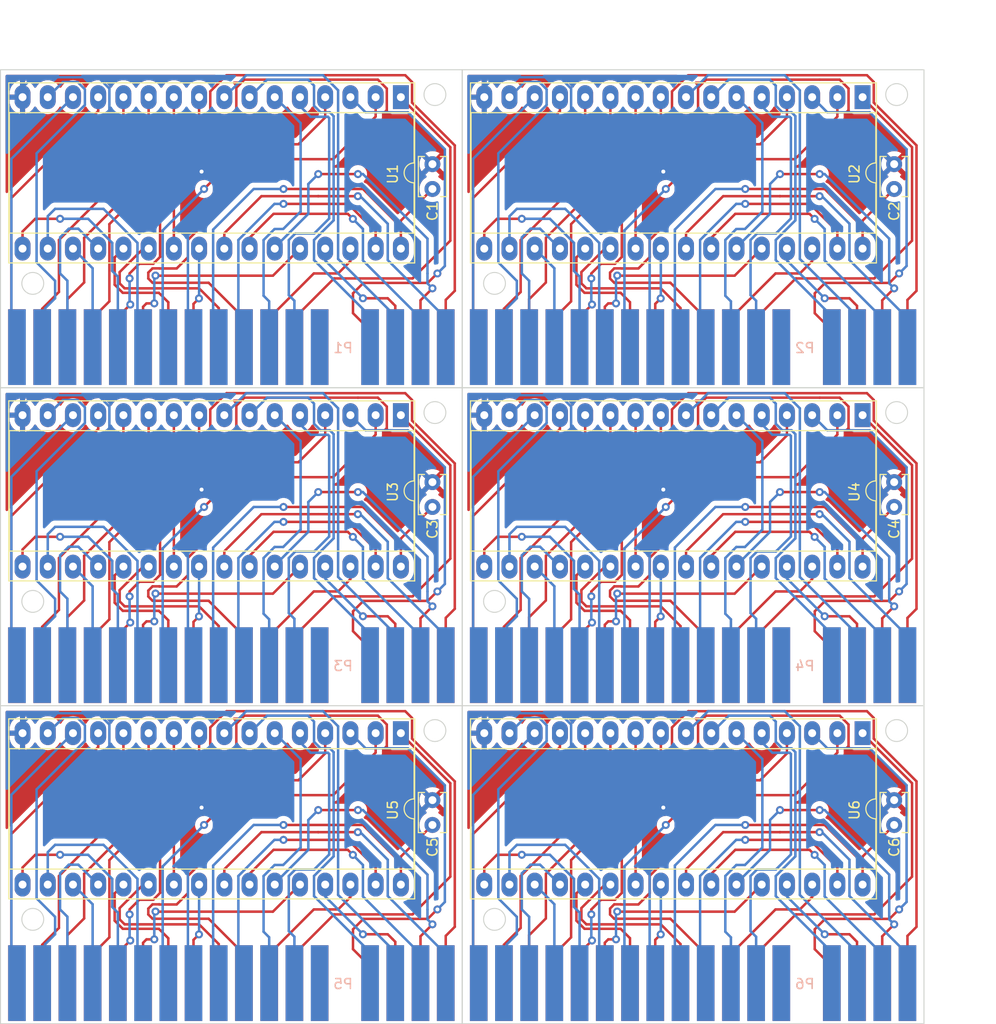
<source format=kicad_pcb>
(kicad_pcb (version 20211014) (generator pcbnew)
  (layers (0 "F.Cu" signal) (31 "B.Cu" signal) (34 "B.Paste" user) (35 "F.Paste" user) (36 "B.SilkS" user "B.Silkscreen") (37 "F.SilkS" user "F.Silkscreen") (38 "B.Mask" user) (39 "F.Mask" user) (44 "Edge.Cuts" user))
  (net 0 "")
  (net 1 "A10")
  (net 2 "A11")
  (net 3 "A8")
  (net 4 "A9")
  (net 5 "PA14")
  (net 6 "A4")
  (net 7 "PA15")
  (net 8 "A5")
  (net 11 "PA18")
  (net 12 "A7")
  (net 13 "PA17")
  (net 14 "A6")
  (net 15 "PA16")
  (net 16 "ROM_WR")
  (net 17 "EP_CE")
  (net 18 "ROM_RD")
  (net 19 "D7")
  (net 20 "A12")
  (net 21 "A13")
  (net 22 "D4")
  (net 23 "A3")
  (net 24 "D3")
  (net 25 "A2")
  (net 26 "D5")
  (net 27 "A1")
  (net 28 "D6")
  (net 29 "A0")
  (net 30 "D2")
  (net 31 "D0")
  (net 32 "D1")
  (net 33 "GND")
  (net 34 "VCC")
  (footprint "Capacitor_THT:C_Disc_D3.8mm_W2.6mm_P2.50mm" (layer "F.Cu") (at 161 56.25 90)
    (fp_text reference "C2")
    (fp_text value "C_Small")
  )
  (footprint "Capacitor_THT:C_Disc_D3.8mm_W2.6mm_P2.50mm" (layer "F.Cu") (at 114.5 56.25 90)
    (fp_text reference "C1")
    (fp_text value "C_Small")
  )
  (footprint "Capacitor_THT:C_Disc_D3.8mm_W2.6mm_P2.50mm" (layer "F.Cu") (at 114.5 88.25 90)
    (fp_text reference "C3")
    (fp_text value "C_Small")
  )
  (footprint "Package_DIP:DIP-32_W15.24mm_Socket_LongPads" (layer "F.Cu") (at 111.32 111.01 -90)
    (fp_text reference "U5")
    (fp_text value "SST39SF040")
  )
  (footprint "Package_DIP:DIP-32_W15.24mm_Socket_LongPads" (layer "F.Cu") (at 111.32 79.01 -90)
    (fp_text reference "U3")
    (fp_text value "SST39SF040")
  )
  (footprint "Capacitor_THT:C_Disc_D3.8mm_W2.6mm_P2.50mm" (layer "F.Cu") (at 161 120.25 90)
    (fp_text reference "C6")
    (fp_text value "C_Small")
  )
  (footprint "Package_DIP:DIP-32_W15.24mm_Socket_LongPads" (layer "F.Cu") (at 111.32 47.01 -90)
    (fp_text reference "U1")
    (fp_text value "SST39SF040")
  )
  (footprint "Package_DIP:DIP-32_W15.24mm_Socket_LongPads" (layer "F.Cu") (at 157.82 79.01 -90)
    (fp_text reference "U4")
    (fp_text value "SST39SF040")
  )
  (footprint "Package_DIP:DIP-32_W15.24mm_Socket_LongPads" (layer "F.Cu") (at 157.82 47.01 -90)
    (fp_text reference "U2")
    (fp_text value "SST39SF040")
  )
  (footprint "Capacitor_THT:C_Disc_D3.8mm_W2.6mm_P2.50mm" (layer "F.Cu") (at 161 88.25 90)
    (fp_text reference "C4")
    (fp_text value "C_Small")
  )
  (footprint "Package_DIP:DIP-32_W15.24mm_Socket_LongPads" (layer "F.Cu") (at 157.82 111.01 -90)
    (fp_text reference "U6")
    (fp_text value "SST39SF040")
  )
  (footprint "Capacitor_THT:C_Disc_D3.8mm_W2.6mm_P2.50mm" (layer "F.Cu") (at 114.5 120.25 90)
    (fp_text reference "C5")
    (fp_text value "C_Small")
  )
  (footprint "Common:DAN_CART_BUS" (layer "B.Cu") (at 136.938519 104.165193 180)
    (fp_text reference "P4")
    (fp_text value "DAN_CART_EDGE" hide)
  )
  (footprint "Common:DAN_CART_BUS" (layer "B.Cu") (at 90.438519 136.165193 180)
    (fp_text reference "P5")
    (fp_text value "DAN_CART_EDGE" hide)
  )
  (footprint "Common:DAN_CART_BUS" (layer "B.Cu") (at 136.938519 72.165193 180)
    (fp_text reference "P2")
    (fp_text value "DAN_CART_EDGE" hide)
  )
  (footprint "Common:DAN_CART_BUS" (layer "B.Cu") (at 90.438519 72.165193 180)
    (fp_text reference "P1")
    (fp_text value "DAN_CART_EDGE" hide)
  )
  (footprint "Common:DAN_CART_BUS" (layer "B.Cu") (at 90.438519 104.165193 180)
    (fp_text reference "P3")
    (fp_text value "DAN_CART_EDGE" hide)
  )
  (footprint "Common:DAN_CART_BUS" (layer "B.Cu") (at 136.938519 136.165193 180)
    (fp_text reference "P6")
    (fp_text value "DAN_CART_EDGE" hide)
  )
  (gr_circle (center 120.75 97.75) (end 121.85 97.75) (layer "Edge.Cuts") (width 0.1) (fill none))
  (gr_circle (center 74.25 97.75) (end 75.35 97.75) (layer "Edge.Cuts") (width 0.1) (fill none))
  (gr_rect (start 117.5 140.25) (end 71 108.25) (layer "Edge.Cuts") (width 0.1) (fill none))
  (gr_circle (center 161.25 46.75) (end 162.35 46.75) (layer "Edge.Cuts") (width 0.1) (fill none))
  (gr_circle (center 114.75 46.75) (end 115.85 46.75) (layer "Edge.Cuts") (width 0.1) (fill none))
  (gr_circle (center 161.25 78.75) (end 162.35 78.75) (layer "Edge.Cuts") (width 0.1) (fill none))
  (gr_rect (start 117.5 108.25) (end 71 76.25) (layer "Edge.Cuts") (width 0.1) (fill none))
  (gr_rect (start 164 108.25) (end 117.5 76.25) (layer "Edge.Cuts") (width 0.1) (fill none))
  (gr_circle (center 120.75 129.75) (end 121.85 129.75) (layer "Edge.Cuts") (width 0.1) (fill none))
  (gr_rect (start 117.5 76.25) (end 71 44.25) (layer "Edge.Cuts") (width 0.1) (fill none))
  (gr_circle (center 74.25 65.75) (end 75.35 65.75) (layer "Edge.Cuts") (width 0.1) (fill none))
  (gr_circle (center 161.25 110.75) (end 162.35 110.75) (layer "Edge.Cuts") (width 0.1) (fill none))
  (gr_circle (center 120.75 65.75) (end 121.85 65.75) (layer "Edge.Cuts") (width 0.1) (fill none))
  (gr_circle (center 114.75 110.75) (end 115.85 110.75) (layer "Edge.Cuts") (width 0.1) (fill none))
  (gr_rect (start 164 76.25) (end 117.5 44.25) (layer "Edge.Cuts") (width 0.1) (fill none))
  (gr_circle (center 114.75 78.75) (end 115.85 78.75) (layer "Edge.Cuts") (width 0.1) (fill none))
  (gr_rect (start 164 140.25) (end 117.5 108.25) (layer "Edge.Cuts") (width 0.1) (fill none))
  (gr_circle (center 74.25 129.75) (end 75.35 129.75) (layer "Edge.Cuts") (width 0.1) (fill none))
  (segment (start 92.125 115.625) (end 88.46 119.29) (width 0.25) (layer "F.Cu") (net 1))
  (segment (start 93.75901 76.8) (end 92.125 78.43401) (width 0.25) (layer "F.Cu") (net 1))
  (segment (start 158.26 44.8) (end 140.25901 44.8) (width 0.25) (layer "F.Cu") (net 1))
  (segment (start 88.46 55.29) (end 88.46 62.25) (width 0.25) (layer "F.Cu") (net 1))
  (segment (start 88.46 87.29) (end 88.46 94.25) (width 0.25) (layer "F.Cu") (net 1))
  (segment (start 158.945 79.558604) (end 158.945 77.485) (width 0.25) (layer "F.Cu") (net 1))
  (segment (start 115.838519 104.165193) (end 115.838519 99.411481) (width 0.25) (layer "F.Cu") (net 1))
  (segment (start 158.945 45.485) (end 158.26 44.8) (width 0.25) (layer "F.Cu") (net 1))
  (segment (start 162.338519 104.165193) (end 162.338519 99.411481) (width 0.25) (layer "F.Cu") (net 1))
  (segment (start 112.445 109.485) (end 111.76 108.8) (width 0.25) (layer "F.Cu") (net 1))
  (segment (start 112.445 111.558604) (end 112.445 109.485) (width 0.25) (layer "F.Cu") (net 1))
  (segment (start 158.26 76.8) (end 140.25901 76.8) (width 0.25) (layer "F.Cu") (net 1))
  (segment (start 162.338519 99.411481) (end 163.25 98.5) (width 0.25) (layer "F.Cu") (net 1))
  (segment (start 138.625 83.625) (end 134.96 87.29) (width 0.25) (layer "F.Cu") (net 1))
  (segment (start 116.75 83.863604) (end 112.445 79.558604) (width 0.25) (layer "F.Cu") (net 1))
  (segment (start 134.96 55.29) (end 134.96 62.25) (width 0.25) (layer "F.Cu") (net 1))
  (segment (start 115.838519 99.411481) (end 116.75 98.5) (width 0.25) (layer "F.Cu") (net 1))
  (segment (start 92.125 78.43401) (end 92.125 83.625) (width 0.25) (layer "F.Cu") (net 1))
  (segment (start 112.445 77.485) (end 111.76 76.8) (width 0.25) (layer "F.Cu") (net 1))
  (segment (start 162.338519 67.411481) (end 163.25 66.5) (width 0.25) (layer "F.Cu") (net 1))
  (segment (start 92.125 46.43401) (end 92.125 51.625) (width 0.25) (layer "F.Cu") (net 1))
  (segment (start 134.96 87.29) (end 134.96 94.25) (width 0.25) (layer "F.Cu") (net 1))
  (segment (start 158.945 111.558604) (end 158.945 109.485) (width 0.25) (layer "F.Cu") (net 1))
  (segment (start 163.25 130.5) (end 163.25 115.863604) (width 0.25) (layer "F.Cu") (net 1))
  (segment (start 163.25 51.863604) (end 158.945 47.558604) (width 0.25) (layer "F.Cu") (net 1))
  (segment (start 158.945 109.485) (end 158.26 108.8) (width 0.25) (layer "F.Cu") (net 1))
  (segment (start 112.445 79.558604) (end 112.445 77.485) (width 0.25) (layer "F.Cu") (net 1))
  (segment (start 93.75901 44.8) (end 92.125 46.43401) (width 0.25) (layer "F.Cu") (net 1))
  (segment (start 134.96 119.29) (end 134.96 126.25) (width 0.25) (layer "F.Cu") (net 1))
  (segment (start 162.338519 136.165193) (end 162.338519 131.411481) (width 0.25) (layer "F.Cu") (net 1))
  (segment (start 138.625 51.625) (end 134.96 55.29) (width 0.25) (layer "F.Cu") (net 1))
  (segment (start 115.838519 136.165193) (end 115.838519 131.411481) (width 0.25) (layer "F.Cu") (net 1))
  (segment (start 111.76 108.8) (end 93.75901 108.8) (width 0.25) (layer "F.Cu") (net 1))
  (segment (start 158.945 77.485) (end 158.26 76.8) (width 0.25) (layer "F.Cu") (net 1))
  (segment (start 115.838519 67.411481) (end 116.75 66.5) (width 0.25) (layer "F.Cu") (net 1))
  (segment (start 111.76 44.8) (end 93.75901 44.8) (width 0.25) (layer "F.Cu") (net 1))
  (segment (start 162.338519 72.165193) (end 162.338519 67.411481) (width 0.25) (layer "F.Cu") (net 1))
  (segment (start 115.838519 72.165193) (end 115.838519 67.411481) (width 0.25) (layer "F.Cu") (net 1))
  (segment (start 92.125 110.43401) (end 92.125 115.625) (width 0.25) (layer "F.Cu") (net 1))
  (segment (start 140.25901 76.8) (end 138.625 78.43401) (width 0.25) (layer "F.Cu") (net 1))
  (segment (start 93.75901 108.8) (end 92.125 110.43401) (width 0.25) (layer "F.Cu") (net 1))
  (segment (start 163.25 83.863604) (end 158.945 79.558604) (width 0.25) (layer "F.Cu") (net 1))
  (segment (start 112.445 47.558604) (end 112.445 45.485) (width 0.25) (layer "F.Cu") (net 1))
  (segment (start 116.75 130.5) (end 116.75 115.863604) (width 0.25) (layer "F.Cu") (net 1))
  (segment (start 112.445 45.485) (end 111.76 44.8) (width 0.25) (layer "F.Cu") (net 1))
  (segment (start 116.75 98.5) (end 116.75 83.863604) (width 0.25) (layer "F.Cu") (net 1))
  (segment (start 88.46 119.29) (end 88.46 126.25) (width 0.25) (layer "F.Cu") (net 1))
  (segment (start 115.838519 131.411481) (end 116.75 130.5) (width 0.25) (layer "F.Cu") (net 1))
  (segment (start 116.75 51.863604) (end 112.445 47.558604) (width 0.25) (layer "F.Cu") (net 1))
  (segment (start 92.125 51.625) (end 88.46 55.29) (width 0.25) (layer "F.Cu") (net 1))
  (segment (start 140.25901 44.8) (end 138.625 46.43401) (width 0.25) (layer "F.Cu") (net 1))
  (segment (start 116.75 66.5) (end 116.75 51.863604) (width 0.25) (layer "F.Cu") (net 1))
  (segment (start 158.945 47.558604) (end 158.945 45.485) (width 0.25) (layer "F.Cu") (net 1))
  (segment (start 138.625 78.43401) (end 138.625 83.625) (width 0.25) (layer "F.Cu") (net 1))
  (segment (start 162.338519 131.411481) (end 163.25 130.5) (width 0.25) (layer "F.Cu") (net 1))
  (segment (start 92.125 83.625) (end 88.46 87.29) (width 0.25) (layer "F.Cu") (net 1))
  (segment (start 163.25 98.5) (end 163.25 83.863604) (width 0.25) (layer "F.Cu") (net 1))
  (segment (start 163.25 115.863604) (end 158.945 111.558604) (width 0.25) (layer "F.Cu") (net 1))
  (segment (start 111.76 76.8) (end 93.75901 76.8) (width 0.25) (layer "F.Cu") (net 1))
  (segment (start 138.625 110.43401) (end 138.625 115.625) (width 0.25) (layer "F.Cu") (net 1))
  (segment (start 116.75 115.863604) (end 112.445 111.558604) (width 0.25) (layer "F.Cu") (net 1))
  (segment (start 158.26 108.8) (end 140.25901 108.8) (width 0.25) (layer "F.Cu") (net 1))
  (segment (start 140.25901 108.8) (end 138.625 110.43401) (width 0.25) (layer "F.Cu") (net 1))
  (segment (start 138.625 46.43401) (end 138.625 51.625) (width 0.25) (layer "F.Cu") (net 1))
  (segment (start 138.625 115.625) (end 134.96 119.29) (width 0.25) (layer "F.Cu") (net 1))
  (segment (start 163.25 66.5) (end 163.25 51.863604) (width 0.25) (layer "F.Cu") (net 1))
  (segment (start 93.54 60.71) (end 93.54 62.25) (width 0.25) (layer "F.Cu") (net 2))
  (segment (start 149.4995 88.9745) (end 149.5 88.975) (width 0.25) (layer "F.Cu") (net 2))
  (segment (start 97.275 88.975) (end 93.54 92.71) (width 0.25) (layer "F.Cu") (net 2))
  (segment (start 106.987701 56.9745) (end 102.9995 56.9745) (width 0.25) (layer "F.Cu") (net 2))
  (segment (start 103 120.975) (end 97.275 120.975) (width 0.25) (layer "F.Cu") (net 2))
  (segment (start 153.487701 120.9745) (end 149.4995 120.9745) (width 0.25) (layer "F.Cu") (net 2))
  (segment (start 143.775 88.975) (end 140.04 92.71) (width 0.25) (layer "F.Cu") (net 2))
  (segment (start 153.487701 56.9745) (end 149.4995 56.9745) (width 0.25) (layer "F.Cu") (net 2))
  (segment (start 149.5 88.975) (end 143.775 88.975) (width 0.25) (layer "F.Cu") (net 2))
  (segment (start 106.987701 120.9745) (end 102.9995 120.9745) (width 0.25) (layer "F.Cu") (net 2))
  (segment (start 102.9995 88.9745) (end 103 88.975) (width 0.25) (layer "F.Cu") (net 2))
  (segment (start 140.04 60.71) (end 140.04 62.25) (width 0.25) (layer "F.Cu") (net 2))
  (segment (start 93.54 92.71) (end 93.54 94.25) (width 0.25) (layer "F.Cu") (net 2))
  (segment (start 102.9995 56.9745) (end 103 56.975) (width 0.25) (layer "F.Cu") (net 2))
  (segment (start 103 56.975) (end 97.275 56.975) (width 0.25) (layer "F.Cu") (net 2))
  (segment (start 140.04 124.71) (end 140.04 126.25) (width 0.25) (layer "F.Cu") (net 2))
  (segment (start 149.4995 120.9745) (end 149.5 120.975) (width 0.25) (layer "F.Cu") (net 2))
  (segment (start 149.4995 56.9745) (end 149.5 56.975) (width 0.25) (layer "F.Cu") (net 2))
  (segment (start 153.487701 88.9745) (end 149.4995 88.9745) (width 0.25) (layer "F.Cu") (net 2))
  (segment (start 103 88.975) (end 97.275 88.975) (width 0.25) (layer "F.Cu") (net 2))
  (segment (start 143.775 56.975) (end 140.04 60.71) (width 0.25) (layer "F.Cu") (net 2))
  (segment (start 97.275 56.975) (end 93.54 60.71) (width 0.25) (layer "F.Cu") (net 2))
  (segment (start 97.275 120.975) (end 93.54 124.71) (width 0.25) (layer "F.Cu") (net 2))
  (segment (start 149.5 56.975) (end 143.775 56.975) (width 0.25) (layer "F.Cu") (net 2))
  (segment (start 140.04 92.71) (end 140.04 94.25) (width 0.25) (layer "F.Cu") (net 2))
  (segment (start 149.5 120.975) (end 143.775 120.975) (width 0.25) (layer "F.Cu") (net 2))
  (segment (start 106.987701 88.9745) (end 102.9995 88.9745) (width 0.25) (layer "F.Cu") (net 2))
  (segment (start 93.54 124.71) (end 93.54 126.25) (width 0.25) (layer "F.Cu") (net 2))
  (segment (start 102.9995 120.9745) (end 103 120.975) (width 0.25) (layer "F.Cu") (net 2))
  (segment (start 143.775 120.975) (end 140.04 124.71) (width 0.25) (layer "F.Cu") (net 2))
  (via (at 106.987701 56.9745) (size 0.8) (drill 0.4) (layers "F.Cu" "B.Cu") (net 2))
  (via (at 106.987701 88.9745) (size 0.8) (drill 0.4) (layers "F.Cu" "B.Cu") (net 2))
  (via (at 153.487701 88.9745) (size 0.8) (drill 0.4) (layers "F.Cu" "B.Cu") (net 2))
  (via (at 153.487701 56.9745) (size 0.8) (drill 0.4) (layers "F.Cu" "B.Cu") (net 2))
  (via (at 153.487701 120.9745) (size 0.8) (drill 0.4) (layers "F.Cu" "B.Cu") (net 2))
  (via (at 106.987701 120.9745) (size 0.8) (drill 0.4) (layers "F.Cu" "B.Cu") (net 2))
  (segment (start 110 127.405674) (end 110 123.75) (width 0.25) (layer "B.Cu") (net 2))
  (segment (start 115.838519 101.244193) (end 110 95.405674) (width 0.25) (layer "B.Cu") (net 2))
  (segment (start 115.838519 136.165193) (end 115.838519 133.244193) (width 0.25) (layer "B.Cu") (net 2))
  (segment (start 156.5 127.405674) (end 156.5 123.75) (width 0.25) (layer "B.Cu") (net 2))
  (segment (start 110 59.75) (end 107.2245 56.9745) (width 0.25) (layer "B.Cu") (net 2))
  (segment (start 107.2245 56.9745) (end 106.987701 56.9745) (width 0.25) (layer "B.Cu") (net 2))
  (segment (start 110 95.405674) (end 110 91.75) (width 0.25) (layer "B.Cu") (net 2))
  (segment (start 115.838519 104.165193) (end 115.838519 101.244193) (width 0.25) (layer "B.Cu") (net 2))
  (segment (start 162.338519 72.165193) (end 162.338519 69.244193) (width 0.25) (layer "B.Cu") (net 2))
  (segment (start 110 63.405674) (end 110 59.75) (width 0.25) (layer "B.Cu") (net 2))
  (segment (start 115.838519 72.165193) (end 115.838519 69.244193) (width 0.25) (layer "B.Cu") (net 2))
  (segment (start 153.7245 88.9745) (end 153.487701 88.9745) (width 0.25) (layer "B.Cu") (net 2))
  (segment (start 107.2245 120.9745) (end 106.987701 120.9745) (width 0.25) (layer "B.Cu") (net 2))
  (segment (start 110 91.75) (end 107.2245 88.9745) (width 0.25) (layer "B.Cu") (net 2))
  (segment (start 162.338519 69.244193) (end 156.5 63.405674) (width 0.25) (layer "B.Cu") (net 2))
  (segment (start 107.2245 88.9745) (end 106.987701 88.9745) (width 0.25) (layer "B.Cu") (net 2))
  (segment (start 162.338519 136.165193) (end 162.338519 133.244193) (width 0.25) (layer "B.Cu") (net 2))
  (segment (start 110 123.75) (end 107.2245 120.9745) (width 0.25) (layer "B.Cu") (net 2))
  (segment (start 162.338519 133.244193) (end 156.5 127.405674) (width 0.25) (layer "B.Cu") (net 2))
  (segment (start 156.5 95.405674) (end 156.5 91.75) (width 0.25) (layer "B.Cu") (net 2))
  (segment (start 162.338519 104.165193) (end 162.338519 101.244193) (width 0.25) (layer "B.Cu") (net 2))
  (segment (start 153.7245 120.9745) (end 153.487701 120.9745) (width 0.25) (layer "B.Cu") (net 2))
  (segment (start 156.5 63.405674) (end 156.5 59.75) (width 0.25) (layer "B.Cu") (net 2))
  (segment (start 156.5 123.75) (end 153.7245 120.9745) (width 0.25) (layer "B.Cu") (net 2))
  (segment (start 153.7245 56.9745) (end 153.487701 56.9745) (width 0.25) (layer "B.Cu") (net 2))
  (segment (start 115.838519 69.244193) (end 110 63.405674) (width 0.25) (layer "B.Cu") (net 2))
  (segment (start 156.5 91.75) (end 153.7245 88.9745) (width 0.25) (layer "B.Cu") (net 2))
  (segment (start 162.338519 101.244193) (end 156.5 95.405674) (width 0.25) (layer "B.Cu") (net 2))
  (segment (start 115.838519 133.244193) (end 110 127.405674) (width 0.25) (layer "B.Cu") (net 2))
  (segment (start 156.5 59.75) (end 153.7245 56.9745) (width 0.25) (layer "B.Cu") (net 2))
  (segment (start 159.798519 104.165193) (end 159.798519 99.451481) (width 0.25) (layer "F.Cu") (net 3))
  (segment (start 159.798519 131.451481) (end 161 130.25) (width 0.25) (layer "F.Cu") (net 3))
  (segment (start 113.298519 99.451481) (end 114.5 98.25) (width 0.25) (layer "F.Cu") (net 3))
  (segment (start 113.298519 136.165193) (end 113.298519 131.451481) (width 0.25) (layer "F.Cu") (net 3))
  (segment (start 159.798519 99.451481) (end 161 98.25) (width 0.25) (layer "F.Cu") (net 3))
  (segment (start 113.298519 72.165193) (end 113.298519 67.451481) (width 0.25) (layer "F.Cu") (net 3))
  (segment (start 159.798519 67.451481) (end 161 66.25) (width 0.25) (layer "F.Cu") (net 3))
  (segment (start 159.798519 136.165193) (end 159.798519 131.451481) (width 0.25) (layer "F.Cu") (net 3))
  (segment (start 107 86.75) (end 103 86.75) (width 0.25) (layer "F.Cu") (net 3))
  (segment (start 107 118.75) (end 103 118.75) (width 0.25) (layer "F.Cu") (net 3))
  (segment (start 113.298519 104.165193) (end 113.298519 99.451481) (width 0.25) (layer "F.Cu") (net 3))
  (segment (start 153.5 86.75) (end 149.5 86.75) (width 0.25) (layer "F.Cu") (net 3))
  (segment (start 113.298519 131.451481) (end 114.5 130.25) (width 0.25) (layer "F.Cu") (net 3))
  (segment (start 107 54.75) (end 103 54.75) (width 0.25) (layer "F.Cu") (net 3))
  (segment (start 153.5 118.75) (end 149.5 118.75) (width 0.25) (layer "F.Cu") (net 3))
  (segment (start 153.5 54.75) (end 149.5 54.75) (width 0.25) (layer "F.Cu") (net 3))
  (segment (start 113.298519 67.451481) (end 114.5 66.25) (width 0.25) (layer "F.Cu") (net 3))
  (segment (start 159.798519 72.165193) (end 159.798519 67.451481) (width 0.25) (layer "F.Cu") (net 3))
  (via (at 161 130.25) (size 0.8) (drill 0.4) (layers "F.Cu" "B.Cu") (net 3))
  (via (at 103 118.75) (size 0.8) (drill 0.4) (layers "F.Cu" "B.Cu") (net 3))
  (via (at 114.5 66.25) (size 0.8) (drill 0.4) (layers "F.Cu" "B.Cu") (net 3))
  (via (at 114.5 130.25) (size 0.8) (drill 0.4) (layers "F.Cu" "B.Cu") (net 3))
  (via (at 107 118.75) (size 0.8) (drill 0.4) (layers "F.Cu" "B.Cu") (net 3))
  (via (at 103 54.75) (size 0.8) (drill 0.4) (layers "F.Cu" "B.Cu") (net 3))
  (via (at 161 66.25) (size 0.8) (drill 0.4) (layers "F.Cu" "B.Cu") (net 3))
  (via (at 153.5 118.75) (size 0.8) (drill 0.4) (layers "F.Cu" "B.Cu") (net 3))
  (via (at 107 54.75) (size 0.8) (drill 0.4) (layers "F.Cu" "B.Cu") (net 3))
  (via (at 149.5 86.75) (size 0.8) (drill 0.4) (layers "F.Cu" "B.Cu") (net 3))
  (via (at 153.5 86.75) (size 0.8) (drill 0.4) (layers "F.Cu" "B.Cu") (net 3))
  (via (at 149.5 118.75) (size 0.8) (drill 0.4) (layers "F.Cu" "B.Cu") (net 3))
  (via (at 161 98.25) (size 0.8) (drill 0.4) (layers "F.Cu" "B.Cu") (net 3))
  (via (at 114.5 98.25) (size 0.8) (drill 0.4) (layers "F.Cu" "B.Cu") (net 3))
  (via (at 153.5 54.75) (size 0.8) (drill 0.4) (layers "F.Cu" "B.Cu") (net 3))
  (via (at 149.5 54.75) (size 0.8) (drill 0.4) (layers "F.Cu" "B.Cu") (net 3))
  (via (at 107 86.75) (size 0.8) (drill 0.4) (layers "F.Cu" "B.Cu") (net 3))
  (via (at 103 86.75) (size 0.8) (drill 0.4) (layers "F.Cu" "B.Cu") (net 3))
  (segment (start 148.5 119.75) (end 148.5 122.75) (width 0.25) (layer "B.Cu") (net 3))
  (segment (start 161 98.25) (end 160.5 97.75) (width 0.25) (layer "B.Cu") (net 3))
  (segment (start 108 119.25) (end 107.5 118.75) (width 0.25) (layer "B.Cu") (net 3))
  (segment (start 102 119.75) (end 102 122.75) (width 0.25) (layer "B.Cu") (net 3))
  (segment (start 161 66.25) (end 160.5 65.75) (width 0.25) (layer "B.Cu") (net 3))
  (segment (start 148.5 87.75) (end 148.5 90.75) (width 0.25) (layer "B.Cu") (net 3))
  (segment (start 160.5 97.75) (end 160.5 96.75) (width 0.25) (layer "B.Cu") (net 3))
  (segment (start 108 55.25) (end 107.5 54.75) (width 0.25) (layer "B.Cu") (net 3))
  (segment (start 107.5 86.75) (end 107 86.75) (width 0.25) (layer "B.Cu") (net 3))
  (segment (start 114 128.75) (end 114 125.25) (width 0.25) (layer "B.Cu") (net 3))
  (segment (start 160.5 61.25) (end 154.5 55.25) (width 0.25) (layer "B.Cu") (net 3))
  (segment (start 103 86.75) (end 102 87.75) (width 0.25) (layer "B.Cu") (net 3))
  (segment (start 98.62 94.13) (end 98.62 94.25) (width 0.25) (layer "B.Cu") (net 3))
  (segment (start 114 64.75) (end 114 61.25) (width 0.25) (layer "B.Cu") (net 3))
  (segment (start 102 58.75) (end 98.62 62.13) (width 0.25) (layer "B.Cu") (net 3))
  (segment (start 145.12 126.13) (end 145.12 126.25) (width 0.25) (layer "B.Cu") (net 3))
  (segment (start 149.5 86.75) (end 148.5 87.75) (width 0.25) (layer "B.Cu") (net 3))
  (segment (start 148.5 90.75) (end 145.12 94.13) (width 0.25) (layer "B.Cu") (net 3))
  (segment (start 160.5 128.75) (end 160.5 125.25) (width 0.25) (layer "B.Cu") (net 3))
  (segment (start 114.5 98.25) (end 114 97.75) (width 0.25) (layer "B.Cu") (net 3))
  (segment (start 114 97.75) (end 114 96.75) (width 0.25) (layer "B.Cu") (net 3))
  (segment (start 107.5 54.75) (end 107 54.75) (width 0.25) (layer "B.Cu") (net 3))
  (segment (start 154 118.75) (end 153.5 118.75) (width 0.25) (layer "B.Cu") (net 3))
  (segment (start 154.5 119.25) (end 154 118.75) (width 0.25) (layer "B.Cu") (net 3))
  (segment (start 102 87.75) (end 102 90.75) (width 0.25) (layer "B.Cu") (net 3))
  (segment (start 149.5 54.75) (end 148.5 55.75) (width 0.25) (layer "B.Cu") (net 3))
  (segment (start 148.5 58.75) (end 145.12 62.13) (width 0.25) (layer "B.Cu") (net 3))
  (segment (start 160.5 96.75) (end 160.5 93.25) (width 0.25) (layer "B.Cu") (net 3))
  (segment (start 114.5 130.25) (end 114 129.75) (width 0.25) (layer "B.Cu") (net 3))
  (segment (start 98.62 62.13) (end 98.62 62.25) (width 0.25) (layer "B.Cu") (net 3))
  (segment (start 102 55.75) (end 102 58.75) (width 0.25) (layer "B.Cu") (net 3))
  (segment (start 160.5 93.25) (end 154.5 87.25) (width 0.25) (layer "B.Cu") (net 3))
  (segment (start 102 122.75) (end 98.62 126.13) (width 0.25) (layer "B.Cu") (net 3))
  (segment (start 107.5 118.75) (end 107 118.75) (width 0.25) (layer "B.Cu") (net 3))
  (segment (start 114 61.25) (end 108 55.25) (width 0.25) (layer "B.Cu") (net 3))
  (segment (start 161 130.25) (end 160.5 129.75) (width 0.25) (layer "B.Cu") (net 3))
  (segment (start 160.5 64.75) (end 160.5 61.25) (width 0.25) (layer "B.Cu") (net 3))
  (segment (start 103 118.75) (end 102 119.75) (width 0.25) (layer "B.Cu") (net 3))
  (segment (start 108 87.25) (end 107.5 86.75) (width 0.25) (layer "B.Cu") (net 3))
  (segment (start 114 65.75) (end 114 64.75) (width 0.25) (layer "B.Cu") (net 3))
  (segment (start 102 90.75) (end 98.62 94.13) (width 0.25) (layer "B.Cu") (net 3))
  (segment (start 145.12 62.13) (end 145.12 62.25) (width 0.25) (layer "B.Cu") (net 3))
  (segment (start 103 54.75) (end 102 55.75) (width 0.25) (layer "B.Cu") (net 3))
  (segment (start 114 96.75) (end 114 93.25) (width 0.25) (layer "B.Cu") (net 3))
  (segment (start 114 125.25) (end 108 119.25) (width 0.25) (layer "B.Cu") (net 3))
  (segment (start 154 86.75) (end 153.5 86.75) (width 0.25) (layer "B.Cu") (net 3))
  (segment (start 148.5 55.75) (end 148.5 58.75) (width 0.25) (layer "B.Cu") (net 3))
  (segment (start 114 129.75) (end 114 128.75) (width 0.25) (layer "B.Cu") (net 3))
  (segment (start 98.62 126.13) (end 98.62 126.25) (width 0.25) (layer "B.Cu") (net 3))
  (segment (start 160.5 65.75) (end 160.5 64.75) (width 0.25) (layer "B.Cu") (net 3))
  (segment (start 154.5 87.25) (end 154 86.75) (width 0.25) (layer "B.Cu") (net 3))
  (segment (start 160.5 129.75) (end 160.5 128.75) (width 0.25) (layer "B.Cu") (net 3))
  (segment (start 114 93.25) (end 108 87.25) (width 0.25) (layer "B.Cu") (net 3))
  (segment (start 160.5 125.25) (end 154.5 119.25) (width 0.25) (layer "B.Cu") (net 3))
  (segment (start 145.12 94.13) (end 145.12 94.25) (width 0.25) (layer "B.Cu") (net 3))
  (segment (start 154 54.75) (end 153.5 54.75) (width 0.25) (layer "B.Cu") (net 3))
  (segment (start 148.5 122.75) (end 145.12 126.13) (width 0.25) (layer "B.Cu") (net 3))
  (segment (start 154.5 55.25) (end 154 54.75) (width 0.25) (layer "B.Cu") (net 3))
  (segment (start 149.5 118.75) (end 148.5 119.75) (width 0.25) (layer "B.Cu") (net 3))
  (segment (start 114.5 66.25) (end 114 65.75) (width 0.25) (layer "B.Cu") (net 3))
  (segment (start 142.58 125.17) (end 142.58 126.25) (width 0.25) (layer "F.Cu") (net 4))
  (segment (start 98.5 58.75) (end 96.08 61.17) (width 0.25) (layer "F.Cu") (net 4))
  (segment (start 105.975402 122.75) (end 98.5 122.75) (width 0.25) (layer "F.Cu") (net 4))
  (segment (start 152.475402 122.75) (end 145 122.75) (width 0.25) (layer "F.Cu") (net 4))
  (segment (start 152.475402 58.75) (end 145 58.75) (width 0.25) (layer "F.Cu") (net 4))
  (segment (start 152.987701 123.262299) (end 152.475402 122.75) (width 0.25) (layer "F.Cu") (net 4))
  (segment (start 145 58.75) (end 142.58 61.17) (width 0.25) (layer "F.Cu") (net 4))
  (segment (start 105.975402 58.75) (end 98.5 58.75) (width 0.25) (layer "F.Cu") (net 4))
  (segment (start 98.5 90.75) (end 96.08 93.17) (width 0.25) (layer "F.Cu") (net 4))
  (segment (start 98.5 122.75) (end 96.08 125.17) (width 0.25) (layer "F.Cu") (net 4))
  (segment (start 142.58 61.17) (end 142.58 62.25) (width 0.25) (layer "F.Cu") (net 4))
  (segment (start 152.987701 59.262299) (end 152.475402 58.75) (width 0.25) (layer "F.Cu") (net 4))
  (segment (start 142.58 93.17) (end 142.58 94.25) (width 0.25) (layer "F.Cu") (net 4))
  (segment (start 106.487701 91.262299) (end 105.975402 90.75) (width 0.25) (layer "F.Cu") (net 4))
  (segment (start 96.08 125.17) (end 96.08 126.25) (width 0.25) (layer "F.Cu") (net 4))
  (segment (start 106.487701 59.262299) (end 105.975402 58.75) (width 0.25) (layer "F.Cu") (net 4))
  (segment (start 145 90.75) (end 142.58 93.17) (width 0.25) (layer "F.Cu") (net 4))
  (segment (start 106.487701 123.262299) (end 105.975402 122.75) (width 0.25) (layer "F.Cu") (net 4))
  (segment (start 145 122.75) (end 142.58 125.17) (width 0.25) (layer "F.Cu") (net 4))
  (segment (start 152.475402 90.75) (end 145 90.75) (width 0.25) (layer "F.Cu") (net 4))
  (segment (start 96.08 61.17) (end 96.08 62.25) (width 0.25) (layer "F.Cu") (net 4))
  (segment (start 96.08 93.17) (end 96.08 94.25) (width 0.25) (layer "F.Cu") (net 4))
  (segment (start 152.987701 91.262299) (end 152.475402 90.75) (width 0.25) (layer "F.Cu") (net 4))
  (segment (start 105.975402 90.75) (end 98.5 90.75) (width 0.25) (layer "F.Cu") (net 4))
  (via (at 152.987701 91.262299) (size 0.8) (drill 0.4) (layers "F.Cu" "B.Cu") (net 4))
  (via (at 106.487701 123.262299) (size 0.8) (drill 0.4) (layers "F.Cu" "B.Cu") (net 4))
  (via (at 152.987701 59.262299) (size 0.8) (drill 0.4) (layers "F.Cu" "B.Cu") (net 4))
  (via (at 106.487701 59.262299) (size 0.8) (drill 0.4) (layers "F.Cu" "B.Cu") (net 4))
  (via (at 152.987701 123.262299) (size 0.8) (drill 0.4) (layers "F.Cu" "B.Cu") (net 4))
  (via (at 106.487701 91.262299) (size 0.8) (drill 0.4) (layers "F.Cu" "B.Cu") (net 4))
  (segment (start 113.298519 72.165193) (end 113.298519 69.244193) (width 0.25) (layer "B.Cu") (net 4))
  (segment (start 154 124.274598) (end 152.987701 123.262299) (width 0.25) (layer "B.Cu") (net 4))
  (segment (start 107.5 95.445674) (end 107.5 92.274598) (width 0.25) (layer "B.Cu") (net 4))
  (segment (start 154 92.274598) (end 152.987701 91.262299) (width 0.25) (layer "B.Cu") (net 4))
  (segment (start 113.298519 69.244193) (end 107.5 63.445674) (width 0.25) (layer "B.Cu") (net 4))
  (segment (start 107.5 60.274598) (end 106.487701 59.262299) (width 0.25) (layer "B.Cu") (net 4))
  (segment (start 107.5 92.274598) (end 106.487701 91.262299) (width 0.25) (layer "B.Cu") (net 4))
  (segment (start 154 127.445674) (end 154 124.274598) (width 0.25) (layer "B.Cu") (net 4))
  (segment (start 159.798519 133.244193) (end 154 127.445674) (width 0.25) (layer "B.Cu") (net 4))
  (segment (start 154 60.274598) (end 152.987701 59.262299) (width 0.25) (layer "B.Cu") (net 4))
  (segment (start 159.798519 72.165193) (end 159.798519 69.244193) (width 0.25) (layer "B.Cu") (net 4))
  (segment (start 159.798519 69.244193) (end 154 63.445674) (width 0.25) (layer "B.Cu") (net 4))
  (segment (start 113.298519 104.165193) (end 113.298519 101.244193) (width 0.25) (layer "B.Cu") (net 4))
  (segment (start 159.798519 104.165193) (end 159.798519 101.244193) (width 0.25) (layer "B.Cu") (net 4))
  (segment (start 113.298519 133.244193) (end 107.5 127.445674) (width 0.25) (layer "B.Cu") (net 4))
  (segment (start 107.5 63.445674) (end 107.5 60.274598) (width 0.25) (layer "B.Cu") (net 4))
  (segment (start 113.298519 101.244193) (end 107.5 95.445674) (width 0.25) (layer "B.Cu") (net 4))
  (segment (start 113.298519 136.165193) (end 113.298519 133.244193) (width 0.25) (layer "B.Cu") (net 4))
  (segment (start 154 95.445674) (end 154 92.274598) (width 0.25) (layer "B.Cu") (net 4))
  (segment (start 107.5 127.445674) (end 107.5 124.274598) (width 0.25) (layer "B.Cu") (net 4))
  (segment (start 107.5 124.274598) (end 106.487701 123.262299) (width 0.25) (layer "B.Cu") (net 4))
  (segment (start 159.798519 101.244193) (end 154 95.445674) (width 0.25) (layer "B.Cu") (net 4))
  (segment (start 154 63.445674) (end 154 60.274598) (width 0.25) (layer "B.Cu") (net 4))
  (segment (start 159.798519 136.165193) (end 159.798519 133.244193) (width 0.25) (layer "B.Cu") (net 4))
  (segment (start 110 67.25) (end 107.5 67.25) (width 0.25) (layer "F.Cu") (net 5))
  (segment (start 156.5 131.25) (end 154 131.25) (width 0.25) (layer "F.Cu") (net 5))
  (segment (start 110.758519 72.165193) (end 110.758519 68.008519) (width 0.25) (layer "F.Cu") (net 5))
  (segment (start 110.5 99.75) (end 110 99.25) (width 0.25) (layer "F.Cu") (net 5))
  (segment (start 110.758519 132.008519) (end 110.5 131.75) (width 0.25) (layer "F.Cu") (net 5))
  (segment (start 110 99.25) (end 107.5 99.25) (width 0.25) (layer "F.Cu") (net 5))
  (segment (start 110.758519 104.165193) (end 110.758519 100.008519) (width 0.25) (layer "F.Cu") (net 5))
  (segment (start 157.258519 132.008519) (end 157 131.75) (width 0.25) (layer "F.Cu") (net 5))
  (segment (start 110.758519 136.165193) (end 110.758519 132.008519) (width 0.25) (layer "F.Cu") (net 5))
  (segment (start 157.258519 100.008519) (end 157 99.75) (width 0.25) (layer "F.Cu") (net 5))
  (segment (start 157.258519 68.008519) (end 157 67.75) (width 0.25) (layer "F.Cu") (net 5))
  (segment (start 110.5 67.75) (end 110 67.25) (width 0.25) (layer "F.Cu") (net 5))
  (segment (start 157.258519 104.165193) (end 157.258519 100.008519) (width 0.25) (layer "F.Cu") (net 5))
  (segment (start 110.758519 100.008519) (end 110.5 99.75) (width 0.25) (layer "F.Cu") (net 5))
  (segment (start 110.758519 68.008519) (end 110.5 67.75) (width 0.25) (layer "F.Cu") (net 5))
  (segment (start 110.5 131.75) (end 110 131.25) (width 0.25) (layer "F.Cu") (net 5))
  (segment (start 157 67.75) (end 156.5 67.25) (width 0.25) (layer "F.Cu") (net 5))
  (segment (start 157 131.75) (end 156.5 131.25) (width 0.25) (layer "F.Cu") (net 5))
  (segment (start 157 99.75) (end 156.5 99.25) (width 0.25) (layer "F.Cu") (net 5))
  (segment (start 110 131.25) (end 107.5 131.25) (width 0.25) (layer "F.Cu") (net 5))
  (segment (start 156.5 67.25) (end 154 67.25) (width 0.25) (layer "F.Cu") (net 5))
  (segment (start 156.5 99.25) (end 154 99.25) (width 0.25) (layer "F.Cu") (net 5))
  (segment (start 157.258519 72.165193) (end 157.258519 68.008519) (width 0.25) (layer "F.Cu") (net 5))
  (segment (start 157.258519 136.165193) (end 157.258519 132.008519) (width 0.25) (layer "F.Cu") (net 5))
  (via (at 107.5 67.25) (size 0.8) (drill 0.4) (layers "F.Cu" "B.Cu") (net 5))
  (via (at 154 67.25) (size 0.8) (drill 0.4) (layers "F.Cu" "B.Cu") (net 5))
  (via (at 107.5 131.25) (size 0.8) (drill 0.4) (layers "F.Cu" "B.Cu") (net 5))
  (via (at 154 99.25) (size 0.8) (drill 0.4) (layers "F.Cu" "B.Cu") (net 5))
  (via (at 107.5 99.25) (size 0.8) (drill 0.4) (layers "F.Cu" "B.Cu") (net 5))
  (via (at 154 131.25) (size 0.8) (drill 0.4) (layers "F.Cu" "B.Cu") (net 5))
  (segment (start 103.7 95.45) (end 103.7 94.25) (width 0.25) (layer "B.Cu") (net 5))
  (segment (start 103.7 127.45) (end 103.7 126.25) (width 0.25) (layer "B.Cu") (net 5))
  (segment (start 103.7 63.45) (end 103.7 62.25) (width 0.25) (layer "B.Cu") (net 5))
  (segment (start 154 131.25) (end 150.2 127.45) (width 0.25) (layer "B.Cu") (net 5))
  (segment (start 107.5 67.25) (end 103.7 63.45) (width 0.25) (layer "B.Cu") (net 5))
  (segment (start 107.5 99.25) (end 103.7 95.45) (width 0.25) (layer "B.Cu") (net 5))
  (segment (start 150.2 95.45) (end 150.2 94.25) (width 0.25) (layer "B.Cu") (net 5))
  (segment (start 154 67.25) (end 150.2 63.45) (width 0.25) (layer "B.Cu") (net 5))
  (segment (start 107.5 131.25) (end 103.7 127.45) (width 0.25) (layer "B.Cu") (net 5))
  (segment (start 150.2 127.45) (end 150.2 126.25) (width 0.25) (layer "B.Cu") (net 5))
  (segment (start 154 99.25) (end 150.2 95.45) (width 0.25) (layer "B.Cu") (net 5))
  (segment (start 150.2 63.45) (end 150.2 62.25) (width 0.25) (layer "B.Cu") (net 5))
  (segment (start 110.758519 133.049509) (end 105 127.29099) (width 0.25) (layer "B.Cu") (net 6))
  (segment (start 149.98099 44.8) (end 142.25 44.8) (width 0.25) (layer "B.Cu") (net 6))
  (segment (start 110.758519 101.049509) (end 105 95.29099) (width 0.25) (layer "B.Cu") (net 6))
  (segment (start 110.758519 72.165193) (end 110.758519 69.049509) (width 0.25) (layer "B.Cu") (net 6))
  (segment (start 103.48099 108.8) (end 95.75 108.8) (width 0.25) (layer "B.Cu") (net 6))
  (segment (start 149.98099 108.8) (end 142.25 108.8) (width 0.25) (layer "B.Cu") (net 6))
  (segment (start 151.5 63.29099) (end 151.5 46.31901) (width 0.25) (layer "B.Cu") (net 6))
  (segment (start 105 95.29099) (end 105 78.31901) (width 0.25) (layer "B.Cu") (net 6))
  (segment (start 157.258519 101.049509) (end 151.5 95.29099) (width 0.25) (layer "B.Cu") (net 6))
  (segment (start 142.25 108.8) (end 140.04 111.01) (width 0.25) (layer "B.Cu") (net 6))
  (segment (start 103.48099 44.8) (end 95.75 44.8) (width 0.25) (layer "B.Cu") (net 6))
  (segment (start 105 63.29099) (end 105 46.31901) (width 0.25) (layer "B.Cu") (net 6))
  (segment (start 105 46.31901) (end 103.48099 44.8) (width 0.25) (layer "B.Cu") (net 6))
  (segment (start 110.758519 69.049509) (end 105 63.29099) (width 0.25) (layer "B.Cu") (net 6))
  (segment (start 103.48099 76.8) (end 95.75 76.8) (width 0.25) (layer "B.Cu") (net 6))
  (segment (start 157.258519 133.049509) (end 151.5 127.29099) (width 0.25) (layer "B.Cu") (net 6))
  (segment (start 151.5 95.29099) (end 151.5 78.31901) (width 0.25) (layer "B.Cu") (net 6))
  (segment (start 151.5 127.29099) (end 151.5 110.31901) (width 0.25) (layer "B.Cu") (net 6))
  (segment (start 157.258519 136.165193) (end 157.258519 133.049509) (width 0.25) (layer "B.Cu") (net 6))
  (segment (start 151.5 78.31901) (end 149.98099 76.8) (width 0.25) (layer "B.Cu") (net 6))
  (segment (start 151.5 46.31901) (end 149.98099 44.8) (width 0.25) (layer "B.Cu") (net 6))
  (segment (start 105 78.31901) (end 103.48099 76.8) (width 0.25) (layer "B.Cu") (net 6))
  (segment (start 157.258519 104.165193) (end 157.258519 101.049509) (width 0.25) (layer "B.Cu") (net 6))
  (segment (start 157.258519 72.165193) (end 157.258519 69.049509) (width 0.25) (layer "B.Cu") (net 6))
  (segment (start 95.75 76.8) (end 93.54 79.01) (width 0.25) (layer "B.Cu") (net 6))
  (segment (start 110.758519 136.165193) (end 110.758519 133.049509) (width 0.25) (layer "B.Cu") (net 6))
  (segment (start 105 110.31901) (end 103.48099 108.8) (width 0.25) (layer "B.Cu") (net 6))
  (segment (start 105 127.29099) (end 105 110.31901) (width 0.25) (layer "B.Cu") (net 6))
  (segment (start 157.258519 69.049509) (end 151.5 63.29099) (width 0.25) (layer "B.Cu") (net 6))
  (segment (start 110.758519 104.165193) (end 110.758519 101.049509) (width 0.25) (layer "B.Cu") (net 6))
  (segment (start 142.25 44.8) (end 140.04 47.01) (width 0.25) (layer "B.Cu") (net 6))
  (segment (start 95.75 108.8) (end 93.54 111.01) (width 0.25) (layer "B.Cu") (net 6))
  (segment (start 142.25 76.8) (end 140.04 79.01) (width 0.25) (layer "B.Cu") (net 6))
  (segment (start 151.5 110.31901) (end 149.98099 108.8) (width 0.25) (layer "B.Cu") (net 6))
  (segment (start 149.98099 76.8) (end 142.25 76.8) (width 0.25) (layer "B.Cu") (net 6))
  (segment (start 95.75 44.8) (end 93.54 47.01) (width 0.25) (layer "B.Cu") (net 6))
  (segment (start 160.524695 97.7) (end 154.05 97.7) (width 0.25) (layer "F.Cu") (net 7))
  (segment (start 154.718519 134.468519) (end 154.718519 136.165193) (width 0.25) (layer "F.Cu") (net 7))
  (segment (start 108.218519 102.468519) (end 108.218519 104.165193) (width 0.25) (layer "F.Cu") (net 7))
  (segment (start 114.024695 129.7) (end 107.55 129.7) (width 0.25) (layer "F.Cu") (net 7))
  (segment (start 106.5 98.75) (end 106.5 100.75) (width 0.25) (layer "F.Cu") (net 7))
  (segment (start 161.5 64.75) (end 161.474695 64.75) (width 0.25) (layer "F.Cu") (net 7))
  (segment (start 153 100.75) (end 154.718519 102.468519) (width 0.25) (layer "F.Cu") (net 7))
  (segment (start 161.5 128.75) (end 161.474695 128.75) (width 0.25) (layer "F.Cu") (net 7))
  (segment (start 153 66.75) (end 153 68.75) (width 0.25) (layer "F.Cu") (net 7))
  (segment (start 161.474695 96.75) (end 160.524695 97.7) (width 0.25) (layer "F.Cu") (net 7))
  (segment (start 106.5 100.75) (end 108.218519 102.468519) (width 0.25) (layer "F.Cu") (net 7))
  (segment (start 107.55 129.7) (end 106.5 130.75) (width 0.25) (layer "F.Cu") (net 7))
  (segment (start 160.524695 129.7) (end 154.05 129.7) (width 0.25) (layer "F.Cu") (net 7))
  (segment (start 106.5 130.75) (end 106.5 132.75) (width 0.25) (layer "F.Cu") (net 7))
  (segment (start 154.05 129.7) (end 153 130.75) (width 0.25) (layer "F.Cu") (net 7))
  (segment (start 161.474695 64.75) (end 160.524695 65.7) (width 0.25) (layer "F.Cu") (net 7))
  (segment (start 153 132.75) (end 154.718519 134.468519) (width 0.25) (layer "F.Cu") (net 7))
  (segment (start 106.5 68.75) (end 108.218519 70.468519) (width 0.25) (layer "F.Cu") (net 7))
  (segment (start 115 64.75) (end 114.974695 64.75) (width 0.25) (layer "F.Cu") (net 7))
  (segment (start 106.5 66.75) (end 106.5 68.75) (width 0.25) (layer "F.Cu") (net 7))
  (segment (start 154.718519 70.468519) (end 154.718519 72.165193) (width 0.25) (layer "F.Cu") (net 7))
  (segment (start 115 96.75) (end 114.974695 96.75) (width 0.25) (layer "F.Cu") (net 7))
  (segment (start 114.974695 96.75) (end 114.024695 97.7) (width 0.25) (layer "F.Cu") (net 7))
  (segment (start 154.718519 102.468519) (end 154.718519 104.165193) (width 0.25) (layer "F.Cu") (net 7))
  (segment (start 114.974695 128.75) (end 114.024695 129.7) (width 0.25) (layer "F.Cu") (net 7))
  (segment (start 153 68.75) (end 154.718519 70.468519) (width 0.25) (layer "F.Cu") (net 7))
  (segment (start 115 128.75) (end 114.974695 128.75) (width 0.25) (layer "F.Cu") (net 7))
  (segment (start 160.524695 65.7) (end 154.05 65.7) (width 0.25) (layer "F.Cu") (net 7))
  (segment (start 161.5 96.75) (end 161.474695 96.75) (width 0.25) (layer "F.Cu") (net 7))
  (segment (start 108.218519 70.468519) (end 108.218519 72.165193) (width 0.25) (layer "F.Cu") (net 7))
  (segment (start 114.024695 97.7) (end 107.55 97.7) (width 0.25) (layer "F.Cu") (net 7))
  (segment (start 154.05 97.7) (end 153 98.75) (width 0.25) (layer "F.Cu") (net 7))
  (segment (start 161.474695 128.75) (end 160.524695 129.7) (width 0.25) (layer "F.Cu") (net 7))
  (segment (start 153 98.75) (end 153 100.75) (width 0.25) (layer "F.Cu") (net 7))
  (segment (start 106.5 132.75) (end 108.218519 134.468519) (width 0.25) (layer "F.Cu") (net 7))
  (segment (start 154.05 65.7) (end 153 66.75) (width 0.25) (layer "F.Cu") (net 7))
  (segment (start 114.024695 65.7) (end 107.55 65.7) (width 0.25) (layer "F.Cu") (net 7))
  (segment (start 153 130.75) (end 153 132.75) (width 0.25) (layer "F.Cu") (net 7))
  (segment (start 108.218519 134.468519) (end 108.218519 136.165193) (width 0.25) (layer "F.Cu") (net 7))
  (segment (start 107.55 97.7) (end 106.5 98.75) (width 0.25) (layer "F.Cu") (net 7))
  (segment (start 114.974695 64.75) (end 114.024695 65.7) (width 0.25) (layer "F.Cu") (net 7))
  (segment (start 107.55 65.7) (end 106.5 66.75) (width 0.25) (layer "F.Cu") (net 7))
  (via (at 161.5 96.75) (size 0.8) (drill 0.4) (layers "F.Cu" "B.Cu") (net 7))
  (via (at 115 96.75) (size 0.8) (drill 0.4) (layers "F.Cu" "B.Cu") (net 7))
  (via (at 161.5 128.75) (size 0.8) (drill 0.4) (layers "F.Cu" "B.Cu") (net 7))
  (via (at 115 128.75) (size 0.8) (drill 0.4) (layers "F.Cu" "B.Cu") (net 7))
  (via (at 115 64.75) (size 0.8) (drill 0.4) (layers "F.Cu" "B.Cu") (net 7))
  (via (at 161.5 64.75) (size 0.8) (drill 0.4) (layers "F.Cu" "B.Cu") (net 7))
  (segment (start 158.535 48.535) (end 154.265 48.535) (width 0.25) (layer "B.Cu") (net 7))
  (segment (start 107.765 80.535) (end 106.24 79.01) (width 0.25) (layer "B.Cu") (net 7))
  (segment (start 162.25 128) (end 162.25 116.25) (width 0.25) (layer "B.Cu") (net 7))
  (segment (start 115 128.75) (end 115.75 128) (width 0.25) (layer "B.Cu") (net 7))
  (segment (start 115.75 64) (end 115.75 52.25) (width 0.25) (layer "B.Cu") (net 7))
  (segment (start 112.035 48.535) (end 107.765 48.535) (width 0.25) (layer "B.Cu") (net 7))
  (segment (start 162.25 64) (end 162.25 52.25) (width 0.25) (layer "B.Cu") (net 7))
  (segment (start 115.75 84.25) (end 112.035 80.535) (width 0.25) (layer "B.Cu") (net 7))
  (segment (start 115.75 96) (end 115.75 84.25) (width 0.25) (layer "B.Cu") (net 7))
  (segment (start 107.765 48.535) (end 106.24 47.01) (width 0.25) (layer "B.Cu") (net 7))
  (segment (start 112.035 112.535) (end 107.765 112.535) (width 0.25) (layer "B.Cu") (net 7))
  (segment (start 154.265 80.535) (end 152.74 79.01) (width 0.25) (layer "B.Cu") (net 7))
  (segment (start 161.5 96.75) (end 162.25 96) (width 0.25) (layer "B.Cu") (net 7))
  (segment (start 115 64.75) (end 115.75 64) (width 0.25) (layer "B.Cu") (net 7))
  (segment (start 115.75 128) (end 115.75 116.25) (width 0.25) (layer "B.Cu") (net 7))
  (segment (start 162.25 84.25) (end 158.535 80.535) (width 0.25) (layer "B.Cu") (net 7))
  (segment (start 112.035 80.535) (end 107.765 80.535) (width 0.25) (layer "B.Cu") (net 7))
  (segment (start 161.5 64.75) (end 162.25 64) (width 0.25) (layer "B.Cu") (net 7))
  (segment (start 162.25 116.25) (end 158.535 112.535) (width 0.25) (layer "B.Cu") (net 7))
  (segment (start 115.75 116.25) (end 112.035 112.535) (width 0.25) (layer "B.Cu") (net 7))
  (segment (start 162.25 52.25) (end 158.535 48.535) (width 0.25) (layer "B.Cu") (net 7))
  (segment (start 162.25 96) (end 162.25 84.25) (width 0.25) (layer "B.Cu") (net 7))
  (segment (start 115.75 52.25) (end 112.035 48.535) (width 0.25) (layer "B.Cu") (net 7))
  (segment (start 115 96.75) (end 115.75 96) (width 0.25) (layer "B.Cu") (net 7))
  (segment (start 158.535 112.535) (end 154.265 112.535) (width 0.25) (layer "B.Cu") (net 7))
  (segment (start 154.265 48.535) (end 152.74 47.01) (width 0.25) (layer "B.Cu") (net 7))
  (segment (start 154.265 112.535) (end 152.74 111.01) (width 0.25) (layer "B.Cu") (net 7))
  (segment (start 107.765 112.535) (end 106.24 111.01) (width 0.25) (layer "B.Cu") (net 7))
  (segment (start 161.5 128.75) (end 162.25 128) (width 0.25) (layer "B.Cu") (net 7))
  (segment (start 158.535 80.535) (end 154.265 80.535) (width 0.25) (layer "B.Cu") (net 7))
  (segment (start 148.476396 109.25) (end 144.34 109.25) (width 0.25) (layer "B.Cu") (net 8))
  (segment (start 149.075 127.40599) (end 149.075 125.38401) (width 0.25) (layer "B.Cu") (net 8))
  (segment (start 108.218519 72.165193) (end 108.218519 69.049509) (width 0.25) (layer "B.Cu") (net 8))
  (segment (start 144.34 109.25) (end 142.58 111.01) (width 0.25) (layer "B.Cu") (net 8))
  (segment (start 149.075 79.87599) (end 149.075 77.848604) (width 0.25) (layer "B.Cu") (net 8))
  (segment (start 148.476396 45.25) (end 144.34 45.25) (width 0.25) (layer "B.Cu") (net 8))
  (segment (start 149.075 47.87599) (end 149.075 45.848604) (width 0.25) (layer "B.Cu") (net 8))
  (segment (start 101.976396 77.25) (end 97.84 77.25) (width 0.25) (layer "B.Cu") (net 8))
  (segment (start 151.05 80.91901) (end 150.66599 80.535) (width 0.25) (layer "B.Cu") (net 8))
  (segment (start 151.05 48.91901) (end 150.66599 48.535) (width 0.25) (layer "B.Cu") (net 8))
  (segment (start 103.23401 112.535) (end 102.575 111.87599) (width 0.25) (layer "B.Cu") (net 8))
  (segment (start 149.075 109.848604) (end 148.476396 109.25) (width 0.25) (layer "B.Cu") (net 8))
  (segment (start 149.075 93.38401) (end 151.05 91.40901) (width 0.25) (layer "B.Cu") (net 8))
  (segment (start 108.218519 133.049509) (end 102.575 127.40599) (width 0.25) (layer "B.Cu") (net 8))
  (segment (start 101.976396 109.25) (end 97.84 109.25) (width 0.25) (layer "B.Cu") (net 8))
  (segment (start 97.84 77.25) (end 96.08 79.01) (width 0.25) (layer "B.Cu") (net 8))
  (segment (start 104.16599 48.535) (end 103.23401 48.535) (width 0.25) (layer "B.Cu") (net 8))
  (segment (start 154.718519 136.165193) (end 154.718519 133.049509) (width 0.25) (layer "B.Cu") (net 8))
  (segment (start 102.575 77.848604) (end 101.976396 77.25) (width 0.25) (layer "B.Cu") (net 8))
  (segment (start 149.075 125.38401) (end 151.05 123.40901) (width 0.25) (layer "B.Cu") (net 8))
  (segment (start 104.55 59.40901) (end 104.55 48.91901) (width 0.25) (layer "B.Cu") (net 8))
  (segment (start 102.575 61.38401) (end 104.55 59.40901) (width 0.25) (layer "B.Cu") (net 8))
  (segment (start 102.575 63.40599) (end 102.575 61.38401) (width 0.25) (layer "B.Cu") (net 8))
  (segment (start 151.05 59.40901) (end 151.05 48.91901) (width 0.25) (layer "B.Cu") (net 8))
  (segment (start 154.718519 104.165193) (end 154.718519 101.049509) (width 0.25) (layer "B.Cu") (net 8))
  (segment (start 108.218519 101.049509) (end 102.575 95.40599) (width 0.25) (layer "B.Cu") (net 8))
  (segment (start 151.05 123.40901) (end 151.05 112.91901) (width 0.25) (layer "B.Cu") (net 8))
  (segment (start 144.34 77.25) (end 142.58 79.01) (width 0.25) (layer "B.Cu") (net 8))
  (segment (start 154.718519 72.165193) (end 154.718519 69.049509) (width 0.25) (layer "B.Cu") (net 8))
  (segment (start 148.476396 77.25) (end 144.34 77.25) (width 0.25) (layer "B.Cu") (net 8))
  (segment (start 149.075 45.848604) (end 148.476396 45.25) (width 0.25) (layer "B.Cu") (net 8))
  (segment (start 151.05 91.40901) (end 151.05 80.91901) (width 0.25) (layer "B.Cu") (net 8))
  (segment (start 102.575 127.40599) (end 102.575 125.38401) (width 0.25) (layer "B.Cu") (net 8))
  (segment (start 104.55 91.40901) (end 104.55 80.91901) (width 0.25) (layer "B.Cu") (net 8))
  (segment (start 108.218519 69.049509) (end 102.575 63.40599) (width 0.25) (layer "B.Cu") (net 8))
  (segment (start 97.84 45.25) (end 96.08 47.01) (width 0.25) (layer "B.Cu") (net 8))
  (segment (start 103.23401 48.535) (end 102.575 47.87599) (width 0.25) (layer "B.Cu") (net 8))
  (segment (start 149.075 111.87599) (end 149.075 109.848604) (width 0.25) (layer "B.Cu") (net 8))
  (segment (start 101.976396 45.25) (end 97.84 45.25) (width 0.25) (layer "B.Cu") (net 8))
  (segment (start 154.718519 101.049509) (end 149.075 95.40599) (width 0.25) (layer "B.Cu") (net 8))
  (segment (start 102.575 125.38401) (end 104.55 123.40901) (width 0.25) (layer "B.Cu") (net 8))
  (segment (start 102.575 111.87599) (end 102.575 109.848604) (width 0.25) (layer "B.Cu") (net 8))
  (segment (start 102.575 109.848604) (end 101.976396 109.25) (width 0.25) (layer "B.Cu") (net 8))
  (segment (start 102.575 93.38401) (end 104.55 91.40901) (width 0.25) (layer "B.Cu") (net 8))
  (segment (start 104.16599 112.535) (end 103.23401 112.535) (width 0.25) (layer "B.Cu") (net 8))
  (segment (start 149.075 63.40599) (end 149.075 61.38401) (width 0.25) (layer "B.Cu") (net 8))
  (segment (start 154.718519 133.049509) (end 149.075 127.40599) (width 0.25) (layer "B.Cu") (net 8))
  (segment (start 149.73401 80.535) (end 149.075 79.87599) (width 0.25) (layer "B.Cu") (net 8))
  (segment (start 154.718519 69.049509) (end 149.075 63.40599) (width 0.25) (layer "B.Cu") (net 8))
  (segment (start 102.575 47.87599) (end 102.575 45.848604) (width 0.25) (layer "B.Cu") (net 8))
  (segment (start 102.575 45.848604) (end 101.976396 45.25) (width 0.25) (layer "B.Cu") (net 8))
  (segment (start 150.66599 112.535) (end 149.73401 112.535) (width 0.25) (layer "B.Cu") (net 8))
  (segment (start 149.075 61.38401) (end 151.05 59.40901) (width 0.25) (layer "B.Cu") (net 8))
  (segment (start 149.73401 112.535) (end 149.075 111.87599) (width 0.25) (layer "B.Cu") (net 8))
  (segment (start 103.23401 80.535) (end 102.575 79.87599) (width 0.25) (layer "B.Cu") (net 8))
  (segment (start 108.218519 104.165193) (end 108.218519 101.049509) (width 0.25) (layer "B.Cu") (net 8))
  (segment (start 150.66599 48.535) (end 149.73401 48.535) (width 0.25) (layer "B.Cu") (net 8))
  (segment (start 102.575 95.40599) (end 102.575 93.38401) (width 0.25) (layer "B.Cu") (net 8))
  (segment (start 104.55 80.91901) (end 104.16599 80.535) (width 0.25) (layer "B.Cu") (net 8))
  (segment (start 104.55 112.91901) (end 104.16599 112.535) (width 0.25) (layer "B.Cu") (net 8))
  (segment (start 151.05 112.91901) (end 150.66599 112.535) (width 0.25) (layer "B.Cu") (net 8))
  (segment (start 104.55 123.40901) (end 104.55 112.91901) (width 0.25) (layer "B.Cu") (net 8))
  (segment (start 97.84 109.25) (end 96.08 111.01) (width 0.25) (layer "B.Cu") (net 8))
  (segment (start 144.34 45.25) (end 142.58 47.01) (width 0.25) (layer "B.Cu") (net 8))
  (segment (start 149.73401 48.535) (end 149.075 47.87599) (width 0.25) (layer "B.Cu") (net 8))
  (segment (start 150.66599 80.535) (end 149.73401 80.535) (width 0.25) (layer "B.Cu") (net 8))
  (segment (start 108.218519 136.165193) (end 108.218519 133.049509) (width 0.25) (layer "B.Cu") (net 8))
  (segment (start 104.16599 80.535) (end 103.23401 80.535) (width 0.25) (layer "B.Cu") (net 8))
  (segment (start 104.55 48.91901) (end 104.16599 48.535) (width 0.25) (layer "B.Cu") (net 8))
  (segment (start 149.075 77.848604) (end 148.476396 77.25) (width 0.25) (layer "B.Cu") (net 8))
  (segment (start 102.575 79.87599) (end 102.575 77.848604) (width 0.25) (layer "B.Cu") (net 8))
  (segment (start 149.075 95.40599) (end 149.075 93.38401) (width 0.25) (layer "B.Cu") (net 8))
  (segment (start 104.592712 65.25) (end 112.5 65.25) (width 0.25) (layer "F.Cu") (net 11))
  (segment (start 162.8 61.45) (end 162.8 52.05) (width 0.25) (layer "F.Cu") (net 11))
  (segment (start 147.098519 101.244193) (end 151.092712 97.25) (width 0.25) (layer "F.Cu") (net 11))
  (segment (start 162.8 93.45) (end 162.8 84.05) (width 0.25) (layer "F.Cu") (net 11))
  (segment (start 162.8 116.05) (end 157.82 111.07) (width 0.25) (layer "F.Cu") (net 11))
  (segment (start 151.092712 97.25) (end 159 97.25) (width 0.25) (layer "F.Cu") (net 11))
  (segment (start 100.598519 133.244193) (end 104.592712 129.25) (width 0.25) (layer "F.Cu") (net 11))
  (segment (start 147.098519 69.244193) (end 151.092712 65.25) (width 0.25) (layer "F.Cu") (net 11))
  (segment (start 159 65.25) (end 162.8 61.45) (width 0.25) (layer "F.Cu") (net 11))
  (segment (start 100.598519 136.165193) (end 100.598519 133.244193) (width 0.25) (layer "F.Cu") (net 11))
  (segment (start 147.098519 133.244193) (end 151.092712 129.25) (width 0.25) (layer "F.Cu") (net 11))
  (segment (start 111.32 111.07) (end 111.32 111.01) (width 0.25) (layer "F.Cu") (net 11))
  (segment (start 111.32 79.07) (end 111.32 79.01) (width 0.25) (layer "F.Cu") (net 11))
  (segment (start 112.5 129.25) (end 116.3 125.45) (width 0.25) (layer "F.Cu") (net 11))
  (segment (start 116.3 125.45) (end 116.3 116.05) (width 0.25) (layer "F.Cu") (net 11))
  (segment (start 162.8 84.05) (end 157.82 79.07) (width 0.25) (layer "F.Cu") (net 11))
  (segment (start 159 129.25) (end 162.8 125.45) (width 0.25) (layer "F.Cu") (net 11))
  (segment (start 159 97.25) (end 162.8 93.45) (width 0.25) (layer "F.Cu") (net 11))
  (segment (start 112.5 97.25) (end 116.3 93.45) (width 0.25) (layer "F.Cu") (net 11))
  (segment (start 162.8 125.45) (end 162.8 116.05) (width 0.25) (layer "F.Cu") (net 11))
  (segment (start 112.5 65.25) (end 116.3 61.45) (width 0.25) (layer "F.Cu") (net 11))
  (segment (start 100.598519 69.244193) (end 104.592712 65.25) (width 0.25) (layer "F.Cu") (net 11))
  (segment (start 147.098519 136.165193) (end 147.098519 133.244193) (width 0.25) (layer "F.Cu") (net 11))
  (segment (start 104.592712 129.25) (end 112.5 129.25) (width 0.25) (layer "F.Cu") (net 11))
  (segment (start 104.592712 97.25) (end 112.5 97.25) (width 0.25) (layer "F.Cu") (net 11))
  (segment (start 116.3 116.05) (end 111.32 111.07) (width 0.25) (layer "F.Cu") (net 11))
  (segment (start 157.82 79.07) (end 157.82 79.01) (width 0.25) (layer "F.Cu") (net 11))
  (segment (start 100.598519 101.244193) (end 104.592712 97.25) (width 0.25) (layer "F.Cu") (net 11))
  (segment (start 116.3 52.05) (end 111.32 47.07) (width 0.25) (layer "F.Cu") (net 11))
  (segment (start 116.3 93.45) (end 116.3 84.05) (width 0.25) (layer "F.Cu") (net 11))
  (segment (start 151.092712 65.25) (end 159 65.25) (width 0.25) (layer "F.Cu") (net 11))
  (segment (start 147.098519 72.165193) (end 147.098519 69.244193) (width 0.25) (layer "F.Cu") (net 11))
  (segment (start 157.82 111.07) (end 157.82 111.01) (width 0.25) (layer "F.Cu") (net 11))
  (segment (start 116.3 84.05) (end 111.32 79.07) (width 0.25) (layer "F.Cu") (net 11))
  (segment (start 116.3 61.45) (end 116.3 52.05) (width 0.25) (layer "F.Cu") (net 11))
  (segment (start 147.098519 104.165193) (end 147.098519 101.244193) (width 0.25) (layer "F.Cu") (net 11))
  (segment (start 111.32 47.07) (end 111.32 47.01) (width 0.25) (layer "F.Cu") (net 11))
  (segment (start 151.092712 129.25) (end 159 129.25) (width 0.25) (layer "F.Cu") (net 11))
  (segment (start 100.598519 72.165193) (end 100.598519 69.244193) (width 0.25) (layer "F.Cu") (net 11))
  (segment (start 162.8 52.05) (end 157.82 47.07) (width 0.25) (layer "F.Cu") (net 11))
  (segment (start 100.598519 104.165193) (end 100.598519 101.244193) (width 0.25) (layer "F.Cu") (net 11))
  (segment (start 157.82 47.07) (end 157.82 47.01) (width 0.25) (layer "F.Cu") (net 11))
  (segment (start 103.979594 48.985) (end 102.235 48.985) (width 0.25) (layer "B.Cu") (net 12))
  (segment (start 146.535 130.936481) (end 146.535 125.38401) (width 0.25) (layer "B.Cu") (net 12))
  (segment (start 146.535 66.936481) (end 146.535 61.38401) (width 0.25) (layer "B.Cu") (net 12))
  (segment (start 102.235 112.985) (end 101.16 111.91) (width 0.25) (layer "B.Cu") (net 12))
  (segment (start 146.535 98.936481) (end 146.535 93.38401) (width 0.25) (layer "B.Cu") (net 12))
  (segment (start 150.6 59.222614) (end 150.6 49.105406) (width 0.25) (layer "B.Cu") (net 12))
  (segment (start 150.479594 80.985) (end 148.735 80.985) (width 0.25) (layer "B.Cu") (net 12))
  (segment (start 100.035 66.936481) (end 100.035 61.38401) (width 0.25) (layer "B.Cu") (net 12))
  (segment (start 102.235 80.985) (end 101.16 79.91) (width 0.25) (layer "B.Cu") (net 12))
  (segment (start 148.735 48.985) (end 147.66 47.91) (width 0.25) (layer "B.Cu") (net 12))
  (segment (start 100.035 93.38401) (end 100.69401 92.725) (width 0.25) (layer "B.Cu") (net 12))
  (segment (start 147.19401 92.725) (end 149.097614 92.725) (width 0.25) (layer "B.Cu") (net 12))
  (segment (start 101.16 111.91) (end 101.16 111.01) (width 0.25) (layer "B.Cu") (net 12))
  (segment (start 148.735 80.985) (end 147.66 79.91) (width 0.25) (layer "B.Cu") (net 12))
  (segment (start 150.479594 112.985) (end 148.735 112.985) (width 0.25) (layer "B.Cu") (net 12))
  (segment (start 147.098519 104.165193) (end 147.098519 99.5) (width 0.25) (layer "B.Cu") (net 12))
  (segment (start 100.598519 104.165193) (end 100.598519 99.5) (width 0.25) (layer "B.Cu") (net 12))
  (segment (start 147.098519 136.165193) (end 147.098519 131.5) (width 0.25) (layer "B.Cu") (net 12))
  (segment (start 102.235 48.985) (end 101.16 47.91) (width 0.25) (layer "B.Cu") (net 12))
  (segment (start 150.479594 48.985) (end 148.735 48.985) (width 0.25) (layer "B.Cu") (net 12))
  (segment (start 100.035 125.38401) (end 100.69401 124.725) (width 0.25) (layer "B.Cu") (net 12))
  (segment (start 102.597614 92.725) (end 104.1 91.222614) (width 0.25) (layer "B.Cu") (net 12))
  (segment (start 100.598519 99.5) (end 100.035 98.936481) (width 0.25) (layer "B.Cu") (net 12))
  (segment (start 100.598519 131.5) (end 100.035 130.936481) (width 0.25) (layer "B.Cu") (net 12))
  (segment (start 100.598519 67.5) (end 100.035 66.936481) (width 0.25) (layer "B.Cu") (net 12))
  (segment (start 147.66 111.91) (end 147.66 111.01) (width 0.25) (layer "B.Cu") (net 12))
  (segment (start 100.035 98.936481) (end 100.035 93.38401) (width 0.25) (layer "B.Cu") (net 12))
  (segment (start 150.6 91.222614) (end 150.6 81.105406) (width 0.25) (layer "B.Cu") (net 12))
  (segment (start 147.19401 124.725) (end 149.097614 124.725) (width 0.25) (layer "B.Cu") (net 12))
  (segment (start 146.535 93.38401) (end 147.19401 92.725) (width 0.25) (layer "B.Cu") (net 12))
  (segment (start 100.035 61.38401) (end 100.69401 60.725) (width 0.25) (layer "B.Cu") (net 12))
  (segment (start 147.098519 72.165193) (end 147.098519 67.5) (width 0.25) (layer "B.Cu") (net 12))
  (segment (start 104.1 59.222614) (end 104.1 49.105406) (width 0.25) (layer "B.Cu") (net 12))
  (segment (start 104.1 123.222614) (end 104.1 113.105406) (width 0.25) (layer "B.Cu") (net 12))
  (segment (start 100.598519 72.165193) (end 100.598519 67.5) (width 0.25) (layer "B.Cu") (net 12))
  (segment (start 101.16 79.91) (end 101.16 79.01) (width 0.25) (layer "B.Cu") (net 12))
  (segment (start 103.979594 112.985) (end 102.235 112.985) (width 0.25) (layer "B.Cu") (net 12))
  (segment (start 104.1 81.105406) (end 103.979594 80.985) (width 0.25) (layer "B.Cu") (net 12))
  (segment (start 100.69401 124.725) (end 102.597614 124.725) (width 0.25) (layer "B.Cu") (net 12))
  (segment (start 100.69401 60.725) (end 102.597614 60.725) (width 0.25) (layer "B.Cu") (net 12))
  (segment (start 102.597614 60.725) (end 104.1 59.222614) (width 0.25) (layer "B.Cu") (net 12))
  (segment (start 100.69401 92.725) (end 102.597614 92.725) (width 0.25) (layer "B.Cu") (net 12))
  (segment (start 101.16 47.91) (end 101.16 47.01) (width 0.25) (layer "B.Cu") (net 12))
  (segment (start 149.097614 60.725) (end 150.6 59.222614) (width 0.25) (layer "B.Cu") (net 12))
  (segment (start 150.6 49.105406) (end 150.479594 48.985) (width 0.25) (layer "B.Cu") (net 12))
  (segment (start 104.1 49.105406) (end 103.979594 48.985) (width 0.25) (layer "B.Cu") (net 12))
  (segment (start 100.035 130.936481) (end 100.035 125.38401) (width 0.25) (layer "B.Cu") (net 12))
  (segment (start 146.535 61.38401) (end 147.19401 60.725) (width 0.25) (layer "B.Cu") (net 12))
  (segment (start 104.1 113.105406) (end 103.979594 112.985) (width 0.25) (layer "B.Cu") (net 12))
  (segment (start 104.1 91.222614) (end 104.1 81.105406) (width 0.25) (layer "B.Cu") (net 12))
  (segment (start 149.097614 92.725) (end 150.6 91.222614) (width 0.25) (layer "B.Cu") (net 12))
  (segment (start 147.098519 67.5) (end 146.535 66.936481) (width 0.25) (layer "B.Cu") (net 12))
  (segment (start 150.6 123.222614) (end 150.6 113.105406) (width 0.25) (layer "B.Cu") (net 12))
  (segment (start 147.66 47.91) (end 147.66 47.01) (width 0.25) (layer "B.Cu") (net 12))
  (segment (start 148.735 112.985) (end 147.66 111.91) (width 0.25) (layer "B.Cu") (net 12))
  (segment (start 147.66 79.91) (end 147.66 79.01) (width 0.25) (layer "B.Cu") (net 12))
  (segment (start 103.979594 80.985) (end 102.235 80.985) (width 0.25) (layer "B.Cu") (net 12))
  (segment (start 147.19401 60.725) (end 149.097614 60.725) (width 0.25) (layer "B.Cu") (net 12))
  (segment (start 102.597614 124.725) (end 104.1 123.222614) (width 0.25) (layer "B.Cu") (net 12))
  (segment (start 147.098519 131.5) (end 146.535 130.936481) (width 0.25) (layer "B.Cu") (net 12))
  (segment (start 100.598519 136.165193) (end 100.598519 131.5) (width 0.25) (layer "B.Cu") (net 12))
  (segment (start 150.6 81.105406) (end 150.479594 80.985) (width 0.25) (layer "B.Cu") (net 12))
  (segment (start 147.098519 99.5) (end 146.535 98.936481) (width 0.25) (layer "B.Cu") (net 12))
  (segment (start 149.097614 124.725) (end 150.6 123.222614) (width 0.25) (layer "B.Cu") (net 12))
  (segment (start 146.535 125.38401) (end 147.19401 124.725) (width 0.25) (layer "B.Cu") (net 12))
  (segment (start 150.6 113.105406) (end 150.479594 112.985) (width 0.25) (layer "B.Cu") (net 12))
  (segment (start 144.558519 69.244193) (end 149.052712 64.75) (width 0.25) (layer "F.Cu") (net 13))
  (segment (start 152.74 127.51) (end 152.74 126.25) (width 0.25) (layer "F.Cu") (net 13))
  (segment (start 102.552712 96.75) (end 105 96.75) (width 0.25) (layer "F.Cu") (net 13))
  (segment (start 98.058519 136.165193) (end 98.058519 133.244193) (width 0.25) (layer "F.Cu") (net 13))
  (segment (start 144.558519 72.165193) (end 144.558519 69.244193) (width 0.25) (layer "F.Cu") (net 13))
  (segment (start 151.5 128.75) (end 152.74 127.51) (width 0.25) (layer "F.Cu") (net 13))
  (segment (start 151.5 64.75) (end 152.74 63.51) (width 0.25) (layer "F.Cu") (net 13))
  (segment (start 152.74 95.51) (end 152.74 94.25) (width 0.25) (layer "F.Cu") (net 13))
  (segment (start 144.558519 104.165193) (end 144.558519 101.244193) (width 0.25) (layer "F.Cu") (net 13))
  (segment (start 102.552712 128.75) (end 105 128.75) (width 0.25) (layer "F.Cu") (net 13))
  (segment (start 98.058519 72.165193) (end 98.058519 69.244193) (width 0.25) (layer "F.Cu") (net 13))
  (segment (start 106.24 95.51) (end 106.24 94.25) (width 0.25) (layer "F.Cu") (net 13))
  (segment (start 144.558519 101.244193) (end 149.052712 96.75) (width 0.25) (layer "F.Cu") (net 13))
  (segment (start 105 128.75) (end 106.24 127.51) (width 0.25) (layer "F.Cu") (net 13))
  (segment (start 144.558519 136.165193) (end 144.558519 133.244193) (width 0.25) (layer "F.Cu") (net 13))
  (segment (start 98.058519 104.165193) (end 98.058519 101.244193) (width 0.25) (layer "F.Cu") (net 13))
  (segment (start 102.552712 64.75) (end 105 64.75) (width 0.25) (layer "F.Cu") (net 13))
  (segment (start 105 64.75) (end 106.24 63.51) (width 0.25) (layer "F.Cu") (net 13))
  (segment (start 106.24 63.51) (end 106.24 62.25) (width 0.25) (layer "F.Cu") (net 13))
  (segment (start 106.24 127.51) (end 106.24 126.25) (width 0.25) (layer "F.Cu") (net 13))
  (segment (start 105 96.75) (end 106.24 95.51) (width 0.25) (layer "F.Cu") (net 13))
  (segment (start 149.052712 96.75) (end 151.5 96.75) (width 0.25) (layer "F.Cu") (net 13))
  (segment (start 144.558519 133.244193) (end 149.052712 128.75) (width 0.25) (layer "F.Cu") (net 13))
  (segment (start 152.74 63.51) (end 152.74 62.25) (width 0.25) (layer "F.Cu") (net 13))
  (segment (start 98.058519 101.244193) (end 102.552712 96.75) (width 0.25) (layer "F.Cu") (net 13))
  (segment (start 149.052712 64.75) (end 151.5 64.75) (width 0.25) (layer "F.Cu") (net 13))
  (segment (start 149.052712 128.75) (end 151.5 128.75) (width 0.25) (layer "F.Cu") (net 13))
  (segment (start 151.5 96.75) (end 152.74 95.51) (width 0.25) (layer "F.Cu") (net 13))
  (segment (start 98.058519 69.244193) (end 102.552712 64.75) (width 0.25) (layer "F.Cu") (net 13))
  (segment (start 98.058519 133.244193) (end 102.552712 128.75) (width 0.25) (layer "F.Cu") (net 13))
  (segment (start 147.725 90.525) (end 147.725 81.615) (width 0.25) (layer "B.Cu") (net 14))
  (segment (start 101.225 49.615) (end 98.62 47.01) (width 0.25) (layer "B.Cu") (net 14))
  (segment (start 101.225 122.525) (end 101.225 113.615) (width 0.25) (layer "B.Cu") (net 14))
  (segment (start 145.10401 60.275) (end 145.975 60.275) (width 0.25) (layer "B.Cu") (net 14))
  (segment (start 143.995 61.38401) (end 145.10401 60.275) (width 0.25) (layer "B.Cu") (net 14))
  (segment (start 147.725 122.525) (end 147.725 113.615) (width 0.25) (layer "B.Cu") (net 14))
  (segment (start 98.60401 92.275) (end 99.475 92.275) (width 0.25) (layer "B.Cu") (net 14))
  (segment (start 144.558519 72.165193) (end 144.558519 67.558519) (width 0.25) (layer "B.Cu") (net 14))
  (segment (start 98.058519 67.558519) (end 97.495 66.995) (width 0.25) (layer "B.Cu") (net 14))
  (segment (start 97.495 125.38401) (end 98.60401 124.275) (width 0.25) (layer "B.Cu") (net 14))
  (segment (start 98.058519 104.165193) (end 98.058519 99.558519) (width 0.25) (layer "B.Cu") (net 14))
  (segment (start 97.495 130.995) (end 97.495 125.38401) (width 0.25) (layer "B.Cu") (net 14))
  (segment (start 98.058519 72.165193) (end 98.058519 67.558519) (width 0.25) (layer "B.Cu") (net 14))
  (segment (start 145.975 60.275) (end 147.725 58.525) (width 0.25) (layer "B.Cu") (net 14))
  (segment (start 147.725 49.615) (end 145.12 47.01) (width 0.25) (layer "B.Cu") (net 14))
  (segment (start 97.495 66.995) (end 97.495 61.38401) (width 0.25) (layer "B.Cu") (net 14))
  (segment (start 143.995 66.995) (end 143.995 61.38401) (width 0.25) (layer "B.Cu") (net 14))
  (segment (start 143.995 130.995) (end 143.995 125.38401) (width 0.25) (layer "B.Cu") (net 14))
  (segment (start 147.725 113.615) (end 145.12 111.01) (width 0.25) (layer "B.Cu") (net 14))
  (segment (start 143.995 98.995) (end 143.995 93.38401) (width 0.25) (layer "B.Cu") (net 14))
  (segment (start 101.225 90.525) (end 101.225 81.615) (width 0.25) (layer "B.Cu") (net 14))
  (segment (start 98.60401 60.275) (end 99.475 60.275) (width 0.25) (layer "B.Cu") (net 14))
  (segment (start 145.975 124.275) (end 147.725 122.525) (width 0.25) (layer "B.Cu") (net 14))
  (segment (start 144.558519 99.558519) (end 143.995 98.995) (width 0.25) (layer "B.Cu") (net 14))
  (segment (start 97.495 98.995) (end 97.495 93.38401) (width 0.25) (layer "B.Cu") (net 14))
  (segment (start 98.058519 136.165193) (end 98.058519 131.558519) (width 0.25) (layer "B.Cu") (net 14))
  (segment (start 97.495 93.38401) (end 98.60401 92.275) (width 0.25) (layer "B.Cu") (net 14))
  (segment (start 101.225 58.525) (end 101.225 49.615) (width 0.25) (layer "B.Cu") (net 14))
  (segment (start 97.495 61.38401) (end 98.60401 60.275) (width 0.25) (layer "B.Cu") (net 14))
  (segment (start 144.558519 104.165193) (end 144.558519 99.558519) (width 0.25) (layer "B.Cu") (net 14))
  (segment (start 144.558519 136.165193) (end 144.558519 131.558519) (width 0.25) (layer "B.Cu") (net 14))
  (segment (start 98.058519 99.558519) (end 97.495 98.995) (width 0.25) (layer "B.Cu") (net 14))
  (segment (start 144.558519 131.558519) (end 143.995 130.995) (width 0.25) (layer "B.Cu") (net 14))
  (segment (start 101.225 81.615) (end 98.62 79.01) (width 0.25) (layer "B.Cu") (net 14))
  (segment (start 145.10401 124.275) (end 145.975 124.275) (width 0.25) (layer "B.Cu") (net 14))
  (segment (start 147.725 58.525) (end 147.725 49.615) (width 0.25) (layer "B.Cu") (net 14))
  (segment (start 99.475 124.275) (end 101.225 122.525) (width 0.25) (layer "B.Cu") (net 14))
  (segment (start 99.475 60.275) (end 101.225 58.525) (width 0.25) (layer "B.Cu") (net 14))
  (segment (start 147.725 81.615) (end 145.12 79.01) (width 0.25) (layer "B.Cu") (net 14))
  (segment (start 143.995 125.38401) (end 145.10401 124.275) (width 0.25) (layer "B.Cu") (net 14))
  (segment (start 98.60401 124.275) (end 99.475 124.275) (width 0.25) (layer "B.Cu") (net 14))
  (segment (start 144.558519 67.558519) (end 143.995 66.995) (width 0.25) (layer "B.Cu") (net 14))
  (segment (start 99.475 92.275) (end 101.225 90.525) (width 0.25) (layer "B.Cu") (net 14))
  (segment (start 98.058519 131.558519) (end 97.495 130.995) (width 0.25) (layer "B.Cu") (net 14))
  (segment (start 143.995 93.38401) (end 145.10401 92.275) (width 0.25) (layer "B.Cu") (net 14))
  (segment (start 101.225 113.615) (end 98.62 111.01) (width 0.25) (layer "B.Cu") (net 14))
  (segment (start 145.975 92.275) (end 147.725 90.525) (width 0.25) (layer "B.Cu") (net 14))
  (segment (start 145.10401 92.275) (end 145.975 92.275) (width 0.25) (layer "B.Cu") (net 14))
  (segment (start 132.3855 97.262624) (end 132.3855 96.662014) (width 0.25) (layer "F.Cu") (net 15))
  (segment (start 155.28 48.97) (end 155.28 47.01) (width 0.25) (layer "F.Cu") (net 15))
  (segment (start 89.875 63.11599) (end 89.875 61.375) (width 0.25) (layer "F.Cu") (net 15))
  (segment (start 132.810195 128.237319) (end 133.487319 128.237319) (width 0.25) (layer "F.Cu") (net 15))
  (segment (start 86.310195 97.687319) (end 85.8855 97.262624) (width 0.25) (layer "F.Cu") (net 15))
  (segment (start 135.24099 128.25) (end 136.375 127.11599) (width 0.25) (layer "F.Cu") (net 15))
  (segment (start 89.875 125.375) (end 98 117.25) (width 0.25) (layer "F.Cu") (net 15))
  (segment (start 85.8855 97.262624) (end 85.8855 96.662014) (width 0.25) (layer "F.Cu") (net 15))
  (segment (start 104.5 53.25) (end 108.78 48.97) (width 0.25) (layer "F.Cu") (net 15))
  (segment (start 132.3855 129.262624) (end 132.3855 128.662014) (width 0.25) (layer "F.Cu") (net 15))
  (segment (start 151 85.25) (end 155.28 80.97) (width 0.25) (layer "F.Cu") (net 15))
  (segment (start 136.375 61.375) (end 144.5 53.25) (width 0.25) (layer "F.Cu") (net 15))
  (segment (start 151 53.25) (end 155.28 48.97) (width 0.25) (layer "F.Cu") (net 15))
  (segment (start 104.5 117.25) (end 108.78 112.97) (width 0.25) (layer "F.Cu") (net 15))
  (segment (start 138.461645 65.687319) (end 132.810195 65.687319) (width 0.25) (layer "F.Cu") (net 15))
  (segment (start 87 96.25) (end 88.74099 96.25) (width 0.25) (layer "F.Cu") (net 15))
  (segment (start 86.987319 128.237319) (end 87 128.25) (width 0.25) (layer "F.Cu") (net 15))
  (segment (start 108.78 112.97) (end 108.78 111.01) (width 0.25) (layer "F.Cu") (net 15))
  (segment (start 133.5 96.25) (end 135.24099 96.25) (width 0.25) (layer "F.Cu") (net 15))
  (segment (start 132.3855 65.262624) (end 132.3855 64.662014) (width 0.25) (layer "F.Cu") (net 15))
  (segment (start 135.24099 96.25) (end 136.375 95.11599) (width 0.25) (layer "F.Cu") (net 15))
  (segment (start 89.875 61.375) (end 98 53.25) (width 0.25) (layer "F.Cu") (net 15))
  (segment (start 133.5 64.25) (end 135.24099 64.25) (width 0.25) (layer "F.Cu") (net 15))
  (segment (start 136.375 95.11599) (end 136.375 93.375) (width 0.25) (layer "F.Cu") (net 15))
  (segment (start 88.74099 64.25) (end 89.875 63.11599) (width 0.25) (layer "F.Cu") (net 15))
  (segment (start 133.487319 64.237319) (end 133.5 64.25) (width 0.25) (layer "F.Cu") (net 15))
  (segment (start 142.018519 133.244193) (end 138.461645 129.687319) (width 0.25) (layer "F.Cu") (net 15))
  (segment (start 132.810195 64.237319) (end 133.487319 64.237319) (width 0.25) (layer "F.Cu") (net 15))
  (segment (start 132.3855 128.662014) (end 132.810195 128.237319) (width 0.25) (layer "F.Cu") (net 15))
  (segment (start 95.518519 101.244193) (end 91.961645 97.687319) (width 0.25) (layer "F.Cu") (net 15))
  (segment (start 87 64.25) (end 88.74099 64.25) (width 0.25) (layer "F.Cu") (net 15))
  (segment (start 132.810195 65.687319) (end 132.3855 65.262624) (width 0.25) (layer "F.Cu") (net 15))
  (segment (start 86.310195 65.687319) (end 85.8855 65.262624) (width 0.25) (layer "F.Cu") (net 15))
  (segment (start 89.875 127.11599) (end 89.875 125.375) (width 0.25) (layer "F.Cu") (net 15))
  (segment (start 136.375 125.375) (end 144.5 117.25) (width 0.25) (layer "F.Cu") (net 15))
  (segment (start 136.375 63.11599) (end 136.375 61.375) (width 0.25) (layer "F.Cu") (net 15))
  (segment (start 98 53.25) (end 104.5 53.25) (width 0.25) (layer "F.Cu") (net 15))
  (segment (start 142.018519 136.165193) (end 142.018519 133.244193) (width 0.25) (layer "F.Cu") (net 15))
  (segment (start 142.018519 104.165193) (end 142.018519 101.244193) (width 0.25) (layer "F.Cu") (net 15))
  (segment (start 86.310195 64.237319) (end 86.987319 64.237319) (width 0.25) (layer "F.Cu") (net 15))
  (segment (start 155.28 112.97) (end 155.28 111.01) (width 0.25) (layer "F.Cu") (net 15))
  (segment (start 136.375 93.375) (end 144.5 85.25) (width 0.25) (layer "F.Cu") (net 15))
  (segment (start 132.3855 96.662014) (end 132.810195 96.237319) (width 0.25) (layer "F.Cu") (net 15))
  (segment (start 138.461645 97.687319) (end 132.810195 97.687319) (width 0.25) (layer "F.Cu") (net 15))
  (segment (start 91.961645 65.687319) (end 86.310195 65.687319) (width 0.25) (layer "F.Cu") (net 15))
  (segment (start 95.518519 72.165193) (end 95.518519 69.244193) (width 0.25) (layer "F.Cu") (net 15))
  (segment (start 91.961645 97.687319) (end 86.310195 97.687319) (width 0.25) (layer "F.Cu") (net 15))
  (segment (start 95.518519 69.244193) (end 91.961645 65.687319) (width 0.25) (layer "F.Cu") (net 15))
  (segment (start 86.310195 129.687319) (end 85.8855 129.262624) (width 0.25) (layer "F.Cu") (net 15))
  (segment (start 85.8855 96.662014) (end 86.310195 96.237319) (width 0.25) (layer "F.Cu") (net 15))
  (segment (start 142.018519 72.165193) (end 142.018519 69.244193) (width 0.25) (layer "F.Cu") (net 15))
  (segment (start 132.810195 97.687319) (end 132.3855 97.262624) (width 0.25) (layer "F.Cu") (net 15))
  (segment (start 85.8855 65.262624) (end 85.8855 64.662014) (width 0.25) (layer "F.Cu") (net 15))
  (segment (start 151 117.25) (end 155.28 112.97) (width 0.25) (layer "F.Cu") (net 15))
  (segment (start 85.8855 128.662014) (end 86.310195 128.237319) (width 0.25) (layer "F.Cu") (net 15))
  (segment (start 136.375 127.11599) (end 136.375 125.375) (width 0.25) (layer "F.Cu") (net 15))
  (segment (start 91.961645 129.687319) (end 86.310195 129.687319) (width 0.25) (layer "F.Cu") (net 15))
  (segment (start 144.5 53.25) (end 151 53.25) (width 0.25) (layer "F.Cu") (net 15))
  (segment (start 132.810195 129.687319) (end 132.3855 129.262624) (width 0.25) (layer "F.Cu") (net 15))
  (segment (start 95.518519 136.165193) (end 95.518519 133.244193) (width 0.25) (layer "F.Cu") (net 15))
  (segment (start 85.8855 64.662014) (end 86.310195 64.237319) (width 0.25) (layer "F.Cu") (net 15))
  (segment (start 95.518519 133.244193) (end 91.961645 129.687319) (width 0.25) (layer "F.Cu") (net 15))
  (segment (start 104.5 85.25) (end 108.78 80.97) (width 0.25) (layer "F.Cu") (net 15))
  (segment (start 138.461645 129.687319) (end 132.810195 129.687319) (width 0.25) (layer "F.Cu") (net 15))
  (segment (start 144.5 117.25) (end 151 117.25) (width 0.25) (layer "F.Cu") (net 15))
  (segment (start 142.018519 101.244193) (end 138.461645 97.687319) (width 0.25) (layer "F.Cu") (net 15))
  (segment (start 132.810195 96.237319) (end 133.487319 96.237319) (width 0.25) (layer "F.Cu") (net 15))
  (segment (start 85.8855 129.262624) (end 85.8855 128.662014) (width 0.25) (layer "F.Cu") (net 15))
  (segment (start 133.487319 96.237319) (end 133.5 96.25) (width 0.25) (layer "F.Cu") (net 15))
  (segment (start 133.5 128.25) (end 135.24099 128.25) (width 0.25) (layer "F.Cu") (net 15))
  (segment (start 133.487319 128.237319) (end 133.5 128.25) (width 0.25) (layer "F.Cu") (net 15))
  (segment (start 87 128.25) (end 88.74099 128.25) (width 0.25) (layer "F.Cu") (net 15))
  (segment (start 108.78 80.97) (end 108.78 79.01) (width 0.25) (layer "F.Cu") (net 15))
  (segment (start 155.28 80.97) (end 155.28 79.01) (width 0.25) (layer "F.Cu") (net 15))
  (segment (start 86.310195 96.237319) (end 86.987319 96.237319) (width 0.25) (layer "F.Cu") (net 15))
  (segment (start 88.74099 128.25) (end 89.875 127.11599) (width 0.25) (layer "F.Cu") (net 15))
  (segment (start 144.5 85.25) (end 151 85.25) (width 0.25) (layer "F.Cu") (net 15))
  (segment (start 89.875 93.375) (end 98 85.25) (width 0.25) (layer "F.Cu") (net 15))
  (segment (start 132.3855 64.662014) (end 132.810195 64.237319) (width 0.25) (layer "F.Cu") (net 15))
  (segment (start 142.018519 69.244193) (end 138.461645 65.687319) (width 0.25) (layer "F.Cu") (net 15))
  (segment (start 95.518519 104.165193) (end 95.518519 101.244193) (width 0.25) (layer "F.Cu") (net 15))
  (segment (start 86.310195 128.237319) (end 86.987319 128.237319) (width 0.25) (layer "F.Cu") (net 15))
  (segment (start 108.78 48.97) (end 108.78 47.01) (width 0.25) (layer "F.Cu") (net 15))
  (segment (start 86.987319 96.237319) (end 87 96.25) (width 0.25) (layer "F.Cu") (net 15))
  (segment (start 135.24099 64.25) (end 136.375 63.11599) (width 0.25) (layer "F.Cu") (net 15))
  (segment (start 86.987319 64.237319) (end 87 64.25) (width 0.25) (layer "F.Cu") (net 15))
  (segment (start 89.875 95.11599) (end 89.875 93.375) (width 0.25) (layer "F.Cu") (net 15))
  (segment (start 98 85.25) (end 104.5 85.25) (width 0.25) (layer "F.Cu") (net 15))
  (segment (start 88.74099 96.25) (end 89.875 95.11599) (width 0.25) (layer "F.Cu") (net 15))
  (segment (start 98 117.25) (end 104.5 117.25) (width 0.25) (layer "F.Cu") (net 15))
  (segment (start 106 57.75) (end 108.78 60.53) (width 0.25) (layer "F.Cu") (net 16))
  (segment (start 146 89.75) (end 152.5 89.75) (width 0.25) (layer "F.Cu") (net 16))
  (segment (start 146 57.75) (end 152.5 57.75) (width 0.25) (layer "F.Cu") (net 16))
  (segment (start 155.28 60.53) (end 155.28 62.25) (width 0.25) (layer "F.Cu") (net 16))
  (segment (start 152.5 89.75) (end 155.28 92.53) (width 0.25) (layer "F.Cu") (net 16))
  (segment (start 146 121.75) (end 152.5 121.75) (width 0.25) (layer "F.Cu") (net 16))
  (segment (start 152.5 121.75) (end 155.28 124.53) (width 0.25) (layer "F.Cu") (net 16))
  (segment (start 155.28 124.53) (end 155.28 126.25) (width 0.25) (layer "F.Cu") (net 16))
  (segment (start 108.78 92.53) (end 108.78 94.25) (width 0.25) (layer "F.Cu") (net 16))
  (segment (start 99.5 57.75) (end 106 57.75) (width 0.25) (layer "F.Cu") (net 16))
  (segment (start 99.5 89.75) (end 106 89.75) (width 0.25) (layer "F.Cu") (net 16))
  (segment (start 152.5 57.75) (end 155.28 60.53) (width 0.25) (layer "F.Cu") (net 16))
  (segment (start 106 121.75) (end 108.78 124.53) (width 0.25) (layer "F.Cu") (net 16))
  (segment (start 106 89.75) (end 108.78 92.53) (width 0.25) (layer "F.Cu") (net 16))
  (segment (start 99.5 121.75) (end 106 121.75) (width 0.25) (layer "F.Cu") (net 16))
  (segment (start 108.78 60.53) (end 108.78 62.25) (width 0.25) (layer "F.Cu") (net 16))
  (segment (start 108.78 124.53) (end 108.78 126.25) (width 0.25) (layer "F.Cu") (net 16))
  (segment (start 155.28 92.53) (end 155.28 94.25) (width 0.25) (layer "F.Cu") (net 16))
  (via (at 146 121.75) (size 0.8) (drill 0.4) (layers "F.Cu" "B.Cu") (net 16))
  (via (at 146 89.75) (size 0.8) (drill 0.4) (layers "F.Cu" "B.Cu") (net 16))
  (via (at 99.5 57.75) (size 0.8) (drill 0.4) (layers "F.Cu" "B.Cu") (net 16))
  (via (at 146 57.75) (size 0.8) (drill 0.4) (layers "F.Cu" "B.Cu") (net 16))
  (via (at 99.5 89.75) (size 0.8) (drill 0.4) (layers "F.Cu" "B.Cu") (net 16))
  (via (at 99.5 121.75) (size 0.8) (drill 0.4) (layers "F.Cu" "B.Cu") (net 16))
  (segment (start 141.455 135.601674) (end 142.018519 136.165193) (width 0.25) (layer "B.Cu") (net 16))
  (segment (start 98.58901 89.75) (end 94.955 93.38401) (width 0.25) (layer "B.Cu") (net 16))
  (segment (start 141.455 61.38401) (end 141.455 71.601674) (width 0.25) (layer "B.Cu") (net 16))
  (segment (start 94.955 135.601674) (end 95.518519 136.165193) (width 0.25) (layer "B.Cu") (net 16))
  (segment (start 94.955 125.38401) (end 94.955 135.601674) (width 0.25) (layer "B.Cu") (net 16))
  (segment (start 146 121.75) (end 145.08901 121.75) (width 0.25) (layer "B.Cu") (net 16))
  (segment (start 98.58901 121.75) (end 94.955 125.38401) (width 0.25) (layer "B.Cu") (net 16))
  (segment (start 94.955 61.38401) (end 94.955 71.601674) (width 0.25) (layer "B.Cu") (net 16))
  (segment (start 145.08901 89.75) (end 141.455 93.38401) (width 0.25) (layer "B.Cu") (net 16))
  (segment (start 94.955 93.38401) (end 94.955 103.601674) (width 0.25) (layer "B.Cu") (net 16))
  (segment (start 141.455 103.601674) (end 142.018519 104.165193) (width 0.25) (layer "B.Cu") (net 16))
  (segment (start 99.5 121.75) (end 98.58901 121.75) (width 0.25) (layer "B.Cu") (net 16))
  (segment (start 146 57.75) (end 145.08901 57.75) (width 0.25) (layer "B.Cu") (net 16))
  (segment (start 141.455 71.601674) (end 142.018519 72.165193) (width 0.25) (layer "B.Cu") (net 16))
  (segment (start 94.955 71.601674) (end 95.518519 72.165193) (width 0.25) (layer "B.Cu") (net 16))
  (segment (start 145.08901 57.75) (end 141.455 61.38401) (width 0.25) (layer "B.Cu") (net 16))
  (segment (start 94.955 103.601674) (end 95.518519 104.165193) (width 0.25) (layer "B.Cu") (net 16))
  (segment (start 98.58901 57.75) (end 94.955 61.38401) (width 0.25) (layer "B.Cu") (net 16))
  (segment (start 146 89.75) (end 145.08901 89.75) (width 0.25) (layer "B.Cu") (net 16))
  (segment (start 141.455 93.38401) (end 141.455 103.601674) (width 0.25) (layer "B.Cu") (net 16))
  (segment (start 145.08901 121.75) (end 141.455 125.38401) (width 0.25) (layer "B.Cu") (net 16))
  (segment (start 141.455 125.38401) (end 141.455 135.601674) (width 0.25) (layer "B.Cu") (net 16))
  (segment (start 99.5 89.75) (end 98.58901 89.75) (width 0.25) (layer "B.Cu") (net 16))
  (segment (start 99.5 57.75) (end 98.58901 57.75) (width 0.25) (layer "B.Cu") (net 16))
  (segment (start 83 129.75) (end 83.5 130.25) (width 0.25) (layer "F.Cu") (net 17))
  (segment (start 130.338604 95.775) (end 129.5 96.613604) (width 0.25) (layer "F.Cu") (net 17))
  (segment (start 85.37099 62.25) (end 83.84599 63.775) (width 0.25) (layer "F.Cu") (net 17))
  (segment (start 83 97.75) (end 83.5 98.25) (width 0.25) (layer "F.Cu") (net 17))
  (segment (start 132.42 126.25) (end 131.87099 126.25) (width 0.25) (layer "F.Cu") (net 17))
  (segment (start 85.92 94.25) (end 85.37099 94.25) (width 0.25) (layer "F.Cu") (net 17))
  (segment (start 83.5 66.25) (end 91 66.25) (width 0.25) (layer "F.Cu") (net 17))
  (segment (start 91 66.25) (end 92.978519 68.228519) (width 0.25) (layer "F.Cu") (net 17))
  (segment (start 83.838604 127.775) (end 83 128.613604) (width 0.25) (layer "F.Cu") (net 17))
  (segment (start 130 98.25) (end 137.5 98.25) (width 0.25) (layer "F.Cu") (net 17))
  (segment (start 83 64.613604) (end 83 65.75) (width 0.25) (layer "F.Cu") (net 17))
  (segment (start 83.838604 63.775) (end 83 64.613604) (width 0.25) (layer "F.Cu") (net 17))
  (segment (start 83.84599 63.775) (end 83.838604 63.775) (width 0.25) (layer "F.Cu") (net 17))
  (segment (start 85.37099 94.25) (end 83.84599 95.775) (width 0.25) (layer "F.Cu") (net 17))
  (segment (start 92.978519 68.228519) (end 92.978519 72.165193) (width 0.25) (layer "F.Cu") (net 17))
  (segment (start 91 130.25) (end 92.978519 132.228519) (width 0.25) (layer "F.Cu") (net 17))
  (segment (start 130 66.25) (end 137.5 66.25) (width 0.25) (layer "F.Cu") (net 17))
  (segment (start 130.34599 127.775) (end 130.338604 127.775) (width 0.25) (layer "F.Cu") (net 17))
  (segment (start 85.92 62.25) (end 85.37099 62.25) (width 0.25) (layer "F.Cu") (net 17))
  (segment (start 131.87099 94.25) (end 130.34599 95.775) (width 0.25) (layer "F.Cu") (net 17))
  (segment (start 129.5 96.613604) (end 129.5 97.75) (width 0.25) (layer "F.Cu") (net 17))
  (segment (start 83 96.613604) (end 83 97.75) (width 0.25) (layer "F.Cu") (net 17))
  (segment (start 85.92 126.25) (end 85.37099 126.25) (width 0.25) (layer "F.Cu") (net 17))
  (segment (start 132.42 94.25) (end 131.87099 94.25) (width 0.25) (layer "F.Cu") (net 17))
  (segment (start 129.5 64.613604) (end 129.5 65.75) (width 0.25) (layer "F.Cu") (net 17))
  (segment (start 83.838604 95.775) (end 83 96.613604) (width 0.25) (layer "F.Cu") (net 17))
  (segment (start 92.978519 100.228519) (end 92.978519 104.165193) (width 0.25) (layer "F.Cu") (net 17))
  (segment (start 131.87099 62.25) (end 130.34599 63.775) (width 0.25) (layer "F.Cu") (net 17))
  (segment (start 130.338604 127.775) (end 129.5 128.613604) (width 0.25) (layer "F.Cu") (net 17))
  (segment (start 129.5 129.75) (end 130 130.25) (width 0.25) (layer "F.Cu") (net 17))
  (segment (start 83.84599 95.775) (end 83.838604 95.775) (width 0.25) (layer "F.Cu") (net 17))
  (segment (start 130.34599 95.775) (end 130.338604 95.775) (width 0.25) (layer "F.Cu") (net 17))
  (segment (start 139.478519 132.228519) (end 139.478519 136.165193) (width 0.25) (layer "F.Cu") (net 17))
  (segment (start 139.478519 100.228519) (end 139.478519 104.165193) (width 0.25) (layer "F.Cu") (net 17))
  (segment (start 139.478519 68.228519) (end 139.478519 72.165193) (width 0.25) (layer "F.Cu") (net 17))
  (segment (start 131.87099 126.25) (end 130.34599 127.775) (width 0.25) (layer "F.Cu") (net 17))
  (segment (start 137.5 98.25) (end 139.478519 100.228519) (width 0.25) (layer "F.Cu") (net 17))
  (segment (start 91 98.25) (end 92.978519 100.228519) (width 0.25) (layer "F.Cu") (net 17))
  (segment (start 129.5 97.75) (end 130 98.25) (width 0.25) (layer "F.Cu") (net 17))
  (segment (start 130.338604 63.775) (end 129.5 64.613604) (width 0.25) (layer "F.Cu") (net 17))
  (segment (start 132.42 62.25) (end 131.87099 62.25) (width 0.25) (layer "F.Cu") (net 17))
  (segment (start 83.5 130.25) (end 91 130.25) (width 0.25) (layer "F.Cu") (net 17))
  (segment (start 137.5 130.25) (end 139.478519 132.228519) (width 0.25) (layer "F.Cu") (net 17))
  (segment (start 129.5 128.613604) (end 129.5 129.75) (width 0.25) (layer "F.Cu") (net 17))
  (segment (start 83.84599 127.775) (end 83.838604 127.775) (width 0.25) (layer "F.Cu") (net 17))
  (segment (start 83.5 98.25) (end 91 98.25) (width 0.25) (layer "F.Cu") (net 17))
  (segment (start 130.34599 63.775) (end 130.338604 63.775) (width 0.25) (layer "F.Cu") (net 17))
  (segment (start 83 128.613604) (end 83 129.75) (width 0.25) (layer "F.Cu") (net 17))
  (segment (start 130 130.25) (end 137.5 130.25) (width 0.25) (layer "F.Cu") (net 17))
  (segment (start 83 65.75) (end 83.5 66.25) (width 0.25) (layer "F.Cu") (net 17))
  (segment (start 85.37099 126.25) (end 83.84599 127.775) (width 0.25) (layer "F.Cu") (net 17))
  (segment (start 92.978519 132.228519) (end 92.978519 136.165193) (width 0.25) (layer "F.Cu") (net 17))
  (segment (start 129.5 65.75) (end 130 66.25) (width 0.25) (layer "F.Cu") (net 17))
  (segment (start 137.5 66.25) (end 139.478519 68.228519) (width 0.25) (layer "F.Cu") (net 17))
  (segment (start 136.938519 104.165193) (end 136.938519 99.811481) (width 0.25) (layer "F.Cu") (net 18))
  (segment (start 136.938519 67.811481) (end 137.487701 67.262299) (width 0.25) (layer "F.Cu") (net 18))
  (segment (start 90.438519 131.811481) (end 90.987701 131.262299) (width 0.25) (layer "F.Cu") (net 18))
  (segment (start 136.938519 131.811481) (end 137.487701 131.262299) (width 0.25) (layer "F.Cu") (net 18))
  (segment (start 136.938519 99.811481) (end 137.487701 99.262299) (width 0.25) (layer "F.Cu") (net 18))
  (segment (start 90.438519 67.811481) (end 90.987701 67.262299) (width 0.25) (layer "F.Cu") (net 18))
  (segment (start 90.438519 104.165193) (end 90.438519 99.811481) (width 0.25) (layer "F.Cu") (net 18))
  (segment (start 136.938519 136.165193) (end 136.938519 131.811481) (width 0.25) (layer "F.Cu") (net 18))
  (segment (start 136.938519 72.165193) (end 136.938519 67.811481) (width 0.25) (layer "F.Cu") (net 18))
  (segment (start 90.438519 99.811481) (end 90.987701 99.262299) (width 0.25) (layer "F.Cu") (net 18))
  (segment (start 90.438519 72.165193) (end 90.438519 67.811481) (width 0.25) (layer "F.Cu") (net 18))
  (segment (start 90.438519 136.165193) (end 90.438519 131.811481) (width 0.25) (layer "F.Cu") (net 18))
  (via (at 137.487701 131.262299) (size 0.8) (drill 0.4) (layers "F.Cu" "B.Cu") (net 18))
  (via (at 90.987701 99.262299) (size 0.8) (drill 0.4) (layers "F.Cu" "B.Cu") (net 18))
  (via (at 137.487701 67.262299) (size 0.8) (drill 0.4) (layers "F.Cu" "B.Cu") (net 18))
  (via (at 137.487701 99.262299) (size 0.8) (drill 0.4) (layers "F.Cu" "B.Cu") (net 18))
  (via (at 90.987701 131.262299) (size 0.8) (drill 0.4) (layers "F.Cu" "B.Cu") (net 18))
  (via (at 90.987701 67.262299) (size 0.8) (drill 0.4) (layers "F.Cu" "B.Cu") (net 18))
  (segment (start 137.487701 99.262299) (end 137.5 99.25) (width 0.25) (layer "B.Cu") (net 18))
  (segment (start 91 67.25) (end 91 62.25) (width 0.25) (layer "B.Cu") (net 18))
  (segment (start 137.5 67.25) (end 137.5 62.25) (width 0.25) (layer "B.Cu") (net 18))
  (segment (start 137.5 131.25) (end 137.5 126.25) (width 0.25) (layer "B.Cu") (net 18))
  (segment (start 90.987701 131.262299) (end 91 131.25) (width 0.25) (layer "B.Cu") (net 18))
  (segment (start 137.5 99.25) (end 137.5 94.25) (width 0.25) (layer "B.Cu") (net 18))
  (segment (start 91 99.25) (end 91 94.25) (width 0.25) (layer "B.Cu") (net 18))
  (segment (start 90.987701 67.262299) (end 91 67.25) (width 0.25) (layer "B.Cu") (net 18))
  (segment (start 91 131.25) (end 91 126.25) (width 0.25) (layer "B.Cu") (net 18))
  (segment (start 137.487701 67.262299) (end 137.5 67.25) (width 0.25) (layer "B.Cu") (net 18))
  (segment (start 90.987701 99.262299) (end 91 99.25) (width 0.25) (layer "B.Cu") (net 18))
  (segment (start 137.487701 131.262299) (end 137.5 131.25) (width 0.25) (layer "B.Cu") (net 18))
  (segment (start 87.898519 99.648519) (end 87.898519 104.165193) (width 0.25) (layer "F.Cu") (net 19))
  (segment (start 83.313604 98.7) (end 86.95 98.7) (width 0.25) (layer "F.Cu") (net 19))
  (segment (start 83.38 62.25) (end 82.5 63.13) (width 0.25) (layer "F.Cu") (net 19))
  (segment (start 83.313604 66.7) (end 86.95 66.7) (width 0.25) (layer "F.Cu") (net 19))
  (segment (start 82.5 129.886396) (end 83.313604 130.7) (width 0.25) (layer "F.Cu") (net 19))
  (segment (start 83.38 126.25) (end 82.5 127.13) (width 0.25) (layer "F.Cu") (net 19))
  (segment (start 82.5 127.13) (end 82.5 129.886396) (width 0.25) (layer "F.Cu") (net 19))
  (segment (start 86.95 130.7) (end 87.898519 131.648519) (width 0.25) (layer "F.Cu") (net 19))
  (segment (start 129 127.13) (end 129 129.886396) (width 0.25) (layer "F.Cu") (net 19))
  (segment (start 129.813604 66.7) (end 133.45 66.7) (width 0.25) (layer "F.Cu") (net 19))
  (segment (start 129 95.13) (end 129 97.886396) (width 0.25) (layer "F.Cu") (net 19))
  (segment (start 129 65.886396) (end 129.813604 66.7) (width 0.25) (layer "F.Cu") (net 19))
  (segment (start 134.398519 99.648519) (end 134.398519 104.165193) (width 0.25) (layer "F.Cu") (net 19))
  (segment (start 129.813604 98.7) (end 133.45 98.7) (width 0.25) (layer "F.Cu") (net 19))
  (segment (start 82.5 97.886396) (end 83.313604 98.7) (width 0.25) (layer "F.Cu") (net 19))
  (segment (start 129.813604 130.7) (end 133.45 130.7) (width 0.25) (layer "F.Cu") (net 19))
  (segment (start 86.95 98.7) (end 87.898519 99.648519) (width 0.25) (layer "F.Cu") (net 19))
  (segment (start 83.313604 130.7) (end 86.95 130.7) (width 0.25) (layer "F.Cu") (net 19))
  (segment (start 133.45 98.7) (end 134.398519 99.648519) (width 0.25) (layer "F.Cu") (net 19))
  (segment (start 133.45 130.7) (end 134.398519 131.648519) (width 0.25) (layer "F.Cu") (net 19))
  (segment (start 87.898519 131.648519) (end 87.898519 136.165193) (width 0.25) (layer "F.Cu") (net 19))
  (segment (start 134.398519 67.648519) (end 134.398519 72.165193) (width 0.25) (layer "F.Cu") (net 19))
  (segment (start 82.5 65.886396) (end 83.313604 66.7) (width 0.25) (layer "F.Cu") (net 19))
  (segment (start 82.5 63.13) (end 82.5 65.886396) (width 0.25) (layer "F.Cu") (net 19))
  (segment (start 129.88 126.25) (end 129 127.13) (width 0.25) (layer "F.Cu") (net 19))
  (segment (start 129.88 94.25) (end 129 95.13) (width 0.25) (layer "F.Cu") (net 19))
  (segment (start 129 63.13) (end 129 65.886396) (width 0.25) (layer "F.Cu") (net 19))
  (segment (start 83.38 94.25) (end 82.5 95.13) (width 0.25) (layer "F.Cu") (net 19))
  (segment (start 129 129.886396) (end 129.813604 130.7) (width 0.25) (layer "F.Cu") (net 19))
  (segment (start 86.95 66.7) (end 87.898519 67.648519) (width 0.25) (layer "F.Cu") (net 19))
  (segment (start 129 97.886396) (end 129.813604 98.7) (width 0.25) (layer "F.Cu") (net 19))
  (segment (start 134.398519 131.648519) (end 134.398519 136.165193) (width 0.25) (layer "F.Cu") (net 19))
  (segment (start 87.898519 67.648519) (end 87.898519 72.165193) (width 0.25) (layer "F.Cu") (net 19))
  (segment (start 82.5 95.13) (end 82.5 97.886396) (width 0.25) (layer "F.Cu") (net 19))
  (segment (start 129.88 62.25) (end 129 63.13) (width 0.25) (layer "F.Cu") (net 19))
  (segment (start 133.45 66.7) (end 134.398519 67.648519) (width 0.25) (layer "F.Cu") (net 19))
  (segment (start 150.2 81.05) (end 150.2 79.01) (width 0.25) (layer "F.Cu") (net 20))
  (segment (start 150.2 113.05) (end 150.2 111.01) (width 0.25) (layer "F.Cu") (net 20))
  (segment (start 142.5 83.75) (end 147.5 83.75) (width 0.25) (layer "F.Cu") (net 20))
  (segment (start 91.5 56.25) (end 96 51.75) (width 0.25) (layer "F.Cu") (net 20))
  (segment (start 101 115.75) (end 103.7 113.05) (width 0.25) (layer "F.Cu") (net 20))
  (segment (start 150.2 49.05) (end 150.2 47.01) (width 0.25) (layer "F.Cu") (net 20))
  (segment (start 138 88.25) (end 142.5 83.75) (width 0.25) (layer "F.Cu") (net 20))
  (segment (start 147.5 83.75) (end 150.2 81.05) (width 0.25) (layer "F.Cu") (net 20))
  (segment (start 142.5 115.75) (end 147.5 115.75) (width 0.25) (layer "F.Cu") (net 20))
  (segment (start 101 51.75) (end 103.7 49.05) (width 0.25) (layer "F.Cu") (net 20))
  (segment (start 91.5 120.25) (end 96 115.75) (width 0.25) (layer "F.Cu") (net 20))
  (segment (start 103.7 49.05) (end 103.7 47.01) (width 0.25) (layer "F.Cu") (net 20))
  (segment (start 142.5 51.75) (end 147.5 51.75) (width 0.25) (layer "F.Cu") (net 20))
  (segment (start 101 83.75) (end 103.7 81.05) (width 0.25) (layer "F.Cu") (net 20))
  (segment (start 96 51.75) (end 101 51.75) (width 0.25) (layer "F.Cu") (net 20))
  (segment (start 103.7 113.05) (end 103.7 111.01) (width 0.25) (layer "F.Cu") (net 20))
  (segment (start 96 83.75) (end 101 83.75) (width 0.25) (layer "F.Cu") (net 20))
  (segment (start 147.5 115.75) (end 150.2 113.05) (width 0.25) (layer "F.Cu") (net 20))
  (segment (start 147.5 51.75) (end 150.2 49.05) (width 0.25) (layer "F.Cu") (net 20))
  (segment (start 103.7 81.05) (end 103.7 79.01) (width 0.25) (layer "F.Cu") (net 20))
  (segment (start 138 120.25) (end 142.5 115.75) (width 0.25) (layer "F.Cu") (net 20))
  (segment (start 96 115.75) (end 101 115.75) (width 0.25) (layer "F.Cu") (net 20))
  (segment (start 138 56.25) (end 142.5 51.75) (width 0.25) (layer "F.Cu") (net 20))
  (segment (start 91.5 88.25) (end 96 83.75) (width 0.25) (layer "F.Cu") (net 20))
  (via (at 91.5 56.25) (size 0.8) (drill 0.4) (layers "F.Cu" "B.Cu") (net 20))
  (via (at 138 56.25) (size 0.8) (drill 0.4) (layers "F.Cu" "B.Cu") (net 20))
  (via (at 91.5 120.25) (size 0.8) (drill 0.4) (layers "F.Cu" "B.Cu") (net 20))
  (via (at 138 120.25) (size 0.8) (drill 0.4) (layers "F.Cu" "B.Cu") (net 20))
  (via (at 138 88.25) (size 0.8) (drill 0.4) (layers "F.Cu" "B.Cu") (net 20))
  (via (at 91.5 88.25) (size 0.8) (drill 0.4) (layers "F.Cu" "B.Cu") (net 20))
  (segment (start 87.335 124.415) (end 87.335 135.601674) (width 0.25) (layer "B.Cu") (net 20))
  (segment (start 133.835 135.601674) (end 134.398519 136.165193) (width 0.25) (layer "B.Cu") (net 20))
  (segment (start 133.835 103.601674) (end 134.398519 104.165193) (width 0.25) (layer "B.Cu") (net 20))
  (segment (start 133.835 92.415) (end 133.835 103.601674) (width 0.25) (layer "B.Cu") (net 20))
  (segment (start 91.5 56.25) (end 87.335 60.415) (width 0.25) (layer "B.Cu") (net 20))
  (segment (start 133.835 124.415) (end 133.835 135.601674) (width 0.25) (layer "B.Cu") (net 20))
  (segment (start 87.335 71.601674) (end 87.898519 72.165193) (width 0.25) (layer "B.Cu") (net 20))
  (segment (start 87.335 135.601674) (end 87.898519 136.165193) (width 0.25) (layer "B.Cu") (net 20))
  (segment (start 87.335 103.601674) (end 87.898519 104.165193) (width 0.25) (layer "B.Cu") (net 20))
  (segment (start 91.5 120.25) (end 87.335 124.415) (width 0.25) (layer "B.Cu") (net 20))
  (segment (start 138 56.25) (end 133.835 60.415) (width 0.25) (layer "B.Cu") (net 20))
  (segment (start 91.5 88.25) (end 87.335 92.415) (width 0.25) (layer "B.Cu") (net 20))
  (segment (start 133.835 71.601674) (end 134.398519 72.165193) (width 0.25) (layer "B.Cu") (net 20))
  (segment (start 133.835 60.415) (end 133.835 71.601674) (width 0.25) (layer "B.Cu") (net 20))
  (segment (start 138 120.25) (end 133.835 124.415) (width 0.25) (layer "B.Cu") (net 20))
  (segment (start 87.335 92.415) (end 87.335 103.601674) (width 0.25) (layer "B.Cu") (net 20))
  (segment (start 87.335 60.415) (end 87.335 71.601674) (width 0.25) (layer "B.Cu") (net 20))
  (segment (start 138 88.25) (end 133.835 92.415) (width 0.25) (layer "B.Cu") (net 20))
  (segment (start 131.858519 132.105193) (end 131.858519 136.165193) (width 0.25) (layer "F.Cu") (net 21))
  (segment (start 85.701413 67.762299) (end 85.358519 68.105193) (width 0.25) (layer "F.Cu") (net 21))
  (segment (start 131.858519 100.105193) (end 131.858519 104.165193) (width 0.25) (layer "F.Cu") (net 21))
  (segment (start 86.487701 67.762299) (end 85.701413 67.762299) (width 0.25) (layer "F.Cu") (net 21))
  (segment (start 86.487701 99.762299) (end 85.701413 99.762299) (width 0.25) (layer "F.Cu") (net 21))
  (segment (start 132.987701 99.762299) (end 132.201413 99.762299) (width 0.25) (layer "F.Cu") (net 21))
  (segment (start 86.622062 128.973881) (end 98.436119 128.973881) (width 0.25) (layer "F.Cu") (net 21))
  (segment (start 133.122062 96.973881) (end 144.936119 96.973881) (width 0.25) (layer "F.Cu") (net 21))
  (segment (start 85.358519 68.105193) (end 85.358519 72.165193) (width 0.25) (layer "F.Cu") (net 21))
  (segment (start 98.436119 96.973881) (end 101.16 94.25) (width 0.25) (layer "F.Cu") (net 21))
  (segment (start 131.858519 68.105193) (end 131.858519 72.165193) (width 0.25) (layer "F.Cu") (net 21))
  (segment (start 144.936119 64.973881) (end 147.66 62.25) (width 0.25) (layer "F.Cu") (net 21))
  (segment (start 133.1105 64.962319) (end 133.122062 64.973881) (width 0.25) (layer "F.Cu") (net 21))
  (segment (start 144.936119 128.973881) (end 147.66 126.25) (width 0.25) (layer "F.Cu") (net 21))
  (segment (start 85.358519 100.105193) (end 85.358519 104.165193) (width 0.25) (layer "F.Cu") (net 21))
  (segment (start 132.201413 131.762299) (end 131.858519 132.105193) (width 0.25) (layer "F.Cu") (net 21))
  (segment (start 132.987701 67.762299) (end 132.201413 67.762299) (width 0.25) (layer "F.Cu") (net 21))
  (segment (start 132.987701 131.762299) (end 132.201413 131.762299) (width 0.25) (layer "F.Cu") (net 21))
  (segment (start 86.6105 128.962319) (end 86.622062 128.973881) (width 0.25) (layer "F.Cu") (net 21))
  (segment (start 86.487701 131.762299) (end 85.701413 131.762299) (width 0.25) (layer "F.Cu") (net 21))
  (segment (start 85.358519 132.105193) (end 85.358519 136.165193) (width 0.25) (layer "F.Cu") (net 21))
  (segment (start 144.936119 96.973881) (end 147.66 94.25) (width 0.25) (layer "F.Cu") (net 21))
  (segment (start 85.701413 99.762299) (end 85.358519 100.105193) (width 0.25) (layer "F.Cu") (net 21))
  (segment (start 86.622062 96.973881) (end 98.436119 96.973881) (width 0.25) (layer "F.Cu") (net 21))
  (segment (start 133.1105 128.962319) (end 133.122062 128.973881) (width 0.25) (layer "F.Cu") (net 21))
  (segment (start 98.436119 128.973881) (end 101.16 126.25) (width 0.25) (layer "F.Cu") (net 21))
  (segment (start 85.701413 131.762299) (end 85.358519 132.105193) (width 0.25) (layer "F.Cu") (net 21))
  (segment (start 133.1105 96.962319) (end 133.122062 96.973881) (width 0.25) (layer "F.Cu") (net 21))
  (segment (start 86.622062 64.973881) (end 98.436119 64.973881) (width 0.25) (layer "F.Cu") (net 21))
  (segment (start 133.122062 64.973881) (end 144.936119 64.973881) (width 0.25) (layer "F.Cu") (net 21))
  (segment (start 86.6105 64.962319) (end 86.622062 64.973881) (width 0.25) (layer "F.Cu") (net 21))
  (segment (start 133.122062 128.973881) (end 144.936119 128.973881) (width 0.25) (layer "F.Cu") (net 21))
  (segment (start 98.436119 64.973881) (end 101.16 62.25) (width 0.25) (layer "F.Cu") (net 21))
  (segment (start 132.201413 99.762299) (end 131.858519 100.105193) (width 0.25) (layer "F.Cu") (net 21))
  (segment (start 86.6105 96.962319) (end 86.622062 96.973881) (width 0.25) (layer "F.Cu") (net 21))
  (segment (start 132.201413 67.762299) (end 131.858519 68.105193) (width 0.25) (layer "F.Cu") (net 21))
  (via (at 133.1105 64.962319) (size 0.8) (drill 0.4) (layers "F.Cu" "B.Cu") (net 21))
  (via (at 86.6105 96.962319) (size 0.8) (drill 0.4) (layers "F.Cu" "B.Cu") (net 21))
  (via (at 132.987701 131.762299) (size 0.8) (drill 0.4) (layers "F.Cu" "B.Cu") (net 21))
  (via (at 86.487701 67.762299) (size 0.8) (drill 0.4) (layers "F.Cu" "B.Cu") (net 21))
  (via (at 132.987701 67.762299) (size 0.8) (drill 0.4) (layers "F.Cu" "B.Cu") (net 21))
  (via (at 133.1105 128.962319) (size 0.8) (drill 0.4) (layers "F.Cu" "B.Cu") (net 21))
  (via (at 86.6105 64.962319) (size 0.8) (drill 0.4) (layers "F.Cu" "B.Cu") (net 21))
  (via (at 86.487701 131.762299) (size 0.8) (drill 0.4) (layers "F.Cu" "B.Cu") (net 21))
  (via (at 132.987701 99.762299) (size 0.8) (drill 0.4) (layers "F.Cu" "B.Cu") (net 21))
  (via (at 133.1105 96.962319) (size 0.8) (drill 0.4) (layers "F.Cu" "B.Cu") (net 21))
  (via (at 86.6105 128.962319) (size 0.8) (drill 0.4) (layers "F.Cu" "B.Cu") (net 21))
  (via (at 86.487701 99.762299) (size 0.8) (drill 0.4) (layers "F.Cu" "B.Cu") (net 21))
  (segment (start 86.6105 96.962319) (end 86.487701 97.085118) (width 0.25) (layer "B.Cu") (net 21))
  (segment (start 132.987701 129.085118) (end 132.987701 131.762299) (width 0.25) (layer "B.Cu") (net 21))
  (segment (start 86.487701 65.085118) (end 86.487701 67.762299) (width 0.25) (layer "B.Cu") (net 21))
  (segment (start 132.987701 65.085118) (end 132.987701 67.762299) (width 0.25) (layer "B.Cu") (net 21))
  (segment (start 133.1105 64.962319) (end 132.987701 65.085118) (width 0.25) (layer "B.Cu") (net 21))
  (segment (start 86.6105 128.962319) (end 86.487701 129.085118) (width 0.25) (layer "B.Cu") (net 21))
  (segment (start 86.487701 97.085118) (end 86.487701 99.762299) (width 0.25) (layer "B.Cu") (net 21))
  (segment (start 132.987701 97.085118) (end 132.987701 99.762299) (width 0.25) (layer "B.Cu") (net 21))
  (segment (start 133.1105 128.962319) (end 132.987701 129.085118) (width 0.25) (layer "B.Cu") (net 21))
  (segment (start 86.6105 64.962319) (end 86.487701 65.085118) (width 0.25) (layer "B.Cu") (net 21))
  (segment (start 86.487701 129.085118) (end 86.487701 131.762299) (width 0.25) (layer "B.Cu") (net 21))
  (segment (start 133.1105 96.962319) (end 132.987701 97.085118) (width 0.25) (layer "B.Cu") (net 21))
  (segment (start 84.795 93.67401) (end 81.37099 90.25) (width 0.25) (layer "B.Cu") (net 22))
  (segment (start 81.37099 122.25) (end 76.5 122.25) (width 0.25) (layer "B.Cu") (net 22))
  (segment (start 131.858519 136.165193) (end 131.295 135.601674) (width 0.25) (layer "B.Cu") (net 22))
  (segment (start 131.295 103.601674) (end 131.295 93.67401) (width 0.25) (layer "B.Cu") (net 22))
  (segment (start 75.76 58.99) (end 75.76 62.25) (width 0.25) (layer "B.Cu") (net 22))
  (segment (start 85.358519 104.165193) (end 84.795 103.601674) (width 0.25) (layer "B.Cu") (net 22))
  (segment (start 122.26 58.99) (end 122.26 62.25) (width 0.25) (layer "B.Cu") (net 22))
  (segment (start 81.37099 58.25) (end 76.5 58.25) (width 0.25) (layer "B.Cu") (net 22))
  (segment (start 131.295 71.601674) (end 131.295 61.67401) (width 0.25) (layer "B.Cu") (net 22))
  (segment (start 85.358519 72.165193) (end 84.795 71.601674) (width 0.25) (layer "B.Cu") (net 22))
  (segment (start 76.5 90.25) (end 75.76 90.99) (width 0.25) (layer "B.Cu") (net 22))
  (segment (start 127.87099 90.25) (end 123 90.25) (width 0.25) (layer "B.Cu") (net 22))
  (segment (start 122.26 122.99) (end 122.26 126.25) (width 0.25) (layer "B.Cu") (net 22))
  (segment (start 84.795 61.67401) (end 81.37099 58.25) (width 0.25) (layer "B.Cu") (net 22))
  (segment (start 84.795 103.601674) (end 84.795 93.67401) (width 0.25) (layer "B.Cu") (net 22))
  (segment (start 131.858519 104.165193) (end 131.295 103.601674) (width 0.25) (layer "B.Cu") (net 22))
  (segment (start 123 90.25) (end 122.26 90.99) (width 0.25) (layer "B.Cu") (net 22))
  (segment (start 76.5 58.25) (end 75.76 58.99) (width 0.25) (layer "B.Cu") (net 22))
  (segment (start 76.5 122.25) (end 75.76 122.99) (width 0.25) (layer "B.Cu") (net 22))
  (segment (start 122.26 90.99) (end 122.26 94.25) (width 0.25) (layer "B.Cu") (net 22))
  (segment (start 131.295 125.67401) (end 127.87099 122.25) (width 0.25) (layer "B.Cu") (net 22))
  (segment (start 131.295 93.67401) (end 127.87099 90.25) (width 0.25) (layer "B.Cu") (net 22))
  (segment (start 127.87099 58.25) (end 123 58.25) (width 0.25) (layer "B.Cu") (net 22))
  (segment (start 123 122.25) (end 122.26 122.99) (width 0.25) (layer "B.Cu") (net 22))
  (segment (start 75.76 90.99) (end 75.76 94.25) (width 0.25) (layer "B.Cu") (net 22))
  (segment (start 131.295 135.601674) (end 131.295 125.67401) (width 0.25) (layer "B.Cu") (net 22))
  (segment (start 84.795 135.601674) (end 84.795 125.67401) (width 0.25) (layer "B.Cu") (net 22))
  (segment (start 131.858519 72.165193) (end 131.295 71.601674) (width 0.25) (layer "B.Cu") (net 22))
  (segment (start 75.76 122.99) (end 75.76 126.25) (width 0.25) (layer "B.Cu") (net 22))
  (segment (start 84.795 125.67401) (end 81.37099 122.25) (width 0.25) (layer "B.Cu") (net 22))
  (segment (start 127.87099 122.25) (end 123 122.25) (width 0.25) (layer "B.Cu") (net 22))
  (segment (start 85.358519 136.165193) (end 84.795 135.601674) (width 0.25) (layer "B.Cu") (net 22))
  (segment (start 81.37099 90.25) (end 76.5 90.25) (width 0.25) (layer "B.Cu") (net 22))
  (segment (start 84.795 71.601674) (end 84.795 61.67401) (width 0.25) (layer "B.Cu") (net 22))
  (segment (start 131.295 61.67401) (end 127.87099 58.25) (width 0.25) (layer "B.Cu") (net 22))
  (segment (start 123 58.25) (end 122.26 58.99) (width 0.25) (layer "B.Cu") (net 22))
  (segment (start 130.5705 131.878071) (end 129.318519 133.130052) (width 0.25) (layer "F.Cu") (net 23))
  (segment (start 130.5 97.25) (end 130.5 96.75) (width 0.25) (layer "F.Cu") (net 23))
  (segment (start 84.975 127.775) (end 86.38599 127.775) (width 0.25) (layer "F.Cu") (net 23))
  (segment (start 137.5 115.75) (end 137.5 111.01) (width 0.25) (layer "F.Cu") (net 23))
  (segment (start 130.5 128.75) (end 131.475 127.775) (width 0.25) (layer "F.Cu") (net 23))
  (segment (start 82.818519 101.130052) (end 82.818519 104.165193) (width 0.25) (layer "F.Cu") (net 23))
  (segment (start 131.475 95.775) (end 132.88599 95.775) (width 0.25) (layer "F.Cu") (net 23))
  (segment (start 87.068198 63.092792) (end 87.068198 55.681802) (width 0.25) (layer "F.Cu") (net 23))
  (segment (start 132.88599 127.775) (end 133.568198 127.092792) (width 0.25) (layer "F.Cu") (net 23))
  (segment (start 130.5 96.75) (end 131.475 95.775) (width 0.25) (layer "F.Cu") (net 23))
  (segment (start 91 51.75) (end 91 47.01) (width 0.25) (layer "F.Cu") (net 23))
  (segment (start 84 65.25) (end 84 64.75) (width 0.25) (layer "F.Cu") (net 23))
  (segment (start 87.068198 95.092792) (end 87.068198 87.681802) (width 0.25) (layer "F.Cu") (net 23))
  (segment (start 129.318519 133.130052) (end 129.318519 136.165193) (width 0.25) (layer "F.Cu") (net 23))
  (segment (start 129.318519 101.130052) (end 129.318519 104.165193) (width 0.25) (layer "F.Cu") (net 23))
  (segment (start 131.475 63.775) (end 132.88599 63.775) (width 0.25) (layer "F.Cu") (net 23))
  (segment (start 133.568198 63.092792) (end 133.568198 55.681802) (width 0.25) (layer "F.Cu") (net 23))
  (segment (start 91 83.75) (end 91 79.01) (width 0.25) (layer "F.Cu") (net 23))
  (segment (start 87.068198 55.681802) (end 91 51.75) (width 0.25) (layer "F.Cu") (net 23))
  (segment (start 129.318519 69.130052) (end 129.318519 72.165193) (width 0.25) (layer "F.Cu") (net 23))
  (segment (start 82.818519 133.130052) (end 82.818519 136.165193) (width 0.25) (layer "F.Cu") (net 23))
  (segment (start 132.88599 95.775) (end 133.568198 95.092792) (width 0.25) (layer "F.Cu") (net 23))
  (segment (start 130.5 129.25) (end 130.5 128.75) (width 0.25) (layer "F.Cu") (net 23))
  (segment (start 86.38599 63.775) (end 87.068198 63.092792) (width 0.25) (layer "F.Cu") (net 23))
  (segment (start 137.5 51.75) (end 137.5 47.01) (width 0.25) (layer "F.Cu") (net 23))
  (segment (start 133.568198 87.681802) (end 137.5 83.75) (width 0.25) (layer "F.Cu") (net 23))
  (segment (start 133.568198 55.681802) (end 137.5 51.75) (width 0.25) (layer "F.Cu") (net 23))
  (segment (start 132.88599 63.775) (end 133.568198 63.092792) (width 0.25) (layer "F.Cu") (net 23))
  (segment (start 130.5 65.25) (end 130.5 64.75) (width 0.25) (layer "F.Cu") (net 23))
  (segment (start 130.5 64.75) (end 131.475 63.775) (width 0.25) (layer "F.Cu") (net 23))
  (segment (start 130.5705 99.878071) (end 129.318519 101.130052) (width 0.25) (layer "F.Cu") (net 23))
  (segment (start 133.568198 95.092792) (end 133.568198 87.681802) (width 0.25) (layer "F.Cu") (net 23))
  (segment (start 87.068198 87.681802) (end 91 83.75) (width 0.25) (layer "F.Cu") (net 23))
  (segment (start 82.818519 69.130052) (end 82.818519 72.165193) (width 0.25) (layer "F.Cu") (net 23))
  (segment (start 84 97.25) (end 84 96.75) (width 0.25) (layer "F.Cu") (net 23))
  (segment (start 84 64.75) (end 84.975 63.775) (width 0.25) (layer "F.Cu") (net 23))
  (segment (start 87.068198 119.681802) (end 91 115.75) (width 0.25) (layer "F.Cu") (net 23))
  (segment (start 133.568198 127.092792) (end 133.568198 119.681802) (width 0.25) (layer "F.Cu") (net 23))
  (segment (start 86.38599 127.775) (end 87.068198 127.092792) (width 0.25) (layer "F.Cu") (net 23))
  (segment (start 137.5 83.75) (end 137.5 79.01) (width 0.25) (layer "F.Cu") (net 23))
  (segment (start 86.38599 95.775) (end 87.068198 95.092792) (width 0.25) (layer "F.Cu") (net 23))
  (segment (start 87.068198 127.092792) (end 87.068198 119.681802) (width 0.25) (layer "F.Cu") (net 23))
  (segment (start 84.975 95.775) (end 86.38599 95.775) (width 0.25) (layer "F.Cu") (net 23))
  (segment (start 84 96.75) (end 84.975 95.775) (width 0.25) (layer "F.Cu") (net 23))
  (segment (start 91 115.75) (end 91 111.01) (width 0.25) (layer "F.Cu") (net 23))
  (segment (start 84.0705 131.878071) (end 82.818519 133.130052) (width 0.25) (layer "F.Cu") (net 23))
  (segment (start 84 129.25) (end 84 128.75) (width 0.25) (layer "F.Cu") (net 23))
  (segment (start 130.5705 67.878071) (end 129.318519 69.130052) (width 0.25) (layer "F.Cu") (net 23))
  (segment (start 84.0705 67.878071) (end 82.818519 69.130052) (width 0.25) (layer "F.Cu") (net 23))
  (segment (start 84 128.75) (end 84.975 127.775) (width 0.25) (layer "F.Cu") (net 23))
  (segment (start 84.975 63.775) (end 86.38599 63.775) (width 0.25) (layer "F.Cu") (net 23))
  (segment (start 133.568198 119.681802) (end 137.5 115.75) (width 0.25) (layer "F.Cu") (net 23))
  (segment (start 84.0705 99.878071) (end 82.818519 101.130052) (width 0.25) (layer "F.Cu") (net 23))
  (segment (start 131.475 127.775) (end 132.88599 127.775) (width 0.25) (layer "F.Cu") (net 23))
  (via (at 130.5705 131.878071) (size 0.8) (drill 0.4) (layers "F.Cu" "B.Cu") (net 23))
  (via (at 84 65.25) (size 0.8) (drill 0.4) (layers "F.Cu" "B.Cu") (net 23))
  (via (at 130.5 129.25) (size 0.8) (drill 0.4) (layers "F.Cu" "B.Cu") (net 23))
  (via (at 130.5 97.25) (size 0.8) (drill 0.4) (layers "F.Cu" "B.Cu") (net 23))
  (via (at 130.5705 99.878071) (size 0.8) (drill 0.4) (layers "F.Cu" "B.Cu") (net 23))
  (via (at 130.5 65.25) (size 0.8) (drill 0.4) (layers "F.Cu" "B.Cu") (net 23))
  (via (at 84.0705 67.878071) (size 0.8) (drill 0.4) (layers "F.Cu" "B.Cu") (net 23))
  (via (at 84.0705 99.878071) (size 0.8) (drill 0.4) (layers "F.Cu" "B.Cu") (net 23))
  (via (at 84 97.25) (size 0.8) (drill 0.4) (layers "F.Cu" "B.Cu") (net 23))
  (via (at 84 129.25) (size 0.8) (drill 0.4) (layers "F.Cu" "B.Cu") (net 23))
  (via (at 84.0705 131.878071) (size 0.8) (drill 0.4) (layers "F.Cu" "B.Cu") (net 23))
  (via (at 130.5705 67.878071) (size 0.8) (drill 0.4) (layers "F.Cu" "B.Cu") (net 23))
  (segment (start 130.5 99.807571) (end 130.5 97.25) (width 0.25) (layer "B.Cu") (net 23))
  (segment (start 130.5705 67.878071) (end 130.5 67.807571) (width 0.25) (layer "B.Cu") (net 23))
  (segment (start 130.5705 131.878071) (end 130.5 131.807571) (width 0.25) (layer "B.Cu") (net 23))
  (segment (start 130.5705 99.878071) (end 130.5 99.807571) (width 0.25) (layer "B.Cu") (net 23))
  (segment (start 84 131.807571) (end 84 129.25) (width 0.25) (layer "B.Cu") (net 23))
  (segment (start 84.0705 67.878071) (end 84 67.807571) (width 0.25) (layer "B.Cu") (net 23))
  (segment (start 130.5 67.807571) (end 130.5 65.25) (width 0.25) (layer "B.Cu") (net 23))
  (segment (start 84 99.807571) (end 84 97.25) (width 0.25) (layer "B.Cu") (net 23))
  (segment (start 84.0705 99.878071) (end 84 99.807571) (width 0.25) (layer "B.Cu") (net 23))
  (segment (start 84.0705 131.878071) (end 84 131.807571) (width 0.25) (layer "B.Cu") (net 23))
  (segment (start 84 67.807571) (end 84 65.25) (width 0.25) (layer "B.Cu") (net 23))
  (segment (start 130.5 131.807571) (end 130.5 129.25) (width 0.25) (layer "B.Cu") (net 23))
  (segment (start 119.72 60.53) (end 119.72 62.25) (width 0.25) (layer "F.Cu") (net 24))
  (segment (start 74.5 91.25) (end 73.22 92.53) (width 0.25) (layer "F.Cu") (net 24))
  (segment (start 119.72 92.53) (end 119.72 94.25) (width 0.25) (layer "F.Cu") (net 24))
  (segment (start 121 123.25) (end 119.72 124.53) (width 0.25) (layer "F.Cu") (net 24))
  (segment (start 74.5 123.25) (end 73.22 124.53) (width 0.25) (layer "F.Cu") (net 24))
  (segment (start 77 59.25) (end 74.5 59.25) (width 0.25) (layer "F.Cu") (net 24))
  (segment (start 73.22 124.53) (end 73.22 126.25) (width 0.25) (layer "F.Cu") (net 24))
  (segment (start 121 59.25) (end 119.72 60.53) (width 0.25) (layer "F.Cu") (net 24))
  (segment (start 123.5 91.25) (end 121 91.25) (width 0.25) (layer "F.Cu") (net 24))
  (segment (start 74.5 59.25) (end 73.22 60.53) (width 0.25) (layer "F.Cu") (net 24))
  (segment (start 123.5 123.25) (end 121 123.25) (width 0.25) (layer "F.Cu") (net 24))
  (segment (start 121 91.25) (end 119.72 92.53) (width 0.25) (layer "F.Cu") (net 24))
  (segment (start 77 123.25) (end 74.5 123.25) (width 0.25) (layer "F.Cu") (net 24))
  (segment (start 119.72 124.53) (end 119.72 126.25) (width 0.25) (layer "F.Cu") (net 24))
  (segment (start 73.22 92.53) (end 73.22 94.25) (width 0.25) (layer "F.Cu") (net 24))
  (segment (start 73.22 60.53) (end 73.22 62.25) (width 0.25) (layer "F.Cu") (net 24))
  (segment (start 123.5 59.25) (end 121 59.25) (width 0.25) (layer "F.Cu") (net 24))
  (segment (start 77 91.25) (end 74.5 91.25) (width 0.25) (layer "F.Cu") (net 24))
  (via (at 77 123.25) (size 0.8) (drill 0.4) (layers "F.Cu" "B.Cu") (net 24))
  (via (at 77 91.25) (size 0.8) (drill 0.4) (layers "F.Cu" "B.Cu") (net 24))
  (via (at 123.5 123.25) (size 0.8) (drill 0.4) (layers "F.Cu" "B.Cu") (net 24))
  (via (at 123.5 59.25) (size 0.8) (drill 0.4) (layers "F.Cu" "B.Cu") (net 24))
  (via (at 77 59.25) (size 0.8) (drill 0.4) (layers "F.Cu" "B.Cu") (net 24))
  (via (at 123.5 91.25) (size 0.8) (drill 0.4) (layers "F.Cu" "B.Cu") (net 24))
  (segment (start 129.318519 97.068519) (end 129.318519 104.165193) (width 0.25) (layer "B.Cu") (net 24))
  (segment (start 82.255 93.67401) (end 82.255 96.505) (width 0.25) (layer "B.Cu") (net 24))
  (segment (start 128.755 128.505) (end 129.318519 129.068519) (width 0.25) (layer "B.Cu") (net 24))
  (segment (start 77 91.25) (end 79.83099 91.25) (width 0.25) (layer "B.Cu") (net 24))
  (segment (start 129.318519 129.068519) (end 129.318519 136.165193) (width 0.25) (layer "B.Cu") (net 24))
  (segment (start 129.318519 65.068519) (end 129.318519 72.165193) (width 0.25) (layer "B.Cu") (net 24))
  (segment (start 123.5 59.25) (end 126.33099 59.25) (width 0.25) (layer "B.Cu") (net 24))
  (segment (start 82.818519 97.068519) (end 82.818519 104.165193) (width 0.25) (layer "B.Cu") (net 24))
  (segment (start 82.255 96.505) (end 82.818519 97.068519) (width 0.25) (layer "B.Cu") (net 24))
  (segment (start 128.755 125.67401) (end 128.755 128.505) (width 0.25) (layer "B.Cu") (net 24))
  (segment (start 82.818519 129.068519) (end 82.818519 136.165193) (width 0.25) (layer "B.Cu") (net 24))
  (segment (start 77 123.25) (end 79.83099 123.25) (width 0.25) (layer "B.Cu") (net 24))
  (segment (start 79.83099 59.25) (end 82.255 61.67401) (width 0.25) (layer "B.Cu") (net 24))
  (segment (start 123.5 123.25) (end 126.33099 123.25) (width 0.25) (layer "B.Cu") (net 24))
  (segment (start 128.755 64.505) (end 129.318519 65.068519) (width 0.25) (layer "B.Cu") (net 24))
  (segment (start 79.83099 123.25) (end 82.255 125.67401) (width 0.25) (layer "B.Cu") (net 24))
  (segment (start 128.755 93.67401) (end 128.755 96.505) (width 0.25) (layer "B.Cu") (net 24))
  (segment (start 126.33099 123.25) (end 128.755 125.67401) (width 0.25) (layer "B.Cu") (net 24))
  (segment (start 82.255 125.67401) (end 82.255 128.505) (width 0.25) (layer "B.Cu") (net 24))
  (segment (start 126.33099 59.25) (end 128.755 61.67401) (width 0.25) (layer "B.Cu") (net 24))
  (segment (start 77 59.25) (end 79.83099 59.25) (width 0.25) (layer "B.Cu") (net 24))
  (segment (start 79.83099 91.25) (end 82.255 93.67401) (width 0.25) (layer "B.Cu") (net 24))
  (segment (start 128.755 96.505) (end 129.318519 97.068519) (width 0.25) (layer "B.Cu") (net 24))
  (segment (start 126.33099 91.25) (end 128.755 93.67401) (width 0.25) (layer "B.Cu") (net 24))
  (segment (start 123.5 91.25) (end 126.33099 91.25) (width 0.25) (layer "B.Cu") (net 24))
  (segment (start 128.755 61.67401) (end 128.755 64.505) (width 0.25) (layer "B.Cu") (net 24))
  (segment (start 82.255 64.505) (end 82.818519 65.068519) (width 0.25) (layer "B.Cu") (net 24))
  (segment (start 82.255 61.67401) (end 82.255 64.505) (width 0.25) (layer "B.Cu") (net 24))
  (segment (start 82.255 128.505) (end 82.818519 129.068519) (width 0.25) (layer "B.Cu") (net 24))
  (segment (start 82.818519 65.068519) (end 82.818519 72.165193) (width 0.25) (layer "B.Cu") (net 24))
  (segment (start 80.278519 69.244193) (end 81.965 67.557712) (width 0.25) (layer "F.Cu") (net 25))
  (segment (start 128.465 91.785) (end 134.96 85.29) (width 0.25) (layer "F.Cu") (net 25))
  (segment (start 126.778519 69.244193) (end 128.465 67.557712) (width 0.25) (layer "F.Cu") (net 25))
  (segment (start 80.278519 104.165193) (end 80.278519 101.244193) (width 0.25) (layer "F.Cu") (net 25))
  (segment (start 134.96 117.29) (end 134.96 111.01) (width 0.25) (layer "F.Cu") (net 25))
  (segment (start 80.278519 101.244193) (end 81.965 99.557712) (width 0.25) (layer "F.Cu") (net 25))
  (segment (start 80.278519 133.244193) (end 81.965 131.557712) (width 0.25) (layer "F.Cu") (net 25))
  (segment (start 126.778519 104.165193) (end 126.778519 101.244193) (width 0.25) (layer "F.Cu") (net 25))
  (segment (start 81.965 91.785) (end 88.46 85.29) (width 0.25) (layer "F.Cu") (net 25))
  (segment (start 126.778519 72.165193) (end 126.778519 69.244193) (width 0.25) (layer "F.Cu") (net 25))
  (segment (start 126.778519 136.165193) (end 126.778519 133.244193) (width 0.25) (layer "F.Cu") (net 25))
  (segment (start 128.465 131.557712) (end 128.465 123.785) (width 0.25) (layer "F.Cu") (net 25))
  (segment (start 88.46 117.29) (end 88.46 111.01) (width 0.25) (layer "F.Cu") (net 25))
  (segment (start 126.778519 133.244193) (end 128.465 131.557712) (width 0.25) (layer "F.Cu") (net 25))
  (segment (start 80.278519 72.165193) (end 80.278519 69.244193) (width 0.25) (layer "F.Cu") (net 25))
  (segment (start 128.465 123.785) (end 134.96 117.29) (width 0.25) (layer "F.Cu") (net 25))
  (segment (start 88.46 53.29) (end 88.46 47.01) (width 0.25) (layer "F.Cu") (net 25))
  (segment (start 128.465 67.557712) (end 128.465 59.785) (width 0.25) (layer "F.Cu") (net 25))
  (segment (start 81.965 123.785) (end 88.46 117.29) (width 0.25) (layer "F.Cu") (net 25))
  (segment (start 126.778519 101.244193) (end 128.465 99.557712) (width 0.25) (layer "F.Cu") (net 25))
  (segment (start 128.465 99.557712) (end 128.465 91.785) (width 0.25) (layer "F.Cu") (net 25))
  (segment (start 81.965 59.785) (end 88.46 53.29) (width 0.25) (layer "F.Cu") (net 25))
  (segment (start 81.965 131.557712) (end 81.965 123.785) (width 0.25) (layer "F.Cu") (net 25))
  (segment (start 134.96 53.29) (end 134.96 47.01) (width 0.25) (layer "F.Cu") (net 25))
  (segment (start 88.46 85.29) (end 88.46 79.01) (width 0.25) (layer "F.Cu") (net 25))
  (segment (start 81.965 67.557712) (end 81.965 59.785) (width 0.25) (layer "F.Cu") (net 25))
  (segment (start 134.96 85.29) (end 134.96 79.01) (width 0.25) (layer "F.Cu") (net 25))
  (segment (start 81.965 99.557712) (end 81.965 91.785) (width 0.25) (layer "F.Cu") (net 25))
  (segment (start 128.465 59.785) (end 134.96 53.29) (width 0.25) (layer "F.Cu") (net 25))
  (segment (start 80.278519 136.165193) (end 80.278519 133.244193) (width 0.25) (layer "F.Cu") (net 25))
  (segment (start 80.278519 96.228519) (end 80.278519 104.165193) (width 0.25) (layer "B.Cu") (net 26))
  (segment (start 124.8 62.25) (end 126.778519 64.228519) (width 0.25) (layer "B.Cu") (net 26))
  (segment (start 126.778519 96.228519) (end 126.778519 104.165193) (width 0.25) (layer "B.Cu") (net 26))
  (segment (start 80.278519 128.228519) (end 80.278519 136.165193) (width 0.25) (layer "B.Cu") (net 26))
  (segment (start 124.8 126.25) (end 126.778519 128.228519) (width 0.25) (layer "B.Cu") (net 26))
  (segment (start 80.278519 64.228519) (end 80.278519 72.165193) (width 0.25) (layer "B.Cu") (net 26))
  (segment (start 78.3 126.25) (end 80.278519 128.228519) (width 0.25) (layer "B.Cu") (net 26))
  (segment (start 126.778519 64.228519) (end 126.778519 72.165193) (width 0.25) (layer "B.Cu") (net 26))
  (segment (start 78.3 94.25) (end 80.278519 96.228519) (width 0.25) (layer "B.Cu") (net 26))
  (segment (start 124.8 94.25) (end 126.778519 96.228519) (width 0.25) (layer "B.Cu") (net 26))
  (segment (start 78.3 62.25) (end 80.278519 64.228519) (width 0.25) (layer "B.Cu") (net 26))
  (segment (start 126.778519 128.228519) (end 126.778519 136.165193) (width 0.25) (layer "B.Cu") (net 26))
  (segment (start 77.738519 131.342471) (end 79.425 129.65599) (width 0.25) (layer "F.Cu") (net 27))
  (segment (start 85.92 118.67) (end 85.92 111.01) (width 0.25) (layer "F.Cu") (net 27))
  (segment (start 132.42 54.67) (end 132.42 47.01) (width 0.25) (layer "F.Cu") (net 27))
  (segment (start 79.425 65.65599) (end 79.425 61.165) (width 0.25) (layer "F.Cu") (net 27))
  (segment (start 85.92 86.67) (end 85.92 79.01) (width 0.25) (layer "F.Cu") (net 27))
  (segment (start 77.738519 104.165193) (end 77.738519 99.342471) (width 0.25) (layer "F.Cu") (net 27))
  (segment (start 79.425 125.165) (end 85.92 118.67) (width 0.25) (layer "F.Cu") (net 27))
  (segment (start 124.238519 136.165193) (end 124.238519 131.342471) (width 0.25) (layer "F.Cu") (net 27))
  (segment (start 124.238519 104.165193) (end 124.238519 99.342471) (width 0.25) (layer "F.Cu") (net 27))
  (segment (start 85.92 54.67) (end 85.92 47.01) (width 0.25) (layer "F.Cu") (net 27))
  (segment (start 125.925 129.65599) (end 125.925 125.165) (width 0.25) (layer "F.Cu") (net 27))
  (segment (start 79.425 97.65599) (end 79.425 93.165) (width 0.25) (layer "F.Cu") (net 27))
  (segment (start 124.238519 131.342471) (end 125.925 129.65599) (width 0.25) (layer "F.Cu") (net 27))
  (segment (start 125.925 61.165) (end 132.42 54.67) (width 0.25) (layer "F.Cu") (net 27))
  (segment (start 77.738519 72.165193) (end 77.738519 67.342471) (width 0.25) (layer "F.Cu") (net 27))
  (segment (start 125.925 93.165) (end 132.42 86.67) (width 0.25) (layer "F.Cu") (net 27))
  (segment (start 124.238519 67.342471) (end 125.925 65.65599) (width 0.25) (layer "F.Cu") (net 27))
  (segment (start 125.925 125.165) (end 132.42 118.67) (width 0.25) (layer "F.Cu") (net 27))
  (segment (start 79.425 61.165) (end 85.92 54.67) (width 0.25) (layer "F.Cu") (net 27))
  (segment (start 124.238519 99.342471) (end 125.925 97.65599) (width 0.25) (layer "F.Cu") (net 27))
  (segment (start 79.425 129.65599) (end 79.425 125.165) (width 0.25) (layer "F.Cu") (net 27))
  (segment (start 132.42 86.67) (end 132.42 79.01) (width 0.25) (layer "F.Cu") (net 27))
  (segment (start 77.738519 67.342471) (end 79.425 65.65599) (width 0.25) (layer "F.Cu") (net 27))
  (segment (start 79.425 93.165) (end 85.92 86.67) (width 0.25) (layer "F.Cu") (net 27))
  (segment (start 77.738519 136.165193) (end 77.738519 131.342471) (width 0.25) (layer "F.Cu") (net 27))
  (segment (start 77.738519 99.342471) (end 79.425 97.65599) (width 0.25) (layer "F.Cu") (net 27))
  (segment (start 124.238519 72.165193) (end 124.238519 67.342471) (width 0.25) (layer "F.Cu") (net 27))
  (segment (start 132.42 118.67) (end 132.42 111.01) (width 0.25) (layer "F.Cu") (net 27))
  (segment (start 125.925 97.65599) (end 125.925 93.165) (width 0.25) (layer "F.Cu") (net 27))
  (segment (start 125.925 65.65599) (end 125.925 61.165) (width 0.25) (layer "F.Cu") (net 27))
  (segment (start 78.84 60.25) (end 80.84 62.25) (width 0.25) (layer "B.Cu") (net 28))
  (segment (start 124.238519 65.488519) (end 123.5 64.75) (width 0.25) (layer "B.Cu") (net 28))
  (segment (start 77 93.124505) (end 77.874505 92.25) (width 0.25) (layer "B.Cu") (net 28))
  (segment (start 124.238519 72.165193) (end 124.238519 65.488519) (width 0.25) (layer "B.Cu") (net 28))
  (segment (start 77.874505 92.25) (end 78.84 92.25) (width 0.25) (layer "B.Cu") (net 28))
  (segment (start 124.238519 136.165193) (end 124.238519 129.488519) (width 0.25) (layer "B.Cu") (net 28))
  (segment (start 77 96.75) (end 77 93.124505) (width 0.25) (layer "B.Cu") (net 28))
  (segment (start 125.34 124.25) (end 127.34 126.25) (width 0.25) (layer "B.Cu") (net 28))
  (segment (start 123.5 96.75) (end 123.5 93.124505) (width 0.25) (layer "B.Cu") (net 28))
  (segment (start 125.34 92.25) (end 127.34 94.25) (width 0.25) (layer "B.Cu") (net 28))
  (segment (start 77 125.124505) (end 77.874505 124.25) (width 0.25) (layer "B.Cu") (net 28))
  (segment (start 124.238519 97.488519) (end 123.5 96.75) (width 0.25) (layer "B.Cu") (net 28))
  (segment (start 77.738519 72.165193) (end 77.738519 65.488519) (width 0.25) (layer "B.Cu") (net 28))
  (segment (start 77.738519 65.488519) (end 77 64.75) (width 0.25) (layer "B.Cu") (net 28))
  (segment (start 77.874505 124.25) (end 78.84 124.25) (width 0.25) (layer "B.Cu") (net 28))
  (segment (start 124.238519 129.488519) (end 123.5 128.75) (width 0.25) (layer "B.Cu") (net 28))
  (segment (start 124.374505 124.25) (end 125.34 124.25) (width 0.25) (layer "B.Cu") (net 28))
  (segment (start 77.738519 104.165193) (end 77.738519 97.488519) (width 0.25) (layer "B.Cu") (net 28))
  (segment (start 77.874505 60.25) (end 78.84 60.25) (width 0.25) (layer "B.Cu") (net 28))
  (segment (start 78.84 124.25) (end 80.84 126.25) (width 0.25) (layer "B.Cu") (net 28))
  (segment (start 124.238519 104.165193) (end 124.238519 97.488519) (width 0.25) (layer "B.Cu") (net 28))
  (segment (start 77.738519 97.488519) (end 77 96.75) (width 0.25) (layer "B.Cu") (net 28))
  (segment (start 124.374505 92.25) (end 125.34 92.25) (width 0.25) (layer "B.Cu") (net 28))
  (segment (start 77.738519 129.488519) (end 77 128.75) (width 0.25) (layer "B.Cu") (net 28))
  (segment (start 123.5 64.75) (end 123.5 61.124505) (width 0.25) (layer "B.Cu") (net 28))
  (segment (start 124.374505 60.25) (end 125.34 60.25) (width 0.25) (layer "B.Cu") (net 28))
  (segment (start 78.84 92.25) (end 80.84 94.25) (width 0.25) (layer "B.Cu") (net 28))
  (segment (start 123.5 125.124505) (end 124.374505 124.25) (width 0.25) (layer "B.Cu") (net 28))
  (segment (start 123.5 93.124505) (end 124.374505 92.25) (width 0.25) (layer "B.Cu") (net 28))
  (segment (start 77.738519 136.165193) (end 77.738519 129.488519) (width 0.25) (layer "B.Cu") (net 28))
  (segment (start 123.5 128.75) (end 123.5 125.124505) (width 0.25) (layer "B.Cu") (net 28))
  (segment (start 77 61.124505) (end 77.874505 60.25) (width 0.25) (layer "B.Cu") (net 28))
  (segment (start 77 64.75) (end 77 61.124505) (width 0.25) (layer "B.Cu") (net 28))
  (segment (start 77 128.75) (end 77 125.124505) (width 0.25) (layer "B.Cu") (net 28))
  (segment (start 125.34 60.25) (end 127.34 62.25) (width 0.25) (layer "B.Cu") (net 28))
  (segment (start 123.5 61.124505) (end 124.374505 60.25) (width 0.25) (layer "B.Cu") (net 28))
  (segment (start 76.885 98.615) (end 76.885 93.38401) (width 0.25) (layer "F.Cu") (net 29))
  (segment (start 75.198519 72.165193) (end 75.198519 68.301481) (width 0.25) (layer "F.Cu") (net 29))
  (segment (start 129.88 118.88901) (end 129.88 111.01) (width 0.25) (layer "F.Cu") (net 29))
  (segment (start 76.885 93.38401) (end 83.38 86.88901) (width 0.25) (layer "F.Cu") (net 29))
  (segment (start 129.88 86.88901) (end 129.88 79.01) (width 0.25) (layer "F.Cu") (net 29))
  (segment (start 123.385 66.615) (end 123.385 61.38401) (width 0.25) (layer "F.Cu") (net 29))
  (segment (start 83.38 118.88901) (end 83.38 111.01) (width 0.25) (layer "F.Cu") (net 29))
  (segment (start 129.88 54.88901) (end 129.88 47.01) (width 0.25) (layer "F.Cu") (net 29))
  (segment (start 75.198519 100.301481) (end 76.885 98.615) (width 0.25) (layer "F.Cu") (net 29))
  (segment (start 123.385 61.38401) (end 129.88 54.88901) (width 0.25) (layer "F.Cu") (net 29))
  (segment (start 121.698519 132.301481) (end 123.385 130.615) (width 0.25) (layer "F.Cu") (net 29))
  (segment (start 123.385 130.615) (end 123.385 125.38401) (width 0.25) (layer "F.Cu") (net 29))
  (segment (start 121.698519 68.301481) (end 123.385 66.615) (width 0.25) (layer "F.Cu") (net 29))
  (segment (start 75.198519 68.301481) (end 76.885 66.615) (width 0.25) (layer "F.Cu") (net 29))
  (segment (start 75.198519 136.165193) (end 75.198519 132.301481) (width 0.25) (layer "F.Cu") (net 29))
  (segment (start 123.385 125.38401) (end 129.88 118.88901) (width 0.25) (layer "F.Cu") (net 29))
  (segment (start 121.698519 104.165193) (end 121.698519 100.301481) (width 0.25) (layer "F.Cu") (net 29))
  (segment (start 123.385 93.38401) (end 129.88 86.88901) (width 0.25) (layer "F.Cu") (net 29))
  (segment (start 76.885 125.38401) (end 83.38 118.88901) (width 0.25) (layer "F.Cu") (net 29))
  (segment (start 121.698519 72.165193) (end 121.698519 68.301481) (width 0.25) (layer "F.Cu") (net 29))
  (segment (start 76.885 130.615) (end 76.885 125.38401) (width 0.25) (layer "F.Cu") (net 29))
  (segment (start 76.885 66.615) (end 76.885 61.38401) (width 0.25) (layer "F.Cu") (net 29))
  (segment (start 121.698519 100.301481) (end 123.385 98.615) (width 0.25) (layer "F.Cu") (net 29))
  (segment (start 83.38 86.88901) (end 83.38 79.01) (width 0.25) (layer "F.Cu") (net 29))
  (segment (start 83.38 54.88901) (end 83.38 47.01) (width 0.25) (layer "F.Cu") (net 29))
  (segment (start 76.885 61.38401) (end 83.38 54.88901) (width 0.25) (layer "F.Cu") (net 29))
  (segment (start 75.198519 104.165193) (end 75.198519 100.301481) (width 0.25) (layer "F.Cu") (net 29))
  (segment (start 121.698519 136.165193) (end 121.698519 132.301481) (width 0.25) (layer "F.Cu") (net 29))
  (segment (start 75.198519 132.301481) (end 76.885 130.615) (width 0.25) (layer "F.Cu") (net 29))
  (segment (start 123.385 98.615) (end 123.385 93.38401) (width 0.25) (layer "F.Cu") (net 29))
  (segment (start 78.76599 45.485) (end 77.285 45.485) (width 0.25) (layer "B.Cu") (net 30))
  (segment (start 74.635 63.635) (end 74.635 52.66599) (width 0.25) (layer "B.Cu") (net 30))
  (segment (start 76.5 99.25) (end 76.5 97.5) (width 0.25) (layer "B.Cu") (net 30))
  (segment (start 75.198519 136.165193) (end 75.5 135.863712) (width 0.25) (layer "B.Cu") (net 30))
  (segment (start 79.5 78.21901) (end 78.76599 77.485) (width 0.25) (layer "B.Cu") (net 30))
  (segment (start 123.785 109.485) (end 122.26 111.01) (width 0.25) (layer "B.Cu") (net 30))
  (segment (start 121.698519 136.165193) (end 122 135.863712) (width 0.25) (layer "B.Cu") (net 30))
  (segment (start 126 46.21901) (end 125.26599 45.485) (width 0.25) (layer "B.Cu") (net 30))
  (segment (start 123.785 45.485) (end 122.26 47.01) (width 0.25) (layer "B.Cu") (net 30))
  (segment (start 79.5 47.80099) (end 79.5 46.21901) (width 0.25) (layer "B.Cu") (net 30))
  (segment (start 122 68.25) (end 123 67.25) (width 0.25) (layer "B.Cu") (net 30))
  (segment (start 126 110.21901) (end 125.26599 109.485) (width 0.25) (layer "B.Cu") (net 30))
  (segment (start 76.5 65.5) (end 74.635 63.635) (width 0.25) (layer "B.Cu") (net 30))
  (segment (start 77.285 77.485) (end 75.76 79.01) (width 0.25) (layer "B.Cu") (net 30))
  (segment (start 74.635 95.635) (end 74.635 84.66599) (width 0.25) (layer "B.Cu") (net 30))
  (segment (start 74.635 127.635) (end 74.635 116.66599) (width 0.25) (layer "B.Cu") (net 30))
  (segment (start 75.198519 72.165193) (end 75.5 71.863712) (width 0.25) (layer "B.Cu") (net 30))
  (segment (start 75.5 100.25) (end 76.5 99.25) (width 0.25) (layer "B.Cu") (net 30))
  (segment (start 74.635 116.66599) (end 79.5 111.80099) (width 0.25) (layer "B.Cu") (net 30))
  (segment (start 121.135 116.66599) (end 126 111.80099) (width 0.25) (layer "B.Cu") (net 30))
  (segment (start 79.5 110.21901) (end 78.76599 109.485) (width 0.25) (layer "B.Cu") (net 30))
  (segment (start 126 78.21901) (end 125.26599 77.485) (width 0.25) (layer "B.Cu") (net 30))
  (segment (start 75.5 135.863712) (end 75.5 132.25) (width 0.25) (layer "B.Cu") (net 30))
  (segment (start 122 71.863712) (end 122 68.25) (width 0.25) (layer "B.Cu") (net 30))
  (segment (start 76.5 129.5) (end 74.635 127.635) (width 0.25) (layer "B.Cu") (net 30))
  (segment (start 77.285 109.485) (end 75.76 111.01) (width 0.25) (layer "B.Cu") (net 30))
  (segment (start 125.26599 77.485) (end 123.785 77.485) (width 0.25) (layer "B.Cu") (net 30))
  (segment (start 122 103.863712) (end 122 100.25) (width 0.25) (layer "B.Cu") (net 30))
  (segment (start 75.5 68.25) (end 76.5 67.25) (width 0.25) (layer "B.Cu") (net 30))
  (segment (start 121.135 127.635) (end 121.135 116.66599) (width 0.25) (layer "B.Cu") (net 30))
  (segment (start 123 129.5) (end 121.135 127.635) (width 0.25) (layer "B.Cu") (net 30))
  (segment (start 121.135 84.66599) (end 126 79.80099) (width 0.25) (layer "B.Cu") (net 30))
  (segment (start 75.5 103.863712) (end 75.5 100.25) (width 0.25) (layer "B.Cu") (net 30))
  (segment (start 122 132.25) (end 123 131.25) (width 0.25) (layer "B.Cu") (net 30))
  (segment (start 78.76599 77.485) (end 77.285 77.485) (width 0.25) (layer "B.Cu") (net 30))
  (segment (start 123 97.5) (end 121.135 95.635) (width 0.25) (layer "B.Cu") (net 30))
  (segment (start 123.785 77.485) (end 122.26 79.01) (width 0.25) (layer "B.Cu") (net 30))
  (segment (start 121.698519 72.165193) (end 122 71.863712) (width 0.25) (layer "B.Cu") (net 30))
  (segment (start 125.26599 109.485) (end 123.785 109.485) (width 0.25) (layer "B.Cu") (net 30))
  (segment (start 75.198519 104.165193) (end 75.5 103.863712) (width 0.25) (layer "B.Cu") (net 30))
  (segment (start 121.135 52.66599) (end 126 47.80099) (width 0.25) (layer "B.Cu") (net 30))
  (segment (start 74.635 52.66599) (end 79.5 47.80099) (width 0.25) (layer "B.Cu") (net 30))
  (segment (start 123 65.5) (end 121.135 63.635) (width 0.25) (layer "B.Cu") (net 30))
  (segment (start 78.76599 109.485) (end 77.285 109.485) (width 0.25) (layer "B.Cu") (net 30))
  (segment (start 121.135 63.635) (end 121.135 52.66599) (width 0.25) (layer "B.Cu") (net 30))
  (segment (start 122 135.863712) (end 122 132.25) (width 0.25) (layer "B.Cu") (net 30))
  (segment (start 79.5 111.80099) (end 79.5 110.21901) (width 0.25) (layer "B.Cu") (net 30))
  (segment (start 121.135 95.635) (end 121.135 84.66599) (width 0.25) (layer "B.Cu") (net 30))
  (segment (start 121.698519 104.165193) (end 122 103.863712) (width 0.25) (layer "B.Cu") (net 30))
  (segment (start 74.635 84.66599) (end 79.5 79.80099) (width 0.25) (layer "B.Cu") (net 30))
  (segment (start 75.5 132.25) (end 76.5 131.25) (width 0.25) (layer "B.Cu") (net 30))
  (segment (start 126 111.80099) (end 126 110.21901) (width 0.25) (layer "B.Cu") (net 30))
  (segment (start 79.5 46.21901) (end 78.76599 45.485) (width 0.25) (layer "B.Cu") (net 30))
  (segment (start 123 99.25) (end 123 97.5) (width 0.25) (layer "B.Cu") (net 30))
  (segment (start 123 67.25) (end 123 65.5) (width 0.25) (layer "B.Cu") (net 30))
  (segment (start 126 79.80099) (end 126 78.21901) (width 0.25) (layer "B.Cu") (net 30))
  (segment (start 76.5 97.5) (end 74.635 95.635) (width 0.25) (layer "B.Cu") (net 30))
  (segment (start 77.285 45.485) (end 75.76 47.01) (width 0.25) (layer "B.Cu") (net 30))
  (segment (start 126 47.80099) (end 126 46.21901) (width 0.25) (layer "B.Cu") (net 30))
  (segment (start 122 100.25) (end 123 99.25) (width 0.25) (layer "B.Cu") (net 30))
  (segment (start 76.5 131.25) (end 76.5 129.5) (width 0.25) (layer "B.Cu") (net 30))
  (segment (start 75.5 71.863712) (end 75.5 68.25) (width 0.25) (layer "B.Cu") (net 30))
  (segment (start 76.5 67.25) (end 76.5 65.5) (width 0.25) (layer "B.Cu") (net 30))
  (segment (start 79.5 79.80099) (end 79.5 78.21901) (width 0.25) (layer "B.Cu") (net 30))
  (segment (start 125.26599 45.485) (end 123.785 45.485) (width 0.25) (layer "B.Cu") (net 30))
  (segment (start 123 131.25) (end 123 129.5) (width 0.25) (layer "B.Cu") (net 30))
  (segment (start 118.595 89.155) (end 127.34 80.41) (width 0.25) (layer "F.Cu") (net 31))
  (segment (start 80.84 112.41) (end 80.84 111.01) (width 0.25) (layer "F.Cu") (net 31))
  (segment (start 80.84 80.41) (end 80.84 79.01) (width 0.25) (layer "F.Cu") (net 31))
  (segment (start 72.658519 136.165193) (end 72.095 135.601674) (width 0.25) (layer "F.Cu") (net 31))
  (segment (start 72.095 89.155) (end 80.84 80.41) (width 0.25) (layer "F.Cu") (net 31))
  (segment (start 118.595 121.155) (end 127.34 112.41) (width 0.25) (layer "F.Cu") (net 31))
  (segment (start 119.158519 72.165193) (end 118.595 71.601674) (width 0.25) (layer "F.Cu") (net 31))
  (segment (start 118.595 71.601674) (end 118.595 57.155) (width 0.25) (layer "F.Cu") (net 31))
  (segment (start 80.84 48.41) (end 80.84 47.01) (width 0.25) (layer "F.Cu") (net 31))
  (segment (start 72.095 71.601674) (end 72.095 57.155) (width 0.25) (layer "F.Cu") (net 31))
  (segment (start 72.095 135.601674) (end 72.095 121.155) (width 0.25) (layer "F.Cu") (net 31))
  (segment (start 72.095 121.155) (end 80.84 112.41) (width 0.25) (layer "F.Cu") (net 31))
  (segment (start 119.158519 136.165193) (end 118.595 135.601674) (width 0.25) (layer "F.Cu") (net 31))
  (segment (start 127.34 80.41) (end 127.34 79.01) (width 0.25) (layer "F.Cu") (net 31))
  (segment (start 127.34 48.41) (end 127.34 47.01) (width 0.25) (layer "F.Cu") (net 31))
  (segment (start 119.158519 104.165193) (end 118.595 103.601674) (width 0.25) (layer "F.Cu") (net 31))
  (segment (start 72.095 103.601674) (end 72.095 89.155) (width 0.25) (layer "F.Cu") (net 31))
  (segment (start 118.595 103.601674) (end 118.595 89.155) (width 0.25) (layer "F.Cu") (net 31))
  (segment (start 72.658519 72.165193) (end 72.095 71.601674) (width 0.25) (layer "F.Cu") (net 31))
  (segment (start 118.595 57.155) (end 127.34 48.41) (width 0.25) (layer "F.Cu") (net 31))
  (segment (start 72.658519 104.165193) (end 72.095 103.601674) (width 0.25) (layer "F.Cu") (net 31))
  (segment (start 118.595 135.601674) (end 118.595 121.155) (width 0.25) (layer "F.Cu") (net 31))
  (segment (start 127.34 112.41) (end 127.34 111.01) (width 0.25) (layer "F.Cu") (net 31))
  (segment (start 72.095 57.155) (end 80.84 48.41) (width 0.25) (layer "F.Cu") (net 31))
  (segment (start 118.595 103.601674) (end 118.595 85.215) (width 0.25) (layer "B.Cu") (net 32))
  (segment (start 72.095 71.601674) (end 72.095 53.215) (width 0.25) (layer "B.Cu") (net 32))
  (segment (start 118.595 85.215) (end 124.8 79.01) (width 0.25) (layer "B.Cu") (net 32))
  (segment (start 72.658519 72.165193) (end 72.095 71.601674) (width 0.25) (layer "B.Cu") (net 32))
  (segment (start 118.595 71.601674) (end 118.595 53.215) (width 0.25) (layer "B.Cu") (net 32))
  (segment (start 72.095 135.601674) (end 72.095 117.215) (width 0.25) (layer "B.Cu") (net 32))
  (segment (start 118.595 117.215) (end 124.8 111.01) (width 0.25) (layer "B.Cu") (net 32))
  (segment (start 72.095 103.601674) (end 72.095 85.215) (width 0.25) (layer "B.Cu") (net 32))
  (segment (start 72.658519 104.165193) (end 72.095 103.601674) (width 0.25) (layer "B.Cu") (net 32))
  (segment (start 72.095 117.215) (end 78.3 111.01) (width 0.25) (layer "B.Cu") (net 32))
  (segment (start 72.095 53.215) (end 78.3 47.01) (width 0.25) (layer "B.Cu") (net 32))
  (segment (start 119.158519 136.165193) (end 118.595 135.601674) (width 0.25) (layer "B.Cu") (net 32))
  (segment (start 118.595 135.601674) (end 118.595 117.215) (width 0.25) (layer "B.Cu") (net 32))
  (segment (start 72.658519 136.165193) (end 72.095 135.601674) (width 0.25) (layer "B.Cu") (net 32))
  (segment (start 119.158519 72.165193) (end 118.595 71.601674) (width 0.25) (layer "B.Cu") (net 32))
  (segment (start 118.595 53.215) (end 124.8 47.01) (width 0.25) (layer "B.Cu") (net 32))
  (segment (start 72.095 85.215) (end 78.3 79.01) (width 0.25) (layer "B.Cu") (net 32))
  (segment (start 119.158519 104.165193) (end 118.595 103.601674) (width 0.25) (layer "B.Cu") (net 32))
  (segment (start 114.5 85.75) (end 109.905 81.155) (width 0.25) (layer "F.Cu") (net 33))
  (segment (start 94.75 51) (end 91.25 54.5) (width 0.25) (layer "F.Cu") (net 33))
  (segment (start 156.405 113.155) (end 156.405 110.14401) (width 0.25) (layer "F.Cu") (net 33))
  (segment (start 161 117.75) (end 156.405 113.155) (width 0.25) (layer "F.Cu") (net 33))
  (segment (start 141.25 78.05901) (end 141.25 83) (width 0.25) (layer "F.Cu") (net 33))
  (segment (start 161 53.75) (end 156.405 49.155) (width 0.25) (layer "F.Cu") (net 33))
  (segment (start 95.55901 77.25) (end 94.75 78.05901) (width 0.25) (layer "F.Cu") (net 33))
  (segment (start 109.01099 77.25) (end 107 77.25) (width 0.25) (layer "F.Cu") (net 33))
  (segment (start 156.405 81.155) (end 156.405 78.14401) (width 0.25) (layer "F.Cu") (net 33))
  (segment (start 141.25 115) (end 137.75 118.5) (width 0.25) (layer "F.Cu") (net 33))
  (segment (start 141.25 110.05901) (end 141.25 115) (width 0.25) (layer "F.Cu") (net 33))
  (segment (start 155.51099 77.25) (end 153.5 77.25) (width 0.25) (layer "F.Cu") (net 33))
  (segment (start 153.5 45.25) (end 142.05901 45.25) (width 0.25) (layer "F.Cu") (net 33))
  (segment (start 94.75 110.05901) (end 94.75 115) (width 0.25) (layer "F.Cu") (net 33))
  (segment (start 109.905 78.14401) (end 109.01099 77.25) (width 0.25) (layer "F.Cu") (net 33))
  (segment (start 142.05901 77.25) (end 141.25 78.05901) (width 0.25) (layer "F.Cu") (net 33))
  (segment (start 156.405 46.14401) (end 155.51099 45.25) (width 0.25) (layer "F.Cu") (net 33))
  (segment (start 155.51099 45.25) (end 153.5 45.25) (width 0.25) (layer "F.Cu") (net 33))
  (segment (start 161 85.75) (end 156.405 81.155) (width 0.25) (layer "F.Cu") (net 33))
  (segment (start 95.55901 109.25) (end 94.75 110.05901) (width 0.25) (layer "F.Cu") (net 33))
  (segment (start 109.905 110.14401) (end 109.01099 109.25) (width 0.25) (layer "F.Cu") (net 33))
  (segment (start 142.05901 109.25) (end 141.25 110.05901) (width 0.25) (layer "F.Cu") (net 33))
  (segment (start 153.5 77.25) (end 142.05901 77.25) (width 0.25) (layer "F.Cu") (net 33))
  (segment (start 114.5 117.75) (end 109.905 113.155) (width 0.25) (layer "F.Cu") (net 33))
  (segment (start 94.75 83) (end 91.25 86.5) (width 0.25) (layer "F.Cu") (net 33))
  (segment (start 141.25 83) (end 137.75 86.5) (width 0.25) (layer "F.Cu") (net 33))
  (segment (start 109.905 46.14401) (end 109.01099 45.25) (width 0.25) (layer "F.Cu") (net 33))
  (segment (start 153.5 109.25) (end 142.05901 109.25) (width 0.25) (layer "F.Cu") (net 33))
  (segment (start 156.405 78.14401) (end 155.51099 77.25) (width 0.25) (layer "F.Cu") (net 33))
  (segment (start 155.51099 109.25) (end 153.5 109.25) (width 0.25) (layer "F.Cu") (net 33))
  (segment (start 94.75 115) (end 91.25 118.5) (width 0.25) (layer "F.Cu") (net 33))
  (segment (start 107 109.25) (end 95.55901 109.25) (width 0.25) (layer "F.Cu") (net 33))
  (segment (start 109.01099 45.25) (end 107 45.25) (width 0.25) (layer "F.Cu") (net 33))
  (segment (start 109.01099 109.25) (end 107 109.25) (width 0.25) (layer "F.Cu") (net 33))
  (segment (start 114.5 53.75) (end 109.905 49.155) (width 0.25) (layer "F.Cu") (net 33))
  (segment (start 95.55901 45.25) (end 94.75 46.05901) (width 0.25) (layer "F.Cu") (net 33))
  (segment (start 156.405 110.14401) (end 155.51099 109.25) (width 0.25) (layer "F.Cu") (net 33))
  (segment (start 94.75 78.05901) (end 94.75 83) (width 0.25) (layer "F.Cu") (net 33))
  (segment (start 107 77.25) (end 95.55901 77.25) (width 0.25) (layer "F.Cu") (net 33))
  (segment (start 142.05901 45.25) (end 141.25 46.05901) (width 0.25) (layer "F.Cu") (net 33))
  (segment (start 109.905 113.155) (end 109.905 110.14401) (width 0.25) (layer "F.Cu") (net 33))
  (segment (start 109.905 49.155) (end 109.905 46.14401) (width 0.25) (layer "F.Cu") (net 33))
  (segment (start 141.25 46.05901) (end 141.25 51) (width 0.25) (layer "F.Cu") (net 33))
  (segment (start 141.25 51) (end 137.75 54.5) (width 0.25) (layer "F.Cu") (net 33))
  (segment (start 94.75 46.05901) (end 94.75 51) (width 0.25) (layer "F.Cu") (net 33))
  (segment (start 107 45.25) (end 95.55901 45.25) (width 0.25) (layer "F.Cu") (net 33))
  (segment (start 156.405 49.155) (end 156.405 46.14401) (width 0.25) (layer "F.Cu") (net 33))
  (segment (start 109.905 81.155) (end 109.905 78.14401) (width 0.25) (layer "F.Cu") (net 33))
  (via (at 137.75 54.5) (size 0.8) (drill 0.4) (layers "F.Cu" "B.Cu") (net 33))
  (via (at 91.25 54.5) (size 0.8) (drill 0.4) (layers "F.Cu" "B.Cu") (net 33))
  (via (at 91.25 86.5) (size 0.8) (drill 0.4) (layers "F.Cu" "B.Cu") (net 33))
  (via (at 91.25 118.5) (size 0.8) (drill 0.4) (layers "F.Cu" "B.Cu") (net 33))
  (via (at 137.75 86.5) (size 0.8) (drill 0.4) (layers "F.Cu" "B.Cu") (net 33))
  (via (at 137.75 118.5) (size 0.8) (drill 0.4) (layers "F.Cu" "B.Cu") (net 33))
  (segment (start 92.5 87.75) (end 89 84.25) (width 0.25) (layer "B.Cu") (net 33))
  (segment (start 84 116.25) (end 81.965 114.215) (width 0.25) (layer "B.Cu") (net 33))
  (segment (start 130.5 116.25) (end 128.465 114.215) (width 0.25) (layer "B.Cu") (net 33))
  (segment (start 89.875 135.601674) (end 89.875 123.875) (width 0.25) (layer "B.Cu") (net 33))
  (segment (start 128.465 110.14401) (end 127.32099 109) (width 0.25) (layer "B.Cu") (net 33))
  (segment (start 127.32099 45) (end 120.75 45) (width 0.25) (layer "B.Cu") (net 33))
  (segment (start 81.965 46.14401) (end 80.82099 45) (width 0.25) (layer "B.Cu") (net 33))
  (segment (start 89.875 59.875) (end 92.5 57.25) (width 0.25) (layer "B.Cu") (net 33))
  (segment (start 81.965 82.215) (end 81.965 78.14401) (width 0.25) (layer "B.Cu") (net 33))
  (segment (start 81.965 78.14401) (end 80.82099 77) (width 0.25) (layer "B.Cu") (net 33))
  (segment (start 74.25 45) (end 73.22 46.03) (width 0.25) (layer "B.Cu") (net 33))
  (segment (start 89.875 91.875) (end 92.5 89.25) (width 0.25) (layer "B.Cu") (net 33))
  (segment (start 139 55.75) (end 135.5 52.25) (width 0.25) (layer "B.Cu") (net 33))
  (segment (start 128.465 114.215) (end 128.465 110.14401) (width 0.25) (layer "B.Cu") (net 33))
  (segment (start 135.5 52.25) (end 130.5 52.25) (width 0.25) (layer "B.Cu") (net 33))
  (segment (start 84 84.25) (end 81.965 82.215) (width 0.25) (layer "B.Cu") (net 33))
  (segment (start 80.82099 45) (end 74.25 45) (width 0.25) (layer "B.Cu") (net 33))
  (segment (start 119.72 110.03) (end 119.72 111.01) (width 0.25) (layer "B.Cu") (net 33))
  (segment (start 92.5 119.75) (end 89 116.25) (width 0.25) (layer "B.Cu") (net 33))
  (segment (start 128.465 82.215) (end 128.465 78.14401) (width 0.25) (layer "B.Cu") (net 33))
  (segment (start 90.438519 104.165193) (end 89.875 103.601674) (width 0.25) (layer "B.Cu") (net 33))
  (segment (start 135.5 116.25) (end 130.5 116.25) (width 0.25) (layer "B.Cu") (net 33))
  (segment (start 90.438519 136.165193) (end 89.875 135.601674) (width 0.25) (layer "B.Cu") (net 33))
  (segment (start 135.5 84.25) (end 130.5 84.25) (width 0.25) (layer "B.Cu") (net 33))
  (segment (start 120.75 77) (end 119.72 78.03) (width 0.25) (layer "B.Cu") (net 33))
  (segment (start 73.22 110.03) (end 73.22 111.01) (width 0.25) (layer "B.Cu") (net 33))
  (segment (start 89.875 71.601674) (end 89.875 59.875) (width 0.25) (layer "B.Cu") (net 33))
  (segment (start 74.25 109) (end 73.22 110.03) (width 0.25) (layer "B.Cu") (net 33))
  (segment (start 119.72 46.03) (end 119.72 47.01) (width 0.25) (layer "B.Cu") (net 33))
  (segment (start 139 89.25) (end 139 87.75) (width 0.25) (layer "B.Cu") (net 33))
  (segment (start 73.22 46.03) (end 73.22 47.01) (width 0.25) (layer "B.Cu") (net 33))
  (segment (start 136.375 123.875) (end 139 121.25) (width 0.25) (layer "B.Cu") (net 33))
  (segment (start 92.5 121.25) (end 92.5 119.75) (width 0.25) (layer "B.Cu") (net 33))
  (segment (start 139 87.75) (end 135.5 84.25) (width 0.25) (layer "B.Cu") (net 33))
  (segment (start 92.5 55.75) (end 89 52.25) (width 0.25) (layer "B.Cu") (net 33))
  (segment (start 80.82099 77) (end 74.25 77) (width 0.25) (layer "B.Cu") (net 33))
  (segment (start 89.875 123.875) (end 92.5 121.25) (width 0.25) (layer "B.Cu") (net 33))
  (segment (start 130.5 52.25) (end 128.465 50.215) (width 0.25) (layer "B.Cu") (net 33))
  (segment (start 136.375 59.875) (end 139 57.25) (width 0.25) (layer "B.Cu") (net 33))
  (segment (start 136.938519 104.165193) (end 136.375 103.601674) (width 0.25) (layer "B.Cu") (net 33))
  (segment (start 139 121.25) (end 139 119.75) (width 0.25) (layer "B.Cu") (net 33))
  (segment (start 139 57.25) (end 139 55.75) (width 0.25) (layer "B.Cu") (net 33))
  (segment (start 136.375 71.601674) (end 136.375 59.875) (width 0.25) (layer "B.Cu") (net 33))
  (segment (start 120.75 109) (end 119.72 110.03) (width 0.25) (layer "B.Cu") (net 33))
  (segment (start 136.938519 72.165193) (end 136.375 71.601674) (width 0.25) (layer "B.Cu") (net 33))
  (segment (start 89 84.25) (end 84 84.25) (width 0.25) (layer "B.Cu") (net 33))
  (segment (start 84 52.25) (end 81.965 50.215) (width 0.25) (layer "B.Cu") (net 33))
  (segment (start 119.72 78.03) (end 119.72 79.01) (width 0.25) (layer "B.Cu") (net 33))
  (segment (start 89.875 103.601674) (end 89.875 91.875) (width 0.25) (layer "B.Cu") (net 33))
  (segment (start 74.25 77) (end 73.22 78.03) (width 0.25) (layer "B.Cu") (net 33))
  (segment (start 89 52.25) (end 84 52.25) (width 0.25) (layer "B.Cu") (net 33))
  (segment (start 80.82099 109) (end 74.25 109) (width 0.25) (layer "B.Cu") (net 33))
  (segment (start 136.938519 136.165193) (end 136.375 135.601674) (width 0.25) (layer "B.Cu") (net 33))
  (segment (start 136.375 103.601674) (end 136.375 91.875) (width 0.25) (layer "B.Cu") (net 33))
  (segment (start 89 116.25) (end 84 116.25) (width 0.25) (layer "B.Cu") (net 33))
  (segment (start 92.5 57.25) (end 92.5 55.75) (width 0.25) (layer "B.Cu") (net 33))
  (segment (start 90.438519 72.165193) (end 89.875 71.601674) (width 0.25) (layer "B.Cu") (net 33))
  (segment (start 81.965 114.215) (end 81.965 110.14401) (width 0.25) (layer "B.Cu") (net 33))
  (segment (start 128.465 46.14401) (end 127.32099 45) (width 0.25) (layer "B.Cu") (net 33))
  (segment (start 127.32099 77) (end 120.75 77) (width 0.25) (layer "B.Cu") (net 33))
  (segment (start 120.75 45) (end 119.72 46.03) (width 0.25) (layer "B.Cu") (net 33))
  (segment (start 139 119.75) (end 135.5 116.25) (width 0.25) (layer "B.Cu") (net 33))
  (segment (start 127.32099 109) (end 120.75 109) (width 0.25) (layer "B.Cu") (net 33))
  (segment (start 130.5 84.25) (end 128.465 82.215) (width 0.25) (layer "B.Cu") (net 33))
  (segment (start 92.5 89.25) (end 92.5 87.75) (width 0.25) (layer "B.Cu") (net 33))
  (segment (start 128.465 78.14401) (end 127.32099 77) (width 0.25) (layer "B.Cu") (net 33))
  (segment (start 73.22 78.03) (end 73.22 79.01) (width 0.25) (layer "B.Cu") (net 33))
  (segment (start 128.465 50.215) (end 128.465 46.14401) (width 0.25) (layer "B.Cu") (net 33))
  (segment (start 81.965 50.215) (end 81.965 46.14401) (width 0.25) (layer "B.Cu") (net 33))
  (segment (start 136.375 91.875) (end 139 89.25) (width 0.25) (layer "B.Cu") (net 33))
  (segment (start 81.965 110.14401) (end 80.82099 109) (width 0.25) (layer "B.Cu") (net 33))
  (segment (start 136.375 135.601674) (end 136.375 123.875) (width 0.25) (layer "B.Cu") (net 33))
  (segment (start 99.5005 88.25) (end 107.5 88.25) (width 0.25) (layer "F.Cu") (net 34))
  (segment (start 157.82 91.43) (end 157.82 92.07) (width 0.25) (layer "F.Cu") (net 34))
  (segment (start 146 56.2505) (end 146.0005 56.25) (width 0.25) (layer "F.Cu") (net 34))
  (segment (start 107.5 56.25) (end 111.32 60.07) (width 0.25) (layer "F.Cu") (net 34))
  (segment (start 99.5 120.2505) (end 99.5005 120.25) (width 0.25) (layer "F.Cu") (net 34))
  (segment (start 154 88.25) (end 157.82 92.07) (width 0.25) (layer "F.Cu") (net 34))
  (segment (start 107.5 120.25) (end 111.32 124.07) (width 0.25) (layer "F.Cu") (net 34))
  (segment (start 114.5 56.25) (end 111.32 59.43) (width 0.25) (layer "F.Cu") (net 34))
  (segment (start 161 56.25) (end 157.82 59.43) (width 0.25) (layer "F.Cu") (net 34))
  (segment (start 157.82 59.43) (end 157.82 60.07) (width 0.25) (layer "F.Cu") (net 34))
  (segment (start 99.5 88.2505) (end 99.5005 88.25) (width 0.25) (layer "F.Cu") (net 34))
  (segment (start 146.0005 56.25) (end 154 56.25) (width 0.25) (layer "F.Cu") (net 34))
  (segment (start 157.82 60.07) (end 157.82 62.25) (width 0.25) (layer "F.Cu") (net 34))
  (segment (start 107.5 88.25) (end 111.32 92.07) (width 0.25) (layer "F.Cu") (net 34))
  (segment (start 157.82 124.07) (end 157.82 126.25) (width 0.25) (layer "F.Cu") (net 34))
  (segment (start 154 120.25) (end 157.82 124.07) (width 0.25) (layer "F.Cu") (net 34))
  (segment (start 114.5 120.25) (end 111.32 123.43) (width 0.25) (layer "F.Cu") (net 34))
  (segment (start 161 120.25) (end 157.82 123.43) (width 0.25) (layer "F.Cu") (net 34))
  (segment (start 114.5 88.25) (end 111.32 91.43) (width 0.25) (layer "F.Cu") (net 34))
  (segment (start 146 120.2505) (end 146.0005 120.25) (width 0.25) (layer "F.Cu") (net 34))
  (segment (start 99.5005 56.25) (end 107.5 56.25) (width 0.25) (layer "F.Cu") (net 34))
  (segment (start 99.5005 120.25) (end 107.5 120.25) (width 0.25) (layer "F.Cu") (net 34))
  (segment (start 146.0005 120.25) (end 154 120.25) (width 0.25) (layer "F.Cu") (net 34))
  (segment (start 111.32 123.43) (end 111.32 124.07) (width 0.25) (layer "F.Cu") (net 34))
  (segment (start 111.32 91.43) (end 111.32 92.07) (width 0.25) (layer "F.Cu") (net 34))
  (segment (start 161 88.25) (end 157.82 91.43) (width 0.25) (layer "F.Cu") (net 34))
  (segment (start 146 88.2505) (end 146.0005 88.25) (width 0.25) (layer "F.Cu") (net 34))
  (segment (start 157.82 123.43) (end 157.82 124.07) (width 0.25) (layer "F.Cu") (net 34))
  (segment (start 111.32 124.07) (end 111.32 126.25) (width 0.25) (layer "F.Cu") (net 34))
  (segment (start 99.5 56.2505) (end 99.5005 56.25) (width 0.25) (layer "F.Cu") (net 34))
  (segment (start 111.32 59.43) (end 111.32 60.07) (width 0.25) (layer "F.Cu") (net 34))
  (segment (start 146.0005 88.25) (end 154 88.25) (width 0.25) (layer "F.Cu") (net 34))
  (segment (start 157.82 92.07) (end 157.82 94.25) (width 0.25) (layer "F.Cu") (net 34))
  (segment (start 111.32 92.07) (end 111.32 94.25) (width 0.25) (layer "F.Cu") (net 34))
  (segment (start 111.32 60.07) (end 111.32 62.25) (width 0.25) (layer "F.Cu") (net 34))
  (segment (start 154 56.25) (end 157.82 60.07) (width 0.25) (layer "F.Cu") (net 34))
  (via (at 146 88.2505) (size 0.8) (drill 0.4) (layers "F.Cu" "B.Cu") (net 34))
  (via (at 99.5 56.2505) (size 0.8) (drill 0.4) (layers "F.Cu" "B.Cu") (net 34))
  (via (at 146 56.2505) (size 0.8) (drill 0.4) (layers "F.Cu" "B.Cu") (net 34))
  (via (at 99.5 120.2505) (size 0.8) (drill 0.4) (layers "F.Cu" "B.Cu") (net 34))
  (via (at 99.5 88.2505) (size 0.8) (drill 0.4) (layers "F.Cu" "B.Cu") (net 34))
  (via (at 146 120.2505) (size 0.8) (drill 0.4) (layers "F.Cu" "B.Cu") (net 34))
  (segment (start 138.915 92.335) (end 138.915 103.601674) (width 0.25) (layer "B.Cu") (net 34))
  (segment (start 99.5 56.2505) (end 99.4995 56.25) (width 0.25) (layer "B.Cu") (net 34))
  (segment (start 92.415 92.335) (end 92.415 103.601674) (width 0.25) (layer "B.Cu") (net 34))
  (segment (start 145.9995 120.25) (end 143 120.25) (width 0.25) (layer "B.Cu") (net 34))
  (segment (start 99.5 120.2505) (end 99.4995 120.25) (width 0.25) (layer "B.Cu") (net 34))
  (segment (start 146 56.2505) (end 145.9995 56.25) (width 0.25) (layer "B.Cu") (net 34))
  (segment (start 143 120.25) (end 138.915 124.335) (width 0.25) (layer "B.Cu") (net 34))
  (segment (start 96.5 120.25) (end 92.415 124.335) (width 0.25) (layer "B.Cu") (net 34))
  (segment (start 92.415 135.601674) (end 92.978519 136.165193) (width 0.25) (layer "B.Cu") (net 34))
  (segment (start 92.415 103.601674) (end 92.978519 104.165193) (width 0.25) (layer "B.Cu") (net 34))
  (segment (start 99.4995 88.25) (end 96.5 88.25) (width 0.25) (layer "B.Cu") (net 34))
  (segment (start 92.415 71.601674) (end 92.978519 72.165193) (width 0.25) (layer "B.Cu") (net 34))
  (segment (start 138.915 135.601674) (end 139.478519 136.165193) (width 0.25) (layer "B.Cu") (net 34))
  (segment (start 138.915 71.601674) (end 139.478519 72.165193) (width 0.25) (layer "B.Cu") (net 34))
  (segment (start 145.9995 88.25) (end 143 88.25) (width 0.25) (layer "B.Cu") (net 34))
  (segment (start 96.5 88.25) (end 92.415 92.335) (width 0.25) (layer "B.Cu") (net 34))
  (segment (start 92.415 124.335) (end 92.415 135.601674) (width 0.25) (layer "B.Cu") (net 34))
  (segment (start 146 88.2505) (end 145.9995 88.25) (width 0.25) (layer "B.Cu") (net 34))
  (segment (start 138.915 60.335) (end 138.915 71.601674) (width 0.25) (layer "B.Cu") (net 34))
  (segment (start 99.4995 56.25) (end 96.5 56.25) (width 0.25) (layer "B.Cu") (net 34))
  (segment (start 99.4995 120.25) (end 96.5 120.25) (width 0.25) (layer "B.Cu") (net 34))
  (segment (start 99.5 88.2505) (end 99.4995 88.25) (width 0.25) (layer "B.Cu") (net 34))
  (segment (start 143 56.25) (end 138.915 60.335) (width 0.25) (layer "B.Cu") (net 34))
  (segment (start 92.415 60.335) (end 92.415 71.601674) (width 0.25) (layer "B.Cu") (net 34))
  (segment (start 146 120.2505) (end 145.9995 120.25) (width 0.25) (layer "B.Cu") (net 34))
  (segment (start 96.5 56.25) (end 92.415 60.335) (width 0.25) (layer "B.Cu") (net 34))
  (segment (start 138.915 103.601674) (end 139.478519 104.165193) (width 0.25) (layer "B.Cu") (net 34))
  (segment (start 143 88.25) (end 138.915 92.335) (width 0.25) (layer "B.Cu") (net 34))
  (segment (start 145.9995 56.25) (end 143 56.25) (width 0.25) (layer "B.Cu") (net 34))
  (segment (start 138.915 124.335) (end 138.915 135.601674) (width 0.25) (layer "B.Cu") (net 34))
  (zone (net 33) (net_name "GND") (layers F&B.Cu) (connect_pads (clearance 0.508)) (min_thickness 0.254) (fill yes (thermal_gap 0.508) (thermal_bridge_width 0.508))
    (polygon (pts (xy 117.491553 108.241654) (xy 71.009143 108.244328) (xy 71.001544 76.253689) (xy 117.492604 76.252423)))
  )
  (zone (net 33) (net_name "GND") (layers F&B.Cu) (connect_pads (clearance 0.508)) (min_thickness 0.254) (fill yes (thermal_gap 0.508) (thermal_bridge_width 0.508))
    (polygon (pts (xy 163.991553 108.241654) (xy 117.509143 108.244328) (xy 117.501544 76.253689) (xy 163.992604 76.252423)))
  )
  (zone (net 33) (net_name "GND") (layers F&B.Cu) (connect_pads (clearance 0.508)) (min_thickness 0.254) (fill yes (thermal_gap 0.508) (thermal_bridge_width 0.508))
    (polygon (pts (xy 117.491553 76.241654) (xy 71.009143 76.244328) (xy 71.001544 44.253689) (xy 117.492604 44.252423)))
  )
  (zone (net 33) (net_name "GND") (layers F&B.Cu) (connect_pads (clearance 0.508)) (min_thickness 0.254) (fill yes (thermal_gap 0.508) (thermal_bridge_width 0.508))
    (polygon (pts (xy 163.991553 76.241654) (xy 117.509143 76.244328) (xy 117.501544 44.253689) (xy 163.992604 44.252423)))
  )
  (zone (net 33) (net_name "GND") (layers F&B.Cu) (connect_pads (clearance 0.508)) (min_thickness 0.254) (fill yes (thermal_gap 0.508) (thermal_bridge_width 0.508))
    (polygon (pts (xy 163.991553 140.241654) (xy 117.509143 140.244328) (xy 117.501544 108.253689) (xy 163.992604 108.252423)))
  )
  (zone (net 33) (net_name "GND") (layers F&B.Cu) (connect_pads (clearance 0.508)) (min_thickness 0.254) (fill yes (thermal_gap 0.508) (thermal_bridge_width 0.508))
    (polygon (pts (xy 117.491553 140.241654) (xy 71.009143 140.244328) (xy 71.001544 108.253689) (xy 117.492604 108.252423)))
  )
)
</source>
